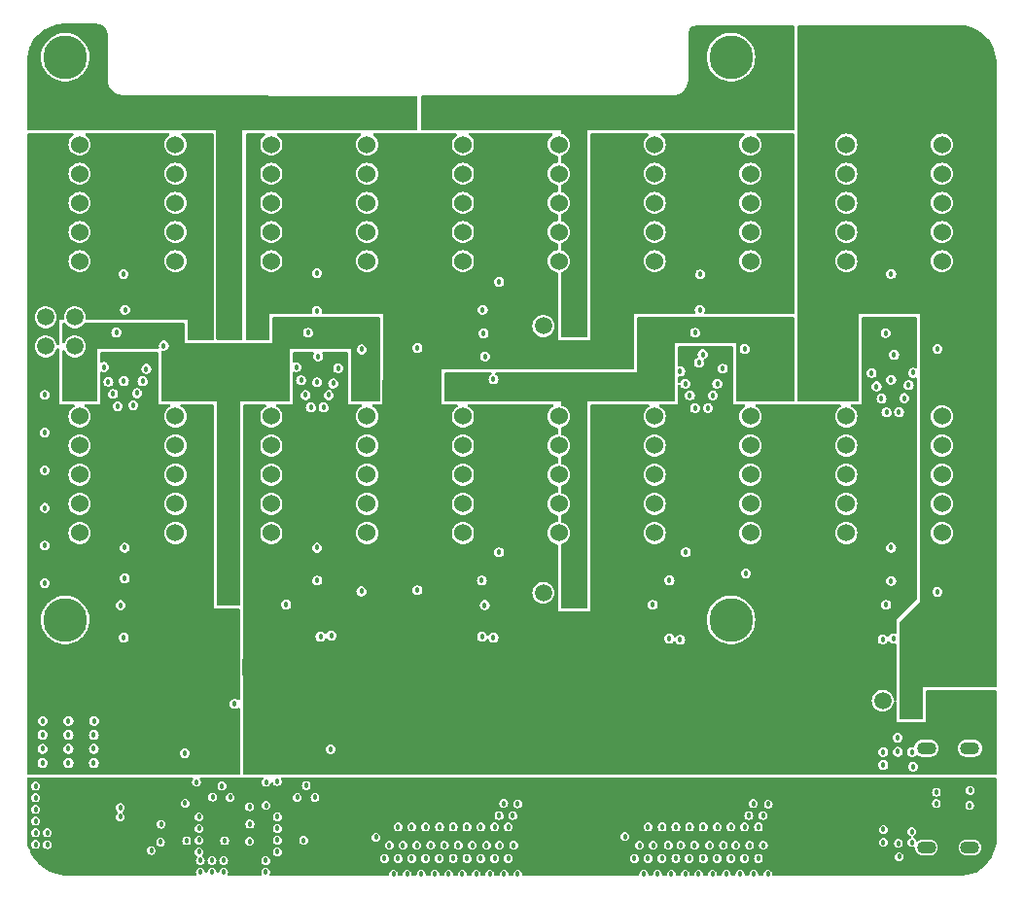
<source format=gbr>
%TF.GenerationSoftware,KiCad,Pcbnew,8.0.1*%
%TF.CreationDate,2025-04-10T18:27:20+05:30*%
%TF.ProjectId,GPIO HAT 2,4750494f-2048-4415-9420-322e6b696361,rev?*%
%TF.SameCoordinates,Original*%
%TF.FileFunction,Copper,L3,Inr*%
%TF.FilePolarity,Positive*%
%FSLAX46Y46*%
G04 Gerber Fmt 4.6, Leading zero omitted, Abs format (unit mm)*
G04 Created by KiCad (PCBNEW 8.0.1) date 2025-04-10 18:27:20*
%MOMM*%
%LPD*%
G01*
G04 APERTURE LIST*
%TA.AperFunction,ComponentPad*%
%ADD10C,1.524000*%
%TD*%
%TA.AperFunction,ComponentPad*%
%ADD11C,1.500000*%
%TD*%
%TA.AperFunction,ComponentPad*%
%ADD12C,3.810000*%
%TD*%
%TA.AperFunction,ComponentPad*%
%ADD13O,1.700000X1.100000*%
%TD*%
%TA.AperFunction,ViaPad*%
%ADD14C,0.456997*%
%TD*%
%TA.AperFunction,ViaPad*%
%ADD15C,0.457000*%
%TD*%
G04 APERTURE END LIST*
D10*
%TO.N,VCCB_5*%
%TO.C,J17*%
X227380304Y-70256400D03*
%TO.N,GND*%
X227380304Y-72796400D03*
%TO.N,/GPIOB__TXP09*%
X227380304Y-75336400D03*
%TO.N,/GPIOB__TXN09*%
X227380304Y-77876400D03*
%TO.N,/GPIOB__TXN10*%
X227380304Y-80416400D03*
%TO.N,/GPIOB__TXP10*%
X227380304Y-82956400D03*
%TD*%
D11*
%TO.N,3.3V*%
%TO.C,JM1*%
X171094400Y-88595200D03*
%TO.N,VCCB_2*%
X173634400Y-88595200D03*
%TO.N,1.8V*%
X176174400Y-88595200D03*
%TD*%
D10*
%TO.N,VCCB_2*%
%TO.C,J7*%
X177325376Y-70256400D03*
%TO.N,GND*%
X177325376Y-72796400D03*
%TO.N,/GPIOT__RXP15*%
X177325376Y-75336400D03*
%TO.N,/GPIOT__RXN15*%
X177325376Y-77876400D03*
%TO.N,/GPIOT__RXP16*%
X177325376Y-80416400D03*
%TO.N,/GPIOT__RXN16*%
X177325376Y-82956400D03*
%TD*%
%TO.N,VCCB_1*%
%TO.C,J1*%
X160640400Y-93929200D03*
%TO.N,GND*%
X160640400Y-96469200D03*
%TO.N,/GPIOT__RXP03*%
X160640400Y-99009200D03*
%TO.N,/GPIOT__RXN03*%
X160640400Y-101549200D03*
%TO.N,/GPIOT__RXP08*%
X160640400Y-104089200D03*
%TO.N,/GPIOT__RXN08*%
X160640400Y-106629200D03*
%TD*%
%TO.N,VCCB_5*%
%TO.C,J19*%
X227380304Y-93929200D03*
%TO.N,GND*%
X227380304Y-96469200D03*
%TO.N,/GPIOB__TXN17*%
X227380304Y-99009200D03*
%TO.N,/GPIOB__TXP17*%
X227380304Y-101549200D03*
%TO.N,/GPIOB__TXN16*%
X227380304Y-104089200D03*
%TO.N,/GPIOB__TXP16*%
X227380304Y-106629200D03*
%TD*%
D12*
%TO.N,*%
%TO.C,REF\u002A\u002A*%
X217347800Y-65176400D03*
%TD*%
%TO.N,*%
%TO.C,REF\u002A\u002A*%
X159385000Y-114198400D03*
%TD*%
D10*
%TO.N,VCCB_4*%
%TO.C,J14*%
X219037816Y-70256400D03*
%TO.N,GND*%
X219037816Y-72796400D03*
%TO.N,/GPIOB__TXP04*%
X219037816Y-75336400D03*
%TO.N,/GPIOB__TXN04*%
X219037816Y-77876400D03*
%TO.N,/GPIOB__TXN06*%
X219037816Y-80416400D03*
%TO.N,/GPIOB__TXP06*%
X219037816Y-82956400D03*
%TD*%
%TO.N,VCCB_2*%
%TO.C,J4*%
X168982888Y-70256400D03*
%TO.N,GND*%
X168982888Y-72796400D03*
%TO.N,/GPIOT__RXP05*%
X168982888Y-75336400D03*
%TO.N,/GPIOT__RXN05*%
X168982888Y-77876400D03*
%TO.N,/GPIOT__RXN20*%
X168982888Y-80416400D03*
%TO.N,/GPIOT__RXP20*%
X168982888Y-82956400D03*
%TD*%
%TO.N,VCCB_4*%
%TO.C,J11*%
X194010352Y-70256400D03*
%TO.N,GND*%
X194010352Y-72796400D03*
%TO.N,/GPIOB__TXN13*%
X194010352Y-75336400D03*
%TO.N,/GPIOB__TXP13*%
X194010352Y-77876400D03*
%TO.N,/GPIOB__TXN02*%
X194010352Y-80416400D03*
%TO.N,/GPIOB__TXP02*%
X194010352Y-82956400D03*
%TD*%
D12*
%TO.N,*%
%TO.C,REF\u002A\u002A*%
X217347800Y-114198400D03*
%TD*%
D10*
%TO.N,VCCB_5*%
%TO.C,J18*%
X235722800Y-70256400D03*
%TO.N,GND*%
X235722800Y-72796400D03*
%TO.N,/GPIOB__TXN18*%
X235722800Y-75336400D03*
%TO.N,/GPIOB__TXP18*%
X235722800Y-77876400D03*
%TO.N,/GPIOB__TXP12*%
X235722800Y-80416400D03*
%TO.N,/GPIOB__TXN12*%
X235722800Y-82956400D03*
%TD*%
D11*
%TO.N,VCC5V*%
%TO.C,J24*%
X157683200Y-87833200D03*
%TO.N,GND*%
X160223200Y-87833200D03*
%TO.N,VCC5V*%
X157683200Y-90373200D03*
%TO.N,GND*%
X160223200Y-90373200D03*
%TD*%
%TO.N,3.3V*%
%TO.C,JM5*%
X230555800Y-121234200D03*
%TO.N,VCCB_5*%
X233095800Y-121234200D03*
%TO.N,1.8V*%
X235635800Y-121234200D03*
%TD*%
D10*
%TO.N,VCCB_3*%
%TO.C,J10*%
X202352840Y-93929200D03*
%TO.N,GND*%
X202352840Y-96469200D03*
%TO.N,/GPIOT__RXP11*%
X202352840Y-99009200D03*
%TO.N,/GPIOT__RXN11*%
X202352840Y-101549200D03*
%TO.N,/GPIOT__RXN13*%
X202352840Y-104089200D03*
%TO.N,/GPIOT__RXP13*%
X202352840Y-106629200D03*
%TD*%
%TO.N,VCCB_1*%
%TO.C,J6*%
X185667864Y-93929200D03*
%TO.N,GND*%
X185667864Y-96469200D03*
%TO.N,/GPIOT__RXP04*%
X185667864Y-99009200D03*
%TO.N,/GPIOT__RXN04*%
X185667864Y-101549200D03*
%TO.N,/GPIOT__RXP07*%
X185667864Y-104089200D03*
%TO.N,/GPIOT__RXN07*%
X185667864Y-106629200D03*
%TD*%
%TO.N,VCCB_5*%
%TO.C,J20*%
X235722800Y-93929200D03*
%TO.N,GND*%
X235722800Y-96469200D03*
%TO.N,/GPIOB__TXN14*%
X235722800Y-99009200D03*
%TO.N,/GPIOB__TXP14*%
X235722800Y-101549200D03*
%TO.N,/GPIOB__TXN19*%
X235722800Y-104089200D03*
%TO.N,/GPIOB__TXP19*%
X235722800Y-106629200D03*
%TD*%
D12*
%TO.N,*%
%TO.C,REF\u002A\u002A*%
X159385000Y-65176400D03*
%TD*%
D10*
%TO.N,VCCB_2*%
%TO.C,J8*%
X185667864Y-70256400D03*
%TO.N,GND*%
X185667864Y-72796400D03*
%TO.N,/GPIOT__RXP09*%
X185667864Y-75336400D03*
%TO.N,/GPIOT__RXN09*%
X185667864Y-77876400D03*
%TO.N,/GPIOT__RXN17*%
X185667864Y-80416400D03*
%TO.N,/GPIOT__RXP17*%
X185667864Y-82956400D03*
%TD*%
D11*
%TO.N,3.3V*%
%TO.C,JM3*%
X171094400Y-111836200D03*
%TO.N,VCCB_1*%
X173634400Y-111836200D03*
%TO.N,1.8V*%
X176174400Y-111836200D03*
%TD*%
D10*
%TO.N,VCCB_4*%
%TO.C,J13*%
X210695328Y-70256400D03*
%TO.N,GND*%
X210695328Y-72796400D03*
%TO.N,/GPIOB__TXN05*%
X210695328Y-75336400D03*
%TO.N,/GPIOB__TXP05*%
X210695328Y-77876400D03*
%TO.N,/GPIOB__TXP03*%
X210695328Y-80416400D03*
%TO.N,/GPIOB__TXN03*%
X210695328Y-82956400D03*
%TD*%
%TO.N,VCCB_3*%
%TO.C,J16*%
X219037816Y-93929200D03*
%TO.N,GND*%
X219037816Y-96469200D03*
%TO.N,/GPIOB__TXN11*%
X219037816Y-99009200D03*
%TO.N,/GPIOB__TXP11*%
X219037816Y-101549200D03*
%TO.N,/GPIOB__TXP15*%
X219037816Y-104089200D03*
%TO.N,/GPIOB__TXN15*%
X219037816Y-106629200D03*
%TD*%
%TO.N,VCCB_1*%
%TO.C,J2*%
X168982888Y-93929200D03*
%TO.N,GND*%
X168982888Y-96469200D03*
%TO.N,/GPIOT__RXN21*%
X168982888Y-99009200D03*
%TO.N,/GPIOT__RXP21*%
X168982888Y-101549200D03*
%TO.N,/GPIOT__RXP18*%
X168982888Y-104089200D03*
%TO.N,/GPIOT__RXN18*%
X168982888Y-106629200D03*
%TD*%
D13*
%TO.N,GND*%
%TO.C,J23*%
X234359600Y-134018400D03*
X238159600Y-134018400D03*
X234359600Y-125378400D03*
X238159600Y-125378400D03*
%TD*%
D10*
%TO.N,VCCB_2*%
%TO.C,J3*%
X160640400Y-70256400D03*
%TO.N,GND*%
X160640400Y-72796400D03*
%TO.N,/GPIOT__RXP06*%
X160640400Y-75336400D03*
%TO.N,/GPIOT__RXN06*%
X160640400Y-77876400D03*
%TO.N,/GPIOT__RXN01*%
X160640400Y-80416400D03*
%TO.N,/GPIOT__RXP01*%
X160640400Y-82956400D03*
%TD*%
%TO.N,VCCB_3*%
%TO.C,J9*%
X194010352Y-93929200D03*
%TO.N,GND*%
X194010352Y-96469200D03*
%TO.N,/GPIOT__RXP12*%
X194010352Y-99009200D03*
%TO.N,/GPIOT__RXN12*%
X194010352Y-101549200D03*
%TO.N,/GPIOT__RXP14*%
X194010352Y-104089200D03*
%TO.N,/GPIOT__RXN14*%
X194010352Y-106629200D03*
%TD*%
%TO.N,VCCB_3*%
%TO.C,J15*%
X210695328Y-93929200D03*
%TO.N,GND*%
X210695328Y-96469200D03*
%TO.N,/GPIOB__TXN08*%
X210695328Y-99009200D03*
%TO.N,/GPIOB__TXP08*%
X210695328Y-101549200D03*
%TO.N,/GPIOB__TXP07*%
X210695328Y-104089200D03*
%TO.N,/GPIOB__TXN07*%
X210695328Y-106629200D03*
%TD*%
%TO.N,VCCB_1*%
%TO.C,J5*%
X177325376Y-93929200D03*
%TO.N,GND*%
X177325376Y-96469200D03*
%TO.N,/GPIOT__RXP19*%
X177325376Y-99009200D03*
%TO.N,/GPIOT__RXN19*%
X177325376Y-101549200D03*
%TO.N,/GPIOT__RXP02*%
X177325376Y-104089200D03*
%TO.N,/GPIOT__RXN02*%
X177325376Y-106629200D03*
%TD*%
D11*
%TO.N,3.3V*%
%TO.C,JM4*%
X201015600Y-111836200D03*
%TO.N,VCCB_3*%
X203555600Y-111836200D03*
%TO.N,1.8V*%
X206095600Y-111836200D03*
%TD*%
%TO.N,3.3V*%
%TO.C,JM2*%
X201015600Y-88595200D03*
%TO.N,VCCB_4*%
X203555600Y-88595200D03*
%TO.N,1.8V*%
X206095600Y-88595200D03*
%TD*%
D10*
%TO.N,VCCB_4*%
%TO.C,J12*%
X202352840Y-70256400D03*
%TO.N,GND*%
X202352840Y-72796400D03*
%TO.N,/GPIOB__TXN00*%
X202352840Y-75336400D03*
%TO.N,/GPIOB__TXP00*%
X202352840Y-77876400D03*
%TO.N,/GPIOB__TXN01*%
X202352840Y-80416400D03*
%TO.N,/GPIOB__TXP01*%
X202352840Y-82956400D03*
%TD*%
D14*
%TO.N,5V*%
X170809040Y-128312010D03*
X172161200Y-136169400D03*
X175437800Y-133477000D03*
X177850800Y-128270000D03*
X172161200Y-135153400D03*
X175437800Y-130479800D03*
X173177200Y-136169400D03*
X171145200Y-135153400D03*
X173177200Y-135153400D03*
X175463200Y-131978400D03*
X171145200Y-136169400D03*
%TO.N,3.3V*%
X190042800Y-111607600D03*
X168300400Y-111353600D03*
X231495600Y-115824000D03*
X164769800Y-91313000D03*
X173770800Y-125495395D03*
X235331000Y-90576400D03*
X218643200Y-110134400D03*
X185166000Y-111709200D03*
X173770800Y-124479395D03*
X235313800Y-111755300D03*
X196672200Y-115722400D03*
X182549800Y-115570000D03*
X185191400Y-90627200D03*
X214884000Y-91059000D03*
X172754800Y-125495395D03*
X218541600Y-90601800D03*
X181406800Y-91236800D03*
X171738800Y-125495395D03*
X165100000Y-115468400D03*
X212928200Y-115925600D03*
X167970200Y-90297000D03*
X195935600Y-91236800D03*
X172754800Y-126511395D03*
X173770800Y-126511395D03*
X231546400Y-91084400D03*
X190042800Y-90500200D03*
X171738800Y-126511395D03*
%TO.N,1.8V*%
X178866800Y-125497180D03*
X178866800Y-126513180D03*
X180187600Y-126513180D03*
X181457600Y-125497180D03*
X180187600Y-125497180D03*
X181457600Y-126513180D03*
%TO.N,VCCB_1*%
X181330600Y-110769400D03*
X164566600Y-110566200D03*
%TO.N,GND*%
X217347800Y-132232400D03*
X233109600Y-133573400D03*
X194360800Y-132232400D03*
X161899600Y-122986800D03*
X178612800Y-112852200D03*
X212547200Y-132232400D03*
X180365400Y-128621380D03*
X191566800Y-136347200D03*
X174142400Y-121513600D03*
X214223600Y-89179400D03*
X181305200Y-107899200D03*
X171027600Y-131337395D03*
X231859600Y-124448400D03*
X163830000Y-89154000D03*
X159664400Y-122986800D03*
X195173600Y-136347200D03*
X156819600Y-133756400D03*
X233095800Y-132638800D03*
X176834800Y-136169400D03*
X211353400Y-132232400D03*
X161874200Y-124206000D03*
X215747600Y-136347200D03*
X195808600Y-89230200D03*
X173755440Y-129658210D03*
X171027600Y-134385395D03*
X169951400Y-133426200D03*
X156819600Y-132740400D03*
X230568500Y-115887500D03*
X157403800Y-125425200D03*
X159664400Y-124206000D03*
X161874200Y-125425200D03*
X209753200Y-136347200D03*
X182499000Y-125450600D03*
X156819600Y-128676400D03*
X196342000Y-136347200D03*
X164566600Y-107899200D03*
X231876600Y-125679200D03*
X181305200Y-93497400D03*
X230860600Y-112877600D03*
X210540600Y-112877600D03*
X171027600Y-132353395D03*
X172231440Y-129632810D03*
X190754000Y-132232400D03*
X164490400Y-93370400D03*
X177850800Y-133371180D03*
X238185100Y-129043100D03*
X193954400Y-136347200D03*
X161874200Y-126644400D03*
X233109600Y-125698400D03*
X198780400Y-136347200D03*
X218541600Y-132232400D03*
X157429200Y-122986800D03*
X220573600Y-136347200D03*
X214934800Y-132232400D03*
X191973200Y-132232400D03*
X214528400Y-136347200D03*
X157403800Y-124206000D03*
X173024800Y-128651000D03*
X189153800Y-136347200D03*
X173262800Y-133420195D03*
X208127600Y-133070600D03*
X157403800Y-126644400D03*
X193167000Y-132232400D03*
X197586600Y-136347200D03*
X210947000Y-136347200D03*
X213360000Y-136347200D03*
X190373000Y-136347200D03*
X169824400Y-130168100D03*
X216941400Y-136347200D03*
X219329000Y-136347200D03*
X164211000Y-112903000D03*
X231292400Y-93268800D03*
X218135200Y-136347200D03*
X187960000Y-136347200D03*
X180136800Y-133396580D03*
X230609600Y-125698400D03*
X167685100Y-133543100D03*
X213741000Y-132232400D03*
X157835600Y-133781800D03*
X216154000Y-132232400D03*
X231984600Y-134823400D03*
X233197400Y-126974600D03*
X197154800Y-84734400D03*
X231927400Y-133654800D03*
X231292400Y-84048600D03*
X156819600Y-131724400D03*
X166872300Y-134279700D03*
X180517800Y-89179400D03*
X196672200Y-93218000D03*
X177850800Y-134387180D03*
X219735400Y-132232400D03*
X230609600Y-126823400D03*
X176885600Y-128346200D03*
X231292400Y-107899200D03*
X181610000Y-115646200D03*
X176885600Y-130352800D03*
X214560100Y-91793100D03*
X181305200Y-83972400D03*
X195910200Y-112903000D03*
X196773800Y-132232400D03*
X177850800Y-131339180D03*
X157835600Y-132740400D03*
X179578000Y-129659995D03*
X210134200Y-132232400D03*
X214655400Y-84099400D03*
X188366400Y-132232400D03*
X213410800Y-108305600D03*
X181127400Y-129659995D03*
X230809800Y-89204800D03*
X197154800Y-108305600D03*
X156819600Y-130708400D03*
X189560200Y-132232400D03*
X169799000Y-125806200D03*
X186436000Y-133121400D03*
X159664400Y-126644400D03*
X238129400Y-130348800D03*
X192760600Y-136347200D03*
X177850800Y-132355180D03*
X197967600Y-132232400D03*
X195681600Y-115646200D03*
X230609600Y-132448400D03*
X156819600Y-129692400D03*
X211988400Y-115824000D03*
X171027600Y-133369395D03*
X164465000Y-84074000D03*
X176834800Y-135153400D03*
X164477700Y-115735100D03*
X230609600Y-133573400D03*
X159664400Y-125425200D03*
X212166200Y-136347200D03*
X195554600Y-132232400D03*
%TO.N,VCCB_2*%
X164592000Y-87172800D03*
X181279800Y-87274400D03*
%TO.N,VCCB_3*%
X211988400Y-110744000D03*
X195656200Y-110769400D03*
%TO.N,VCCB_4*%
X214630000Y-87172800D03*
X195732400Y-87172800D03*
%TO.N,VCCB_5*%
X231292400Y-110794800D03*
X231495600Y-87071200D03*
D15*
%TO.N,/GPIOT_RXP05*%
X165303200Y-95504000D03*
D14*
%TO.N,/GPIOT_RXP03*%
X187166400Y-134970102D03*
%TO.N,/GPIOT_RXP21*%
X189992000Y-133832600D03*
%TO.N,/GPIOT_RXP02*%
X193167000Y-134970102D03*
%TO.N,/GPIOT_RXP08*%
X188366400Y-134970102D03*
%TO.N,/GPIOT_RXN04*%
X194818000Y-133832600D03*
%TO.N,/GPIOT_RXN18*%
X191211200Y-133832600D03*
D15*
%TO.N,/GPIOT_RXP06*%
X162775900Y-92163900D03*
%TO.N,/GPIOT_RXN17*%
X182716766Y-93591335D03*
D14*
%TO.N,/GPIOT_RXN03*%
X187604400Y-133832600D03*
D15*
%TO.N,/GPIOT_RXN01*%
X163550600Y-94513400D03*
D14*
%TO.N,/GPIOT_RXP14*%
X198348600Y-131241800D03*
%TO.N,/GPIOT_RXN21*%
X189560200Y-134970102D03*
%TO.N,/GPIOT_RXP18*%
X190767844Y-134970102D03*
%TO.N,/GPIOT_RXN12*%
X197561200Y-130175000D03*
%TO.N,/GPIOT_RXN08*%
X188798200Y-133832600D03*
D15*
%TO.N,/GPIOT_RXP17*%
X183152745Y-92259455D03*
%TO.N,/GPIOT_RXP20*%
X166446200Y-92329000D03*
%TO.N,/GPIOT_RXN06*%
X163144200Y-93446600D03*
D14*
%TO.N,/GPIOT_RXN14*%
X198780400Y-130225800D03*
D15*
%TO.N,/GPIOT_RXP09*%
X181885366Y-95681800D03*
D14*
%TO.N,/GPIOT_RXP13*%
X197967600Y-134970102D03*
D15*
%TO.N,/GPIOT_RXN05*%
X165633400Y-94437200D03*
D14*
%TO.N,/GPIOT_RXN02*%
X193598800Y-133832600D03*
D15*
%TO.N,/GPIOT_RXN09*%
X182316766Y-94607335D03*
%TO.N,/GPIOT_RXN16*%
X180767766Y-95681800D03*
D14*
%TO.N,/GPIOT_RXP07*%
X195554600Y-134970102D03*
%TO.N,/GPIOT_RXN19*%
X192405000Y-133832600D03*
D15*
%TO.N,/GPIOT_RXP16*%
X180316096Y-94607335D03*
%TO.N,/GPIOT_RXP15*%
X179496200Y-92176600D03*
%TO.N,/GPIOT_RXN20*%
X166116000Y-93395800D03*
%TO.N,/GPIOT_RXN15*%
X179916096Y-93319600D03*
D14*
%TO.N,/GPIOT_RXN11*%
X197205600Y-133832600D03*
%TO.N,/GPIOT_RXP12*%
X197154800Y-131241800D03*
%TO.N,/GPIOT_RXP19*%
X191947800Y-134970102D03*
%TO.N,/GPIOT_RXN07*%
X196062600Y-133832600D03*
%TO.N,/GPIOT_RXN13*%
X198424800Y-133832600D03*
%TO.N,/GPIOT_RXP04*%
X194360800Y-134970102D03*
D15*
%TO.N,/GPIOT_RXP01*%
X163957000Y-95580200D03*
D14*
%TO.N,/GPIOT_RXP11*%
X196766400Y-134970102D03*
D15*
%TO.N,/GPIOB_TXN06*%
X216160670Y-93615000D03*
D14*
%TO.N,/GPIOB_TXP01*%
X212979000Y-133832600D03*
%TO.N,/GPIOB_TXP19*%
X219735400Y-134970102D03*
D15*
%TO.N,/GPIOB_TXP06*%
X216636600Y-92303600D03*
%TO.N,/GPIOB_TXP09*%
X229590600Y-92684600D03*
%TO.N,/GPIOB_TXP05*%
X213360000Y-93615000D03*
D14*
%TO.N,/GPIOB_TXN13*%
X208940400Y-134970102D03*
%TO.N,/GPIOB_TXP17*%
X219300000Y-130200000D03*
D15*
%TO.N,/GPIOB_TXP03*%
X213769870Y-94631000D03*
D14*
%TO.N,/GPIOB_TXN16*%
X220141800Y-131241800D03*
%TO.N,/GPIOB_TXP13*%
X209397600Y-133832600D03*
%TO.N,/GPIOB_TXN00*%
X211328000Y-134970102D03*
%TO.N,/GPIOB_TXN15*%
X217779600Y-133832600D03*
D15*
%TO.N,/GPIOB_TXN03*%
X214223600Y-95732600D03*
%TO.N,/GPIOB_TXN04*%
X215760670Y-94631000D03*
D14*
%TO.N,/GPIOB_TXN02*%
X210134200Y-134970102D03*
%TO.N,/GPIOB_TXP16*%
X220599000Y-130251200D03*
%TO.N,/GPIOB_TXP11*%
X216687400Y-133832600D03*
%TO.N,/GPIOB_TXN11*%
X216140234Y-134970102D03*
%TO.N,/GPIOB_TXP00*%
X211886800Y-133832600D03*
%TO.N,/GPIOB_TXN08*%
X213715600Y-134970102D03*
D15*
%TO.N,/GPIOB_TXP04*%
X215341200Y-95732600D03*
%TO.N,/GPIOB_TXP10*%
X230886000Y-96113600D03*
D14*
%TO.N,/GPIOB_TXN17*%
X218900000Y-131241800D03*
%TO.N,/GPIOB_TXP02*%
X210566000Y-133832600D03*
D15*
%TO.N,/GPIOB_TXN05*%
X212922200Y-92532200D03*
D14*
%TO.N,/GPIOB_TXP15*%
X217347800Y-134970102D03*
%TO.N,/GPIOB_TXP14*%
X218973400Y-133832600D03*
%TO.N,/GPIOB_TXN19*%
X220167200Y-133832600D03*
%TO.N,/GPIOB_TXP07*%
X214934800Y-134970102D03*
D15*
%TO.N,/GPIOB_TXN12*%
X233197400Y-92659200D03*
D14*
%TO.N,/GPIOB_TXP08*%
X214172800Y-133832600D03*
D15*
%TO.N,/GPIOB_TXN18*%
X231978200Y-96088200D03*
%TO.N,/GPIOB_TXP18*%
X232435400Y-94869000D03*
%TO.N,/GPIOB_TXP12*%
X232816400Y-93751400D03*
%TO.N,/GPIOB_TXN09*%
X230022400Y-93853000D03*
D14*
%TO.N,/GPIOB_TXN14*%
X218535872Y-134970102D03*
D15*
%TO.N,/GPIOB_TXN10*%
X230454200Y-94919800D03*
D14*
%TO.N,/GPIOB_TXN01*%
X212547200Y-134970102D03*
%TO.N,/GPIOB_TXN07*%
X215493600Y-133832600D03*
%TO.N,VCC5V*%
X157607000Y-107716320D03*
X157607000Y-110998000D03*
X157607000Y-94589600D03*
X157607000Y-101152960D03*
X164185600Y-131343400D03*
X157607000Y-104434640D03*
X157607000Y-97871280D03*
X164185100Y-130543100D03*
%TO.N,/NETR20_2*%
X167735900Y-131993700D03*
%TO.N,5V_1*%
X229926400Y-130260600D03*
X165100000Y-128397000D03*
X165963600Y-128397000D03*
X228859600Y-131073400D03*
X165100000Y-129387600D03*
X229926400Y-131073400D03*
X229875600Y-129320800D03*
X165100000Y-130429000D03*
X229824800Y-128406400D03*
X228859600Y-130260600D03*
X228834200Y-128406400D03*
X167532700Y-132552500D03*
X228859600Y-129320800D03*
X165060100Y-131293100D03*
X165963600Y-129387600D03*
%TO.N,Net-(J23-CC2)*%
X235234600Y-129198400D03*
%TO.N,Net-(J23-CC1)*%
X235234600Y-130198400D03*
%TD*%
%TA.AperFunction,Conductor*%
%TO.N,VCCB_2*%
G36*
X162031009Y-62255715D02*
G01*
X162096331Y-62260380D01*
X162357621Y-62279044D01*
X162404240Y-62291820D01*
X162669002Y-62424201D01*
X162701229Y-62447429D01*
X162944423Y-62690623D01*
X162975413Y-62742343D01*
X163089249Y-63118002D01*
X163094321Y-63145979D01*
X163118543Y-63521415D01*
X163118800Y-63529399D01*
X163118800Y-67322699D01*
X163169599Y-67741797D01*
X163169600Y-67741800D01*
X163550600Y-68148200D01*
X163982400Y-68402200D01*
X164439600Y-68529200D01*
X189944323Y-68554477D01*
X190011343Y-68574228D01*
X190057045Y-68627077D01*
X190068200Y-68678477D01*
X190068200Y-71427800D01*
X190048515Y-71494839D01*
X189995711Y-71540594D01*
X189944200Y-71551800D01*
X174853599Y-71551800D01*
X174828200Y-71577199D01*
X174828200Y-89715800D01*
X174808515Y-89782839D01*
X174755711Y-89828594D01*
X174704200Y-89839800D01*
X172666200Y-89839800D01*
X172599161Y-89820115D01*
X172553406Y-89767311D01*
X172542200Y-89715800D01*
X172542200Y-71577200D01*
X172542199Y-71577199D01*
X172516800Y-71551800D01*
X172127861Y-71551199D01*
X156181409Y-71526591D01*
X156114400Y-71506803D01*
X156068726Y-71453928D01*
X156057600Y-71402591D01*
X156057600Y-65539716D01*
X156058558Y-65524336D01*
X156102050Y-65176400D01*
X157271373Y-65176400D01*
X157291058Y-65464206D01*
X157291059Y-65464208D01*
X157349748Y-65746638D01*
X157349753Y-65746655D01*
X157446356Y-66018469D01*
X157446357Y-66018471D01*
X157579076Y-66274607D01*
X157745436Y-66510285D01*
X157942337Y-66721115D01*
X157942342Y-66721119D01*
X157942344Y-66721121D01*
X158166106Y-66903165D01*
X158166109Y-66903167D01*
X158166113Y-66903170D01*
X158295419Y-66981802D01*
X158412595Y-67053059D01*
X158593304Y-67131551D01*
X158677189Y-67167988D01*
X158954970Y-67245819D01*
X159206225Y-67280353D01*
X159240760Y-67285100D01*
X159240761Y-67285100D01*
X159529240Y-67285100D01*
X159560050Y-67280864D01*
X159815030Y-67245819D01*
X160092811Y-67167988D01*
X160357406Y-67053058D01*
X160603887Y-66903170D01*
X160827663Y-66721115D01*
X161024564Y-66510285D01*
X161190924Y-66274607D01*
X161323643Y-66018471D01*
X161420248Y-65746650D01*
X161420249Y-65746643D01*
X161420251Y-65746638D01*
X161447495Y-65615526D01*
X161478941Y-65464206D01*
X161498627Y-65176400D01*
X161478941Y-64888594D01*
X161458677Y-64791079D01*
X161420251Y-64606161D01*
X161420246Y-64606144D01*
X161323643Y-64334330D01*
X161323643Y-64334329D01*
X161190924Y-64078193D01*
X161024564Y-63842515D01*
X160827663Y-63631685D01*
X160827656Y-63631680D01*
X160827655Y-63631678D01*
X160603893Y-63449634D01*
X160603882Y-63449627D01*
X160357404Y-63299740D01*
X160092814Y-63184813D01*
X160092812Y-63184812D01*
X160092811Y-63184812D01*
X159954215Y-63145979D01*
X159815035Y-63106982D01*
X159815031Y-63106981D01*
X159815030Y-63106981D01*
X159672134Y-63087340D01*
X159529240Y-63067700D01*
X159529239Y-63067700D01*
X159240761Y-63067700D01*
X159240760Y-63067700D01*
X158954970Y-63106981D01*
X158954964Y-63106982D01*
X158677185Y-63184813D01*
X158412595Y-63299740D01*
X158166117Y-63449627D01*
X158166106Y-63449634D01*
X157942344Y-63631678D01*
X157745437Y-63842514D01*
X157579076Y-64078192D01*
X157446356Y-64334330D01*
X157349753Y-64606144D01*
X157349748Y-64606161D01*
X157291059Y-64888591D01*
X157291058Y-64888593D01*
X157271373Y-65176400D01*
X156102050Y-65176400D01*
X156133010Y-64928718D01*
X156135227Y-64916216D01*
X156269508Y-64334330D01*
X156282420Y-64278379D01*
X156294207Y-64247216D01*
X156609805Y-63664574D01*
X156625512Y-63641986D01*
X156964487Y-63254585D01*
X156980962Y-63238924D01*
X157446367Y-62871499D01*
X157463803Y-62859979D01*
X158005020Y-62564770D01*
X158022383Y-62556966D01*
X158634411Y-62336635D01*
X158663184Y-62330015D01*
X159353011Y-62256106D01*
X159366221Y-62255400D01*
X162022175Y-62255400D01*
X162031009Y-62255715D01*
G37*
%TD.AperFunction*%
%TD*%
%TA.AperFunction,Conductor*%
%TO.N,VCCB_1*%
G36*
X186734639Y-87802085D02*
G01*
X186780394Y-87854889D01*
X186791600Y-87906400D01*
X186791600Y-95024400D01*
X186771915Y-95091439D01*
X186719111Y-95137194D01*
X186667600Y-95148400D01*
X184400309Y-95148400D01*
X184333270Y-95128715D01*
X184287515Y-95075911D01*
X184276311Y-95025093D01*
X184276307Y-95024400D01*
X184251742Y-90627200D01*
X184754758Y-90627200D01*
X184772444Y-90750215D01*
X184772445Y-90750218D01*
X184812283Y-90837449D01*
X184824073Y-90863266D01*
X184905460Y-90957192D01*
X185010012Y-91024384D01*
X185069635Y-91041891D01*
X185129258Y-91059398D01*
X185129259Y-91059398D01*
X185253541Y-91059398D01*
X185372788Y-91024384D01*
X185477340Y-90957192D01*
X185558727Y-90863266D01*
X185610355Y-90750216D01*
X185628042Y-90627200D01*
X185610355Y-90504184D01*
X185608227Y-90499525D01*
X185579483Y-90436584D01*
X185558727Y-90391134D01*
X185477340Y-90297208D01*
X185372788Y-90230016D01*
X185372787Y-90230015D01*
X185372786Y-90230015D01*
X185253542Y-90195002D01*
X185253541Y-90195002D01*
X185129259Y-90195002D01*
X185129258Y-90195002D01*
X185010013Y-90230015D01*
X184905461Y-90297207D01*
X184824074Y-90391132D01*
X184824072Y-90391135D01*
X184772445Y-90504181D01*
X184772444Y-90504184D01*
X184754758Y-90627200D01*
X184251742Y-90627200D01*
X184251600Y-90601800D01*
X184226200Y-90576400D01*
X184226199Y-90576400D01*
X178942999Y-90576400D01*
X178917600Y-90601799D01*
X178917600Y-95024400D01*
X178897915Y-95091439D01*
X178845111Y-95137194D01*
X178793600Y-95148400D01*
X174624999Y-95148400D01*
X174599600Y-95173799D01*
X174599600Y-112804400D01*
X174579915Y-112871439D01*
X174527111Y-112917194D01*
X174475600Y-112928400D01*
X172691600Y-112928400D01*
X172624561Y-112908715D01*
X172578806Y-112855911D01*
X172567600Y-112804400D01*
X172567600Y-95173800D01*
X172542200Y-95148400D01*
X167865600Y-95148400D01*
X167798561Y-95128715D01*
X167752806Y-95075911D01*
X167741600Y-95024400D01*
X167741600Y-90845965D01*
X167761285Y-90778926D01*
X167814089Y-90733171D01*
X167883247Y-90723227D01*
X167900531Y-90726987D01*
X167908059Y-90729198D01*
X167908060Y-90729198D01*
X168032341Y-90729198D01*
X168151588Y-90694184D01*
X168256140Y-90626992D01*
X168337527Y-90533066D01*
X168389155Y-90420016D01*
X168406842Y-90297000D01*
X168389155Y-90173984D01*
X168337527Y-90060934D01*
X168256140Y-89967008D01*
X168151588Y-89899816D01*
X168151587Y-89899815D01*
X168151586Y-89899815D01*
X168032342Y-89864802D01*
X168032341Y-89864802D01*
X167908059Y-89864802D01*
X167908058Y-89864802D01*
X167788813Y-89899815D01*
X167684261Y-89967007D01*
X167602874Y-90060932D01*
X167602872Y-90060935D01*
X167551245Y-90173981D01*
X167551244Y-90173984D01*
X167533558Y-90297000D01*
X167552507Y-90428794D01*
X167550495Y-90429083D01*
X167550498Y-90487330D01*
X167512726Y-90546109D01*
X167449171Y-90575137D01*
X167431519Y-90576400D01*
X162178999Y-90576400D01*
X162153600Y-90601799D01*
X162153600Y-95024400D01*
X162133915Y-95091439D01*
X162081111Y-95137194D01*
X162029600Y-95148400D01*
X159229600Y-95148400D01*
X159162561Y-95128715D01*
X159116806Y-95075911D01*
X159105600Y-95024400D01*
X159105600Y-90800491D01*
X159125285Y-90733452D01*
X159178089Y-90687697D01*
X159247247Y-90677753D01*
X159310803Y-90706778D01*
X159338958Y-90742038D01*
X159426386Y-90905605D01*
X159426390Y-90905612D01*
X159545568Y-91050831D01*
X159690787Y-91170009D01*
X159690794Y-91170013D01*
X159856464Y-91258566D01*
X159856466Y-91258566D01*
X159856469Y-91258568D01*
X160036242Y-91313101D01*
X160036241Y-91313101D01*
X160053004Y-91314751D01*
X160223200Y-91331515D01*
X160410158Y-91313101D01*
X160589931Y-91258568D01*
X160755611Y-91170010D01*
X160900831Y-91050831D01*
X161020010Y-90905611D01*
X161094517Y-90766219D01*
X161108566Y-90739935D01*
X161108566Y-90739934D01*
X161108568Y-90739931D01*
X161163101Y-90560158D01*
X161181515Y-90373200D01*
X161163101Y-90186242D01*
X161108568Y-90006469D01*
X161108566Y-90006466D01*
X161108566Y-90006464D01*
X161020013Y-89840794D01*
X161020009Y-89840787D01*
X160900831Y-89695568D01*
X160755612Y-89576390D01*
X160755605Y-89576386D01*
X160589935Y-89487833D01*
X160477405Y-89453698D01*
X160410158Y-89433299D01*
X160410156Y-89433298D01*
X160410158Y-89433298D01*
X160223200Y-89414885D01*
X160036243Y-89433298D01*
X159856464Y-89487833D01*
X159690794Y-89576386D01*
X159690787Y-89576390D01*
X159545568Y-89695568D01*
X159426390Y-89840787D01*
X159426386Y-89840794D01*
X159338958Y-90004361D01*
X159289996Y-90054205D01*
X159221858Y-90069666D01*
X159156178Y-90045834D01*
X159113810Y-89990277D01*
X159105600Y-89945908D01*
X159105600Y-89154000D01*
X163393358Y-89154000D01*
X163411044Y-89277015D01*
X163411045Y-89277018D01*
X163434977Y-89329421D01*
X163462673Y-89390066D01*
X163544060Y-89483992D01*
X163648612Y-89551184D01*
X163708235Y-89568691D01*
X163767858Y-89586198D01*
X163767859Y-89586198D01*
X163892141Y-89586198D01*
X164011388Y-89551184D01*
X164115940Y-89483992D01*
X164197327Y-89390066D01*
X164248955Y-89277016D01*
X164266642Y-89154000D01*
X164248955Y-89030984D01*
X164197327Y-88917934D01*
X164115940Y-88824008D01*
X164011388Y-88756816D01*
X164011387Y-88756815D01*
X164011386Y-88756815D01*
X163892142Y-88721802D01*
X163892141Y-88721802D01*
X163767859Y-88721802D01*
X163767858Y-88721802D01*
X163648613Y-88756815D01*
X163544061Y-88824007D01*
X163462674Y-88917932D01*
X163462672Y-88917935D01*
X163411045Y-89030981D01*
X163411044Y-89030984D01*
X163393358Y-89154000D01*
X159105600Y-89154000D01*
X159105600Y-88414400D01*
X159125285Y-88347361D01*
X159178089Y-88301606D01*
X159229600Y-88290400D01*
X159311866Y-88290400D01*
X159378905Y-88310085D01*
X159421226Y-88355949D01*
X159426391Y-88365613D01*
X159545568Y-88510831D01*
X159690787Y-88630009D01*
X159690794Y-88630013D01*
X159856464Y-88718566D01*
X159856466Y-88718566D01*
X159856469Y-88718568D01*
X160036242Y-88773101D01*
X160036241Y-88773101D01*
X160053004Y-88774751D01*
X160223200Y-88791515D01*
X160410158Y-88773101D01*
X160589931Y-88718568D01*
X160755611Y-88630010D01*
X160900831Y-88510831D01*
X161020010Y-88365611D01*
X161025175Y-88355947D01*
X161074136Y-88306104D01*
X161134534Y-88290400D01*
X169649600Y-88290400D01*
X169716639Y-88310085D01*
X169762394Y-88362889D01*
X169773600Y-88414400D01*
X169773600Y-90043000D01*
X169799000Y-90068400D01*
X177368200Y-90068400D01*
X177393600Y-90043000D01*
X177393600Y-89179400D01*
X180081158Y-89179400D01*
X180098844Y-89302415D01*
X180098845Y-89302418D01*
X180139761Y-89392010D01*
X180150473Y-89415466D01*
X180231860Y-89509392D01*
X180336412Y-89576584D01*
X180396035Y-89594091D01*
X180455658Y-89611598D01*
X180455659Y-89611598D01*
X180579941Y-89611598D01*
X180699188Y-89576584D01*
X180803740Y-89509392D01*
X180885127Y-89415466D01*
X180936755Y-89302416D01*
X180954442Y-89179400D01*
X180936755Y-89056384D01*
X180926602Y-89034153D01*
X180885127Y-88943335D01*
X180885127Y-88943334D01*
X180803740Y-88849408D01*
X180699188Y-88782216D01*
X180699187Y-88782215D01*
X180699186Y-88782215D01*
X180579942Y-88747202D01*
X180579941Y-88747202D01*
X180455659Y-88747202D01*
X180455658Y-88747202D01*
X180336413Y-88782215D01*
X180231861Y-88849407D01*
X180150474Y-88943332D01*
X180150472Y-88943335D01*
X180098845Y-89056381D01*
X180098844Y-89056384D01*
X180081158Y-89179400D01*
X177393600Y-89179400D01*
X177393600Y-87906400D01*
X177413285Y-87839361D01*
X177466089Y-87793606D01*
X177517600Y-87782400D01*
X186667600Y-87782400D01*
X186734639Y-87802085D01*
G37*
%TD.AperFunction*%
%TD*%
%TA.AperFunction,Conductor*%
%TO.N,1.8V*%
G36*
X176761615Y-71800085D02*
G01*
X176807370Y-71852889D01*
X176817314Y-71922047D01*
X176788289Y-71985603D01*
X176773241Y-72000253D01*
X176639218Y-72110242D01*
X176518540Y-72257288D01*
X176518536Y-72257295D01*
X176428869Y-72425049D01*
X176373647Y-72607091D01*
X176355003Y-72796400D01*
X176373647Y-72985708D01*
X176428869Y-73167750D01*
X176518536Y-73335504D01*
X176518540Y-73335511D01*
X176639218Y-73482557D01*
X176786264Y-73603235D01*
X176786271Y-73603239D01*
X176954025Y-73692906D01*
X176954027Y-73692906D01*
X176954030Y-73692908D01*
X177136066Y-73748128D01*
X177325376Y-73766773D01*
X177514686Y-73748128D01*
X177696722Y-73692908D01*
X177864486Y-73603236D01*
X178011533Y-73482557D01*
X178132212Y-73335510D01*
X178186015Y-73234851D01*
X178221882Y-73167750D01*
X178221882Y-73167749D01*
X178221884Y-73167746D01*
X178277104Y-72985710D01*
X178295749Y-72796400D01*
X178277104Y-72607090D01*
X178221884Y-72425054D01*
X178221882Y-72425051D01*
X178221882Y-72425049D01*
X178132215Y-72257295D01*
X178132211Y-72257288D01*
X178011533Y-72110242D01*
X177877511Y-72000253D01*
X177838177Y-71942507D01*
X177836306Y-71872663D01*
X177872494Y-71812894D01*
X177935250Y-71782179D01*
X177956176Y-71780400D01*
X185037064Y-71780400D01*
X185104103Y-71800085D01*
X185149858Y-71852889D01*
X185159802Y-71922047D01*
X185130777Y-71985603D01*
X185115729Y-72000253D01*
X184981706Y-72110242D01*
X184861028Y-72257288D01*
X184861024Y-72257295D01*
X184771357Y-72425049D01*
X184716135Y-72607091D01*
X184697491Y-72796400D01*
X184716135Y-72985708D01*
X184771357Y-73167750D01*
X184861024Y-73335504D01*
X184861028Y-73335511D01*
X184981706Y-73482557D01*
X185128752Y-73603235D01*
X185128759Y-73603239D01*
X185296513Y-73692906D01*
X185296515Y-73692906D01*
X185296518Y-73692908D01*
X185478554Y-73748128D01*
X185667864Y-73766773D01*
X185857174Y-73748128D01*
X186039210Y-73692908D01*
X186206974Y-73603236D01*
X186354021Y-73482557D01*
X186474700Y-73335510D01*
X186528503Y-73234851D01*
X186564370Y-73167750D01*
X186564370Y-73167749D01*
X186564372Y-73167746D01*
X186619592Y-72985710D01*
X186638237Y-72796400D01*
X186619592Y-72607090D01*
X186564372Y-72425054D01*
X186564370Y-72425051D01*
X186564370Y-72425049D01*
X186474703Y-72257295D01*
X186474699Y-72257288D01*
X186354021Y-72110242D01*
X186219999Y-72000253D01*
X186180665Y-71942507D01*
X186178794Y-71872663D01*
X186214982Y-71812894D01*
X186277738Y-71782179D01*
X186298664Y-71780400D01*
X193379552Y-71780400D01*
X193446591Y-71800085D01*
X193492346Y-71852889D01*
X193502290Y-71922047D01*
X193473265Y-71985603D01*
X193458217Y-72000253D01*
X193324194Y-72110242D01*
X193203516Y-72257288D01*
X193203512Y-72257295D01*
X193113845Y-72425049D01*
X193058623Y-72607091D01*
X193039979Y-72796400D01*
X193058623Y-72985708D01*
X193113845Y-73167750D01*
X193203512Y-73335504D01*
X193203516Y-73335511D01*
X193324194Y-73482557D01*
X193471240Y-73603235D01*
X193471247Y-73603239D01*
X193639001Y-73692906D01*
X193639003Y-73692906D01*
X193639006Y-73692908D01*
X193821042Y-73748128D01*
X194010352Y-73766773D01*
X194199662Y-73748128D01*
X194381698Y-73692908D01*
X194549462Y-73603236D01*
X194696509Y-73482557D01*
X194817188Y-73335510D01*
X194870991Y-73234851D01*
X194906858Y-73167750D01*
X194906858Y-73167749D01*
X194906860Y-73167746D01*
X194962080Y-72985710D01*
X194980725Y-72796400D01*
X194962080Y-72607090D01*
X194906860Y-72425054D01*
X194906858Y-72425051D01*
X194906858Y-72425049D01*
X194817191Y-72257295D01*
X194817187Y-72257288D01*
X194696509Y-72110242D01*
X194562487Y-72000253D01*
X194523153Y-71942507D01*
X194521282Y-71872663D01*
X194557470Y-71812894D01*
X194620226Y-71782179D01*
X194641152Y-71780400D01*
X201722040Y-71780400D01*
X201789079Y-71800085D01*
X201834834Y-71852889D01*
X201844778Y-71922047D01*
X201815753Y-71985603D01*
X201800705Y-72000253D01*
X201666682Y-72110242D01*
X201546004Y-72257288D01*
X201546000Y-72257295D01*
X201456333Y-72425049D01*
X201401111Y-72607091D01*
X201382467Y-72796400D01*
X201401111Y-72985708D01*
X201456333Y-73167750D01*
X201546000Y-73335504D01*
X201546004Y-73335511D01*
X201666682Y-73482557D01*
X201813728Y-73603235D01*
X201813735Y-73603239D01*
X201981489Y-73692906D01*
X201981491Y-73692906D01*
X201981494Y-73692908D01*
X202163530Y-73748128D01*
X202173749Y-73749134D01*
X202238535Y-73775290D01*
X202278898Y-73832322D01*
X202285600Y-73872537D01*
X202285600Y-74260261D01*
X202265915Y-74327300D01*
X202213111Y-74373055D01*
X202173761Y-74383663D01*
X202163535Y-74384670D01*
X202163533Y-74384671D01*
X201981489Y-74439893D01*
X201813735Y-74529560D01*
X201813728Y-74529564D01*
X201666682Y-74650242D01*
X201546004Y-74797288D01*
X201546000Y-74797295D01*
X201456333Y-74965049D01*
X201401111Y-75147091D01*
X201382467Y-75336400D01*
X201401111Y-75525708D01*
X201456333Y-75707750D01*
X201546000Y-75875504D01*
X201546004Y-75875511D01*
X201666682Y-76022557D01*
X201813728Y-76143235D01*
X201813735Y-76143239D01*
X201981489Y-76232906D01*
X201981491Y-76232906D01*
X201981494Y-76232908D01*
X202163530Y-76288128D01*
X202173749Y-76289134D01*
X202238535Y-76315290D01*
X202278898Y-76372322D01*
X202285600Y-76412537D01*
X202285600Y-76800261D01*
X202265915Y-76867300D01*
X202213111Y-76913055D01*
X202173761Y-76923663D01*
X202163535Y-76924670D01*
X202163533Y-76924671D01*
X201981489Y-76979893D01*
X201813735Y-77069560D01*
X201813728Y-77069564D01*
X201666682Y-77190242D01*
X201546004Y-77337288D01*
X201546000Y-77337295D01*
X201456333Y-77505049D01*
X201401111Y-77687091D01*
X201382467Y-77876400D01*
X201401111Y-78065708D01*
X201456333Y-78247750D01*
X201546000Y-78415504D01*
X201546004Y-78415511D01*
X201666682Y-78562557D01*
X201813728Y-78683235D01*
X201813735Y-78683239D01*
X201981489Y-78772906D01*
X201981491Y-78772906D01*
X201981494Y-78772908D01*
X202163530Y-78828128D01*
X202173749Y-78829134D01*
X202238535Y-78855290D01*
X202278898Y-78912322D01*
X202285600Y-78952537D01*
X202285600Y-79340261D01*
X202265915Y-79407300D01*
X202213111Y-79453055D01*
X202173761Y-79463663D01*
X202163535Y-79464670D01*
X202163533Y-79464671D01*
X201981489Y-79519893D01*
X201813735Y-79609560D01*
X201813728Y-79609564D01*
X201666682Y-79730242D01*
X201546004Y-79877288D01*
X201546000Y-79877295D01*
X201456333Y-80045049D01*
X201401111Y-80227091D01*
X201382467Y-80416400D01*
X201401111Y-80605708D01*
X201456333Y-80787750D01*
X201546000Y-80955504D01*
X201546004Y-80955511D01*
X201666682Y-81102557D01*
X201813728Y-81223235D01*
X201813735Y-81223239D01*
X201981489Y-81312906D01*
X201981491Y-81312906D01*
X201981494Y-81312908D01*
X202163530Y-81368128D01*
X202173749Y-81369134D01*
X202238535Y-81395290D01*
X202278898Y-81452322D01*
X202285600Y-81492537D01*
X202285600Y-81880261D01*
X202265915Y-81947300D01*
X202213111Y-81993055D01*
X202173761Y-82003663D01*
X202163535Y-82004670D01*
X202163533Y-82004671D01*
X201981489Y-82059893D01*
X201813735Y-82149560D01*
X201813728Y-82149564D01*
X201666682Y-82270242D01*
X201546004Y-82417288D01*
X201546000Y-82417295D01*
X201456333Y-82585049D01*
X201401111Y-82767091D01*
X201382467Y-82956400D01*
X201401111Y-83145708D01*
X201456333Y-83327750D01*
X201546000Y-83495504D01*
X201546004Y-83495511D01*
X201666682Y-83642557D01*
X201813728Y-83763235D01*
X201813735Y-83763239D01*
X201981489Y-83852906D01*
X201981491Y-83852906D01*
X201981494Y-83852908D01*
X202163530Y-83908128D01*
X202173749Y-83909134D01*
X202238535Y-83935290D01*
X202278898Y-83992322D01*
X202285600Y-84032537D01*
X202285600Y-89789000D01*
X202311000Y-89814400D01*
X205054200Y-89814400D01*
X205079600Y-89789000D01*
X205079600Y-84099400D01*
X214218758Y-84099400D01*
X214236444Y-84222415D01*
X214236445Y-84222418D01*
X214288072Y-84335464D01*
X214288073Y-84335466D01*
X214369460Y-84429392D01*
X214474012Y-84496584D01*
X214533635Y-84514091D01*
X214593258Y-84531598D01*
X214593259Y-84531598D01*
X214717541Y-84531598D01*
X214836788Y-84496584D01*
X214941340Y-84429392D01*
X215022727Y-84335466D01*
X215074355Y-84222416D01*
X215092042Y-84099400D01*
X215074355Y-83976384D01*
X215063185Y-83951926D01*
X215051156Y-83925584D01*
X215022727Y-83863334D01*
X214941340Y-83769408D01*
X214836788Y-83702216D01*
X214836787Y-83702215D01*
X214836786Y-83702215D01*
X214717542Y-83667202D01*
X214717541Y-83667202D01*
X214593259Y-83667202D01*
X214593258Y-83667202D01*
X214474013Y-83702215D01*
X214369461Y-83769407D01*
X214288074Y-83863332D01*
X214288072Y-83863335D01*
X214236445Y-83976381D01*
X214236444Y-83976384D01*
X214218758Y-84099400D01*
X205079600Y-84099400D01*
X205079600Y-82956400D01*
X209724955Y-82956400D01*
X209743599Y-83145708D01*
X209798821Y-83327750D01*
X209888488Y-83495504D01*
X209888492Y-83495511D01*
X210009170Y-83642557D01*
X210156216Y-83763235D01*
X210156223Y-83763239D01*
X210323977Y-83852906D01*
X210323979Y-83852906D01*
X210323982Y-83852908D01*
X210506018Y-83908128D01*
X210695328Y-83926773D01*
X210884638Y-83908128D01*
X211066674Y-83852908D01*
X211071176Y-83850502D01*
X211234432Y-83763239D01*
X211234438Y-83763236D01*
X211381485Y-83642557D01*
X211502164Y-83495510D01*
X211555967Y-83394851D01*
X211591834Y-83327750D01*
X211591834Y-83327749D01*
X211591836Y-83327746D01*
X211647056Y-83145710D01*
X211665701Y-82956400D01*
X218067443Y-82956400D01*
X218086087Y-83145708D01*
X218141309Y-83327750D01*
X218230976Y-83495504D01*
X218230980Y-83495511D01*
X218351658Y-83642557D01*
X218498704Y-83763235D01*
X218498711Y-83763239D01*
X218666465Y-83852906D01*
X218666467Y-83852906D01*
X218666470Y-83852908D01*
X218848506Y-83908128D01*
X219037816Y-83926773D01*
X219227126Y-83908128D01*
X219409162Y-83852908D01*
X219413664Y-83850502D01*
X219576920Y-83763239D01*
X219576926Y-83763236D01*
X219723973Y-83642557D01*
X219844652Y-83495510D01*
X219898455Y-83394851D01*
X219934322Y-83327750D01*
X219934322Y-83327749D01*
X219934324Y-83327746D01*
X219989544Y-83145710D01*
X220008189Y-82956400D01*
X219989544Y-82767090D01*
X219934324Y-82585054D01*
X219934322Y-82585051D01*
X219934322Y-82585049D01*
X219844655Y-82417295D01*
X219844651Y-82417288D01*
X219723973Y-82270242D01*
X219576927Y-82149564D01*
X219576920Y-82149560D01*
X219409166Y-82059893D01*
X219227124Y-82004671D01*
X219037816Y-81986027D01*
X218848507Y-82004671D01*
X218666465Y-82059893D01*
X218498711Y-82149560D01*
X218498704Y-82149564D01*
X218351658Y-82270242D01*
X218230980Y-82417288D01*
X218230976Y-82417295D01*
X218141309Y-82585049D01*
X218086087Y-82767091D01*
X218067443Y-82956400D01*
X211665701Y-82956400D01*
X211647056Y-82767090D01*
X211591836Y-82585054D01*
X211591834Y-82585051D01*
X211591834Y-82585049D01*
X211502167Y-82417295D01*
X211502163Y-82417288D01*
X211381485Y-82270242D01*
X211234439Y-82149564D01*
X211234432Y-82149560D01*
X211066678Y-82059893D01*
X210884636Y-82004671D01*
X210695328Y-81986027D01*
X210506019Y-82004671D01*
X210323977Y-82059893D01*
X210156223Y-82149560D01*
X210156216Y-82149564D01*
X210009170Y-82270242D01*
X209888492Y-82417288D01*
X209888488Y-82417295D01*
X209798821Y-82585049D01*
X209743599Y-82767091D01*
X209724955Y-82956400D01*
X205079600Y-82956400D01*
X205079600Y-80416400D01*
X209724955Y-80416400D01*
X209743599Y-80605708D01*
X209798821Y-80787750D01*
X209888488Y-80955504D01*
X209888492Y-80955511D01*
X210009170Y-81102557D01*
X210156216Y-81223235D01*
X210156223Y-81223239D01*
X210323977Y-81312906D01*
X210323979Y-81312906D01*
X210323982Y-81312908D01*
X210506018Y-81368128D01*
X210695328Y-81386773D01*
X210884638Y-81368128D01*
X211066674Y-81312908D01*
X211234438Y-81223236D01*
X211381485Y-81102557D01*
X211502164Y-80955510D01*
X211555967Y-80854851D01*
X211591834Y-80787750D01*
X211591834Y-80787749D01*
X211591836Y-80787746D01*
X211647056Y-80605710D01*
X211665701Y-80416400D01*
X218067443Y-80416400D01*
X218086087Y-80605708D01*
X218141309Y-80787750D01*
X218230976Y-80955504D01*
X218230980Y-80955511D01*
X218351658Y-81102557D01*
X218498704Y-81223235D01*
X218498711Y-81223239D01*
X218666465Y-81312906D01*
X218666467Y-81312906D01*
X218666470Y-81312908D01*
X218848506Y-81368128D01*
X219037816Y-81386773D01*
X219227126Y-81368128D01*
X219409162Y-81312908D01*
X219576926Y-81223236D01*
X219723973Y-81102557D01*
X219844652Y-80955510D01*
X219898455Y-80854851D01*
X219934322Y-80787750D01*
X219934322Y-80787749D01*
X219934324Y-80787746D01*
X219989544Y-80605710D01*
X220008189Y-80416400D01*
X219989544Y-80227090D01*
X219934324Y-80045054D01*
X219934322Y-80045051D01*
X219934322Y-80045049D01*
X219844655Y-79877295D01*
X219844651Y-79877288D01*
X219723973Y-79730242D01*
X219576927Y-79609564D01*
X219576920Y-79609560D01*
X219409166Y-79519893D01*
X219227124Y-79464671D01*
X219037816Y-79446027D01*
X218848507Y-79464671D01*
X218666465Y-79519893D01*
X218498711Y-79609560D01*
X218498704Y-79609564D01*
X218351658Y-79730242D01*
X218230980Y-79877288D01*
X218230976Y-79877295D01*
X218141309Y-80045049D01*
X218086087Y-80227091D01*
X218067443Y-80416400D01*
X211665701Y-80416400D01*
X211647056Y-80227090D01*
X211591836Y-80045054D01*
X211591834Y-80045051D01*
X211591834Y-80045049D01*
X211502167Y-79877295D01*
X211502163Y-79877288D01*
X211381485Y-79730242D01*
X211234439Y-79609564D01*
X211234432Y-79609560D01*
X211066678Y-79519893D01*
X210884636Y-79464671D01*
X210695328Y-79446027D01*
X210506019Y-79464671D01*
X210323977Y-79519893D01*
X210156223Y-79609560D01*
X210156216Y-79609564D01*
X210009170Y-79730242D01*
X209888492Y-79877288D01*
X209888488Y-79877295D01*
X209798821Y-80045049D01*
X209743599Y-80227091D01*
X209724955Y-80416400D01*
X205079600Y-80416400D01*
X205079600Y-77876400D01*
X209724955Y-77876400D01*
X209743599Y-78065708D01*
X209798821Y-78247750D01*
X209888488Y-78415504D01*
X209888492Y-78415511D01*
X210009170Y-78562557D01*
X210156216Y-78683235D01*
X210156223Y-78683239D01*
X210323977Y-78772906D01*
X210323979Y-78772906D01*
X210323982Y-78772908D01*
X210506018Y-78828128D01*
X210695328Y-78846773D01*
X210884638Y-78828128D01*
X211066674Y-78772908D01*
X211234438Y-78683236D01*
X211381485Y-78562557D01*
X211502164Y-78415510D01*
X211555967Y-78314851D01*
X211591834Y-78247750D01*
X211591834Y-78247749D01*
X211591836Y-78247746D01*
X211647056Y-78065710D01*
X211665701Y-77876400D01*
X218067443Y-77876400D01*
X218086087Y-78065708D01*
X218141309Y-78247750D01*
X218230976Y-78415504D01*
X218230980Y-78415511D01*
X218351658Y-78562557D01*
X218498704Y-78683235D01*
X218498711Y-78683239D01*
X218666465Y-78772906D01*
X218666467Y-78772906D01*
X218666470Y-78772908D01*
X218848506Y-78828128D01*
X219037816Y-78846773D01*
X219227126Y-78828128D01*
X219409162Y-78772908D01*
X219576926Y-78683236D01*
X219723973Y-78562557D01*
X219844652Y-78415510D01*
X219898455Y-78314851D01*
X219934322Y-78247750D01*
X219934322Y-78247749D01*
X219934324Y-78247746D01*
X219989544Y-78065710D01*
X220008189Y-77876400D01*
X219989544Y-77687090D01*
X219934324Y-77505054D01*
X219934322Y-77505051D01*
X219934322Y-77505049D01*
X219844655Y-77337295D01*
X219844651Y-77337288D01*
X219723973Y-77190242D01*
X219576927Y-77069564D01*
X219576920Y-77069560D01*
X219409166Y-76979893D01*
X219227124Y-76924671D01*
X219037816Y-76906027D01*
X218848507Y-76924671D01*
X218666465Y-76979893D01*
X218498711Y-77069560D01*
X218498704Y-77069564D01*
X218351658Y-77190242D01*
X218230980Y-77337288D01*
X218230976Y-77337295D01*
X218141309Y-77505049D01*
X218086087Y-77687091D01*
X218067443Y-77876400D01*
X211665701Y-77876400D01*
X211647056Y-77687090D01*
X211591836Y-77505054D01*
X211591834Y-77505051D01*
X211591834Y-77505049D01*
X211502167Y-77337295D01*
X211502163Y-77337288D01*
X211381485Y-77190242D01*
X211234439Y-77069564D01*
X211234432Y-77069560D01*
X211066678Y-76979893D01*
X210884636Y-76924671D01*
X210695328Y-76906027D01*
X210506019Y-76924671D01*
X210323977Y-76979893D01*
X210156223Y-77069560D01*
X210156216Y-77069564D01*
X210009170Y-77190242D01*
X209888492Y-77337288D01*
X209888488Y-77337295D01*
X209798821Y-77505049D01*
X209743599Y-77687091D01*
X209724955Y-77876400D01*
X205079600Y-77876400D01*
X205079600Y-75336400D01*
X209724955Y-75336400D01*
X209743599Y-75525708D01*
X209798821Y-75707750D01*
X209888488Y-75875504D01*
X209888492Y-75875511D01*
X210009170Y-76022557D01*
X210156216Y-76143235D01*
X210156223Y-76143239D01*
X210323977Y-76232906D01*
X210323979Y-76232906D01*
X210323982Y-76232908D01*
X210506018Y-76288128D01*
X210695328Y-76306773D01*
X210884638Y-76288128D01*
X211066674Y-76232908D01*
X211234438Y-76143236D01*
X211381485Y-76022557D01*
X211502164Y-75875510D01*
X211555967Y-75774851D01*
X211591834Y-75707750D01*
X211591834Y-75707749D01*
X211591836Y-75707746D01*
X211647056Y-75525710D01*
X211665701Y-75336400D01*
X218067443Y-75336400D01*
X218086087Y-75525708D01*
X218141309Y-75707750D01*
X218230976Y-75875504D01*
X218230980Y-75875511D01*
X218351658Y-76022557D01*
X218498704Y-76143235D01*
X218498711Y-76143239D01*
X218666465Y-76232906D01*
X218666467Y-76232906D01*
X218666470Y-76232908D01*
X218848506Y-76288128D01*
X219037816Y-76306773D01*
X219227126Y-76288128D01*
X219409162Y-76232908D01*
X219576926Y-76143236D01*
X219723973Y-76022557D01*
X219844652Y-75875510D01*
X219898455Y-75774851D01*
X219934322Y-75707750D01*
X219934322Y-75707749D01*
X219934324Y-75707746D01*
X219989544Y-75525710D01*
X220008189Y-75336400D01*
X219989544Y-75147090D01*
X219934324Y-74965054D01*
X219934322Y-74965051D01*
X219934322Y-74965049D01*
X219844655Y-74797295D01*
X219844651Y-74797288D01*
X219723973Y-74650242D01*
X219576927Y-74529564D01*
X219576920Y-74529560D01*
X219409166Y-74439893D01*
X219227124Y-74384671D01*
X219037816Y-74366027D01*
X218848507Y-74384671D01*
X218666465Y-74439893D01*
X218498711Y-74529560D01*
X218498704Y-74529564D01*
X218351658Y-74650242D01*
X218230980Y-74797288D01*
X218230976Y-74797295D01*
X218141309Y-74965049D01*
X218086087Y-75147091D01*
X218067443Y-75336400D01*
X211665701Y-75336400D01*
X211647056Y-75147090D01*
X211591836Y-74965054D01*
X211591834Y-74965051D01*
X211591834Y-74965049D01*
X211502167Y-74797295D01*
X211502163Y-74797288D01*
X211381485Y-74650242D01*
X211234439Y-74529564D01*
X211234432Y-74529560D01*
X211066678Y-74439893D01*
X210884636Y-74384671D01*
X210695328Y-74366027D01*
X210506019Y-74384671D01*
X210323977Y-74439893D01*
X210156223Y-74529560D01*
X210156216Y-74529564D01*
X210009170Y-74650242D01*
X209888492Y-74797288D01*
X209888488Y-74797295D01*
X209798821Y-74965049D01*
X209743599Y-75147091D01*
X209724955Y-75336400D01*
X205079600Y-75336400D01*
X205079600Y-71904400D01*
X205099285Y-71837361D01*
X205152089Y-71791606D01*
X205203600Y-71780400D01*
X210064528Y-71780400D01*
X210131567Y-71800085D01*
X210177322Y-71852889D01*
X210187266Y-71922047D01*
X210158241Y-71985603D01*
X210143193Y-72000253D01*
X210009170Y-72110242D01*
X209888492Y-72257288D01*
X209888488Y-72257295D01*
X209798821Y-72425049D01*
X209743599Y-72607091D01*
X209724955Y-72796400D01*
X209743599Y-72985708D01*
X209798821Y-73167750D01*
X209888488Y-73335504D01*
X209888492Y-73335511D01*
X210009170Y-73482557D01*
X210156216Y-73603235D01*
X210156223Y-73603239D01*
X210323977Y-73692906D01*
X210323979Y-73692906D01*
X210323982Y-73692908D01*
X210506018Y-73748128D01*
X210695328Y-73766773D01*
X210884638Y-73748128D01*
X211066674Y-73692908D01*
X211234438Y-73603236D01*
X211381485Y-73482557D01*
X211502164Y-73335510D01*
X211555967Y-73234851D01*
X211591834Y-73167750D01*
X211591834Y-73167749D01*
X211591836Y-73167746D01*
X211647056Y-72985710D01*
X211665701Y-72796400D01*
X211647056Y-72607090D01*
X211591836Y-72425054D01*
X211591834Y-72425051D01*
X211591834Y-72425049D01*
X211502167Y-72257295D01*
X211502163Y-72257288D01*
X211381485Y-72110242D01*
X211247463Y-72000253D01*
X211208129Y-71942507D01*
X211206258Y-71872663D01*
X211242446Y-71812894D01*
X211305202Y-71782179D01*
X211326128Y-71780400D01*
X218407016Y-71780400D01*
X218474055Y-71800085D01*
X218519810Y-71852889D01*
X218529754Y-71922047D01*
X218500729Y-71985603D01*
X218485681Y-72000253D01*
X218351658Y-72110242D01*
X218230980Y-72257288D01*
X218230976Y-72257295D01*
X218141309Y-72425049D01*
X218086087Y-72607091D01*
X218067443Y-72796400D01*
X218086087Y-72985708D01*
X218141309Y-73167750D01*
X218230976Y-73335504D01*
X218230980Y-73335511D01*
X218351658Y-73482557D01*
X218498704Y-73603235D01*
X218498711Y-73603239D01*
X218666465Y-73692906D01*
X218666467Y-73692906D01*
X218666470Y-73692908D01*
X218848506Y-73748128D01*
X219037816Y-73766773D01*
X219227126Y-73748128D01*
X219409162Y-73692908D01*
X219576926Y-73603236D01*
X219723973Y-73482557D01*
X219844652Y-73335510D01*
X219898455Y-73234851D01*
X219934322Y-73167750D01*
X219934322Y-73167749D01*
X219934324Y-73167746D01*
X219989544Y-72985710D01*
X220008189Y-72796400D01*
X219989544Y-72607090D01*
X219934324Y-72425054D01*
X219934322Y-72425051D01*
X219934322Y-72425049D01*
X219844655Y-72257295D01*
X219844651Y-72257288D01*
X219723973Y-72110242D01*
X219589951Y-72000253D01*
X219550617Y-71942507D01*
X219548746Y-71872663D01*
X219584934Y-71812894D01*
X219647690Y-71782179D01*
X219668616Y-71780400D01*
X222735600Y-71780400D01*
X222802639Y-71800085D01*
X222848394Y-71852889D01*
X222859600Y-71904400D01*
X222859600Y-87404400D01*
X222839915Y-87471439D01*
X222787111Y-87517194D01*
X222735600Y-87528400D01*
X215135685Y-87528400D01*
X215068646Y-87508715D01*
X215022891Y-87455911D01*
X215012947Y-87386753D01*
X215022891Y-87352888D01*
X215048954Y-87295818D01*
X215048955Y-87295815D01*
X215052034Y-87274399D01*
X215066642Y-87172800D01*
X215048955Y-87049784D01*
X215043726Y-87038335D01*
X215011335Y-86967407D01*
X214997327Y-86936734D01*
X214915940Y-86842808D01*
X214811388Y-86775616D01*
X214811387Y-86775615D01*
X214811386Y-86775615D01*
X214692142Y-86740602D01*
X214692141Y-86740602D01*
X214567859Y-86740602D01*
X214567858Y-86740602D01*
X214448613Y-86775615D01*
X214344061Y-86842807D01*
X214262674Y-86936732D01*
X214262672Y-86936735D01*
X214211045Y-87049781D01*
X214211044Y-87049784D01*
X214193358Y-87172800D01*
X214211044Y-87295815D01*
X214211045Y-87295818D01*
X214237109Y-87352888D01*
X214247053Y-87422046D01*
X214218029Y-87485602D01*
X214159251Y-87523377D01*
X214124315Y-87528400D01*
X208914999Y-87528400D01*
X208889600Y-87553799D01*
X208889600Y-92230400D01*
X208869915Y-92297439D01*
X208817111Y-92343194D01*
X208765600Y-92354400D01*
X192150999Y-92354400D01*
X192125600Y-92379799D01*
X192125600Y-92379800D01*
X192125600Y-95377000D01*
X192151000Y-95402400D01*
X193462564Y-95402400D01*
X193529603Y-95422085D01*
X193575358Y-95474889D01*
X193585302Y-95544047D01*
X193556277Y-95607603D01*
X193521017Y-95635758D01*
X193471247Y-95662360D01*
X193471240Y-95662364D01*
X193324194Y-95783042D01*
X193203516Y-95930088D01*
X193203512Y-95930095D01*
X193113845Y-96097849D01*
X193058623Y-96279891D01*
X193039979Y-96469200D01*
X193058623Y-96658508D01*
X193113845Y-96840550D01*
X193203512Y-97008304D01*
X193203516Y-97008311D01*
X193324194Y-97155357D01*
X193471240Y-97276035D01*
X193471247Y-97276039D01*
X193639001Y-97365706D01*
X193639003Y-97365706D01*
X193639006Y-97365708D01*
X193821042Y-97420928D01*
X194010352Y-97439573D01*
X194199662Y-97420928D01*
X194381698Y-97365708D01*
X194549462Y-97276036D01*
X194696509Y-97155357D01*
X194817188Y-97008310D01*
X194870991Y-96907651D01*
X194906858Y-96840550D01*
X194906858Y-96840549D01*
X194906860Y-96840546D01*
X194962080Y-96658510D01*
X194980725Y-96469200D01*
X194962080Y-96279890D01*
X194906860Y-96097854D01*
X194906858Y-96097851D01*
X194906858Y-96097849D01*
X194817191Y-95930095D01*
X194817187Y-95930088D01*
X194696509Y-95783042D01*
X194549463Y-95662364D01*
X194549456Y-95662360D01*
X194499687Y-95635758D01*
X194449843Y-95586796D01*
X194434382Y-95518659D01*
X194458213Y-95452979D01*
X194513771Y-95410610D01*
X194558140Y-95402400D01*
X201805052Y-95402400D01*
X201872091Y-95422085D01*
X201917846Y-95474889D01*
X201927790Y-95544047D01*
X201898765Y-95607603D01*
X201863505Y-95635758D01*
X201813735Y-95662360D01*
X201813728Y-95662364D01*
X201666682Y-95783042D01*
X201546004Y-95930088D01*
X201546000Y-95930095D01*
X201456333Y-96097849D01*
X201401111Y-96279891D01*
X201382467Y-96469200D01*
X201401111Y-96658508D01*
X201456333Y-96840550D01*
X201546000Y-97008304D01*
X201546004Y-97008311D01*
X201666682Y-97155357D01*
X201813728Y-97276035D01*
X201813735Y-97276039D01*
X201981489Y-97365706D01*
X201981491Y-97365706D01*
X201981494Y-97365708D01*
X202163530Y-97420928D01*
X202173749Y-97421934D01*
X202238535Y-97448090D01*
X202278898Y-97505122D01*
X202285600Y-97545337D01*
X202285600Y-97933061D01*
X202265915Y-98000100D01*
X202213111Y-98045855D01*
X202173761Y-98056463D01*
X202163535Y-98057470D01*
X202163533Y-98057471D01*
X201981489Y-98112693D01*
X201813735Y-98202360D01*
X201813728Y-98202364D01*
X201666682Y-98323042D01*
X201546004Y-98470088D01*
X201546000Y-98470095D01*
X201456333Y-98637849D01*
X201401111Y-98819891D01*
X201382467Y-99009200D01*
X201401111Y-99198508D01*
X201456333Y-99380550D01*
X201546000Y-99548304D01*
X201546004Y-99548311D01*
X201666682Y-99695357D01*
X201813728Y-99816035D01*
X201813735Y-99816039D01*
X201981489Y-99905706D01*
X201981491Y-99905706D01*
X201981494Y-99905708D01*
X202163530Y-99960928D01*
X202173749Y-99961934D01*
X202238535Y-99988090D01*
X202278898Y-100045122D01*
X202285600Y-100085337D01*
X202285600Y-100473061D01*
X202265915Y-100540100D01*
X202213111Y-100585855D01*
X202173761Y-100596463D01*
X202163535Y-100597470D01*
X202163533Y-100597471D01*
X201981489Y-100652693D01*
X201813735Y-100742360D01*
X201813728Y-100742364D01*
X201666682Y-100863042D01*
X201546004Y-101010088D01*
X201546000Y-101010095D01*
X201456333Y-101177849D01*
X201401111Y-101359891D01*
X201382467Y-101549200D01*
X201401111Y-101738508D01*
X201456333Y-101920550D01*
X201546000Y-102088304D01*
X201546004Y-102088311D01*
X201666682Y-102235357D01*
X201813728Y-102356035D01*
X201813735Y-102356039D01*
X201981489Y-102445706D01*
X201981491Y-102445706D01*
X201981494Y-102445708D01*
X202163530Y-102500928D01*
X202173749Y-102501934D01*
X202238535Y-102528090D01*
X202278898Y-102585122D01*
X202285600Y-102625337D01*
X202285600Y-103013061D01*
X202265915Y-103080100D01*
X202213111Y-103125855D01*
X202173761Y-103136463D01*
X202163535Y-103137470D01*
X202163533Y-103137471D01*
X201981489Y-103192693D01*
X201813735Y-103282360D01*
X201813728Y-103282364D01*
X201666682Y-103403042D01*
X201546004Y-103550088D01*
X201546000Y-103550095D01*
X201456333Y-103717849D01*
X201401111Y-103899891D01*
X201382467Y-104089200D01*
X201401111Y-104278508D01*
X201456333Y-104460550D01*
X201546000Y-104628304D01*
X201546004Y-104628311D01*
X201666682Y-104775357D01*
X201813728Y-104896035D01*
X201813735Y-104896039D01*
X201981489Y-104985706D01*
X201981491Y-104985706D01*
X201981494Y-104985708D01*
X202163530Y-105040928D01*
X202173749Y-105041934D01*
X202238535Y-105068090D01*
X202278898Y-105125122D01*
X202285600Y-105165337D01*
X202285600Y-105553061D01*
X202265915Y-105620100D01*
X202213111Y-105665855D01*
X202173761Y-105676463D01*
X202163535Y-105677470D01*
X202163533Y-105677471D01*
X201981489Y-105732693D01*
X201813735Y-105822360D01*
X201813728Y-105822364D01*
X201666682Y-105943042D01*
X201546004Y-106090088D01*
X201546000Y-106090095D01*
X201456333Y-106257849D01*
X201401111Y-106439891D01*
X201382467Y-106629200D01*
X201401111Y-106818508D01*
X201456333Y-107000550D01*
X201546000Y-107168304D01*
X201546004Y-107168311D01*
X201666682Y-107315357D01*
X201813728Y-107436035D01*
X201813735Y-107436039D01*
X201981489Y-107525706D01*
X201981491Y-107525706D01*
X201981494Y-107525708D01*
X202163530Y-107580928D01*
X202173749Y-107581934D01*
X202238535Y-107608090D01*
X202278898Y-107665122D01*
X202285600Y-107705337D01*
X202285600Y-113411000D01*
X202311000Y-113436400D01*
X205054200Y-113436400D01*
X205079600Y-113411000D01*
X205079600Y-112877600D01*
X210103958Y-112877600D01*
X210121644Y-113000615D01*
X210121645Y-113000618D01*
X210167120Y-113100193D01*
X210173273Y-113113666D01*
X210254660Y-113207592D01*
X210359212Y-113274784D01*
X210418835Y-113292291D01*
X210478458Y-113309798D01*
X210478459Y-113309798D01*
X210602741Y-113309798D01*
X210721988Y-113274784D01*
X210826540Y-113207592D01*
X210907927Y-113113666D01*
X210959555Y-113000616D01*
X210977242Y-112877600D01*
X210959555Y-112754584D01*
X210949402Y-112732353D01*
X210919527Y-112666935D01*
X210907927Y-112641534D01*
X210826540Y-112547608D01*
X210721988Y-112480416D01*
X210721987Y-112480415D01*
X210721986Y-112480415D01*
X210602742Y-112445402D01*
X210602741Y-112445402D01*
X210478459Y-112445402D01*
X210478458Y-112445402D01*
X210359213Y-112480415D01*
X210254661Y-112547607D01*
X210173274Y-112641532D01*
X210173272Y-112641535D01*
X210121645Y-112754581D01*
X210121644Y-112754584D01*
X210103958Y-112877600D01*
X205079600Y-112877600D01*
X205079600Y-110744000D01*
X211551758Y-110744000D01*
X211569444Y-110867015D01*
X211569445Y-110867018D01*
X211621072Y-110980064D01*
X211621073Y-110980066D01*
X211702460Y-111073992D01*
X211807012Y-111141184D01*
X211866217Y-111158568D01*
X211926258Y-111176198D01*
X211926259Y-111176198D01*
X212050541Y-111176198D01*
X212169788Y-111141184D01*
X212274340Y-111073992D01*
X212355727Y-110980066D01*
X212407355Y-110867016D01*
X212417738Y-110794800D01*
X230855758Y-110794800D01*
X230873444Y-110917815D01*
X230873445Y-110917818D01*
X230925072Y-111030864D01*
X230925073Y-111030866D01*
X231006460Y-111124792D01*
X231111012Y-111191984D01*
X231149861Y-111203391D01*
X231230258Y-111226998D01*
X231230259Y-111226998D01*
X231354541Y-111226998D01*
X231473788Y-111191984D01*
X231578340Y-111124792D01*
X231659727Y-111030866D01*
X231711355Y-110917816D01*
X231729042Y-110794800D01*
X231711355Y-110671784D01*
X231692188Y-110629815D01*
X231663318Y-110566598D01*
X231659727Y-110558734D01*
X231578340Y-110464808D01*
X231473788Y-110397616D01*
X231473787Y-110397615D01*
X231473786Y-110397615D01*
X231354542Y-110362602D01*
X231354541Y-110362602D01*
X231230259Y-110362602D01*
X231230258Y-110362602D01*
X231111013Y-110397615D01*
X231006461Y-110464807D01*
X230925074Y-110558732D01*
X230925072Y-110558735D01*
X230873445Y-110671781D01*
X230873444Y-110671784D01*
X230855758Y-110794800D01*
X212417738Y-110794800D01*
X212425042Y-110744000D01*
X212407355Y-110620984D01*
X212355727Y-110507934D01*
X212274340Y-110414008D01*
X212169788Y-110346816D01*
X212169787Y-110346815D01*
X212169786Y-110346815D01*
X212050542Y-110311802D01*
X212050541Y-110311802D01*
X211926259Y-110311802D01*
X211926258Y-110311802D01*
X211807013Y-110346815D01*
X211702461Y-110414007D01*
X211621074Y-110507932D01*
X211621072Y-110507935D01*
X211569445Y-110620981D01*
X211569444Y-110620984D01*
X211551758Y-110744000D01*
X205079600Y-110744000D01*
X205079600Y-110134400D01*
X218206558Y-110134400D01*
X218224244Y-110257415D01*
X218224245Y-110257418D01*
X218265072Y-110346815D01*
X218275873Y-110370466D01*
X218357260Y-110464392D01*
X218461812Y-110531584D01*
X218521435Y-110549091D01*
X218581058Y-110566598D01*
X218581059Y-110566598D01*
X218705341Y-110566598D01*
X218824588Y-110531584D01*
X218929140Y-110464392D01*
X219010527Y-110370466D01*
X219062155Y-110257416D01*
X219079842Y-110134400D01*
X219062155Y-110011384D01*
X219010527Y-109898334D01*
X218929140Y-109804408D01*
X218824588Y-109737216D01*
X218824587Y-109737215D01*
X218824586Y-109737215D01*
X218705342Y-109702202D01*
X218705341Y-109702202D01*
X218581059Y-109702202D01*
X218581058Y-109702202D01*
X218461813Y-109737215D01*
X218357261Y-109804407D01*
X218275874Y-109898332D01*
X218275872Y-109898335D01*
X218224245Y-110011381D01*
X218224244Y-110011384D01*
X218206558Y-110134400D01*
X205079600Y-110134400D01*
X205079600Y-108305600D01*
X212974158Y-108305600D01*
X212991844Y-108428615D01*
X212991845Y-108428618D01*
X213043472Y-108541664D01*
X213043473Y-108541666D01*
X213124860Y-108635592D01*
X213229412Y-108702784D01*
X213289035Y-108720291D01*
X213348658Y-108737798D01*
X213348659Y-108737798D01*
X213472941Y-108737798D01*
X213592188Y-108702784D01*
X213696740Y-108635592D01*
X213778127Y-108541666D01*
X213829755Y-108428616D01*
X213847442Y-108305600D01*
X213829755Y-108182584D01*
X213778127Y-108069534D01*
X213696740Y-107975608D01*
X213592188Y-107908416D01*
X213592187Y-107908415D01*
X213592186Y-107908415D01*
X213560802Y-107899200D01*
X230855758Y-107899200D01*
X230873444Y-108022215D01*
X230873445Y-108022218D01*
X230911064Y-108104591D01*
X230925073Y-108135266D01*
X231006460Y-108229192D01*
X231111012Y-108296384D01*
X231142399Y-108305600D01*
X231230258Y-108331398D01*
X231230259Y-108331398D01*
X231354541Y-108331398D01*
X231473788Y-108296384D01*
X231578340Y-108229192D01*
X231659727Y-108135266D01*
X231711355Y-108022216D01*
X231729042Y-107899200D01*
X231711355Y-107776184D01*
X231659727Y-107663134D01*
X231578340Y-107569208D01*
X231473788Y-107502016D01*
X231473787Y-107502015D01*
X231473786Y-107502015D01*
X231354542Y-107467002D01*
X231354541Y-107467002D01*
X231230259Y-107467002D01*
X231230258Y-107467002D01*
X231111013Y-107502015D01*
X231006461Y-107569207D01*
X230925074Y-107663132D01*
X230925072Y-107663135D01*
X230873445Y-107776181D01*
X230873444Y-107776184D01*
X230855758Y-107899200D01*
X213560802Y-107899200D01*
X213472942Y-107873402D01*
X213472941Y-107873402D01*
X213348659Y-107873402D01*
X213348658Y-107873402D01*
X213229413Y-107908415D01*
X213124861Y-107975607D01*
X213043474Y-108069532D01*
X213043472Y-108069535D01*
X212991845Y-108182581D01*
X212991844Y-108182584D01*
X212974158Y-108305600D01*
X205079600Y-108305600D01*
X205079600Y-106629200D01*
X209724955Y-106629200D01*
X209743599Y-106818508D01*
X209798821Y-107000550D01*
X209888488Y-107168304D01*
X209888492Y-107168311D01*
X210009170Y-107315357D01*
X210156216Y-107436035D01*
X210156223Y-107436039D01*
X210323977Y-107525706D01*
X210323979Y-107525706D01*
X210323982Y-107525708D01*
X210506018Y-107580928D01*
X210695328Y-107599573D01*
X210884638Y-107580928D01*
X211066674Y-107525708D01*
X211110999Y-107502016D01*
X211234432Y-107436039D01*
X211234438Y-107436036D01*
X211381485Y-107315357D01*
X211502164Y-107168310D01*
X211555967Y-107067651D01*
X211591834Y-107000550D01*
X211591834Y-107000549D01*
X211591836Y-107000546D01*
X211647056Y-106818510D01*
X211665701Y-106629200D01*
X218067443Y-106629200D01*
X218086087Y-106818508D01*
X218141309Y-107000550D01*
X218230976Y-107168304D01*
X218230980Y-107168311D01*
X218351658Y-107315357D01*
X218498704Y-107436035D01*
X218498711Y-107436039D01*
X218666465Y-107525706D01*
X218666467Y-107525706D01*
X218666470Y-107525708D01*
X218848506Y-107580928D01*
X219037816Y-107599573D01*
X219227126Y-107580928D01*
X219409162Y-107525708D01*
X219453487Y-107502016D01*
X219576920Y-107436039D01*
X219576926Y-107436036D01*
X219723973Y-107315357D01*
X219844652Y-107168310D01*
X219898455Y-107067651D01*
X219934322Y-107000550D01*
X219934322Y-107000549D01*
X219934324Y-107000546D01*
X219989544Y-106818510D01*
X220008189Y-106629200D01*
X226409931Y-106629200D01*
X226428575Y-106818508D01*
X226483797Y-107000550D01*
X226573464Y-107168304D01*
X226573468Y-107168311D01*
X226694146Y-107315357D01*
X226841192Y-107436035D01*
X226841199Y-107436039D01*
X227008953Y-107525706D01*
X227008955Y-107525706D01*
X227008958Y-107525708D01*
X227190994Y-107580928D01*
X227380304Y-107599573D01*
X227569614Y-107580928D01*
X227751650Y-107525708D01*
X227795975Y-107502016D01*
X227919408Y-107436039D01*
X227919414Y-107436036D01*
X228066461Y-107315357D01*
X228187140Y-107168310D01*
X228240943Y-107067651D01*
X228276810Y-107000550D01*
X228276810Y-107000549D01*
X228276812Y-107000546D01*
X228332032Y-106818510D01*
X228350677Y-106629200D01*
X228332032Y-106439890D01*
X228276812Y-106257854D01*
X228276810Y-106257851D01*
X228276810Y-106257849D01*
X228187143Y-106090095D01*
X228187139Y-106090088D01*
X228066461Y-105943042D01*
X227919415Y-105822364D01*
X227919408Y-105822360D01*
X227751654Y-105732693D01*
X227569612Y-105677471D01*
X227380304Y-105658827D01*
X227190995Y-105677471D01*
X227008953Y-105732693D01*
X226841199Y-105822360D01*
X226841192Y-105822364D01*
X226694146Y-105943042D01*
X226573468Y-106090088D01*
X226573464Y-106090095D01*
X226483797Y-106257849D01*
X226428575Y-106439891D01*
X226409931Y-106629200D01*
X220008189Y-106629200D01*
X219989544Y-106439890D01*
X219934324Y-106257854D01*
X219934322Y-106257851D01*
X219934322Y-106257849D01*
X219844655Y-106090095D01*
X219844651Y-106090088D01*
X219723973Y-105943042D01*
X219576927Y-105822364D01*
X219576920Y-105822360D01*
X219409166Y-105732693D01*
X219227124Y-105677471D01*
X219037816Y-105658827D01*
X218848507Y-105677471D01*
X218666465Y-105732693D01*
X218498711Y-105822360D01*
X218498704Y-105822364D01*
X218351658Y-105943042D01*
X218230980Y-106090088D01*
X218230976Y-106090095D01*
X218141309Y-106257849D01*
X218086087Y-106439891D01*
X218067443Y-106629200D01*
X211665701Y-106629200D01*
X211647056Y-106439890D01*
X211591836Y-106257854D01*
X211591834Y-106257851D01*
X211591834Y-106257849D01*
X211502167Y-106090095D01*
X211502163Y-106090088D01*
X211381485Y-105943042D01*
X211234439Y-105822364D01*
X211234432Y-105822360D01*
X211066678Y-105732693D01*
X210884636Y-105677471D01*
X210695328Y-105658827D01*
X210506019Y-105677471D01*
X210323977Y-105732693D01*
X210156223Y-105822360D01*
X210156216Y-105822364D01*
X210009170Y-105943042D01*
X209888492Y-106090088D01*
X209888488Y-106090095D01*
X209798821Y-106257849D01*
X209743599Y-106439891D01*
X209724955Y-106629200D01*
X205079600Y-106629200D01*
X205079600Y-104089200D01*
X209724955Y-104089200D01*
X209743599Y-104278508D01*
X209798821Y-104460550D01*
X209888488Y-104628304D01*
X209888492Y-104628311D01*
X210009170Y-104775357D01*
X210156216Y-104896035D01*
X210156223Y-104896039D01*
X210323977Y-104985706D01*
X210323979Y-104985706D01*
X210323982Y-104985708D01*
X210506018Y-105040928D01*
X210695328Y-105059573D01*
X210884638Y-105040928D01*
X211066674Y-104985708D01*
X211234438Y-104896036D01*
X211381485Y-104775357D01*
X211502164Y-104628310D01*
X211555967Y-104527651D01*
X211591834Y-104460550D01*
X211591834Y-104460549D01*
X211591836Y-104460546D01*
X211647056Y-104278510D01*
X211665701Y-104089200D01*
X218067443Y-104089200D01*
X218086087Y-104278508D01*
X218141309Y-104460550D01*
X218230976Y-104628304D01*
X218230980Y-104628311D01*
X218351658Y-104775357D01*
X218498704Y-104896035D01*
X218498711Y-104896039D01*
X218666465Y-104985706D01*
X218666467Y-104985706D01*
X218666470Y-104985708D01*
X218848506Y-105040928D01*
X219037816Y-105059573D01*
X219227126Y-105040928D01*
X219409162Y-104985708D01*
X219576926Y-104896036D01*
X219723973Y-104775357D01*
X219844652Y-104628310D01*
X219898455Y-104527651D01*
X219934322Y-104460550D01*
X219934322Y-104460549D01*
X219934324Y-104460546D01*
X219989544Y-104278510D01*
X220008189Y-104089200D01*
X226409931Y-104089200D01*
X226428575Y-104278508D01*
X226483797Y-104460550D01*
X226573464Y-104628304D01*
X226573468Y-104628311D01*
X226694146Y-104775357D01*
X226841192Y-104896035D01*
X226841199Y-104896039D01*
X227008953Y-104985706D01*
X227008955Y-104985706D01*
X227008958Y-104985708D01*
X227190994Y-105040928D01*
X227380304Y-105059573D01*
X227569614Y-105040928D01*
X227751650Y-104985708D01*
X227919414Y-104896036D01*
X228066461Y-104775357D01*
X228187140Y-104628310D01*
X228240943Y-104527651D01*
X228276810Y-104460550D01*
X228276810Y-104460549D01*
X228276812Y-104460546D01*
X228332032Y-104278510D01*
X228350677Y-104089200D01*
X228332032Y-103899890D01*
X228276812Y-103717854D01*
X228276810Y-103717851D01*
X228276810Y-103717849D01*
X228187143Y-103550095D01*
X228187139Y-103550088D01*
X228066461Y-103403042D01*
X227919415Y-103282364D01*
X227919408Y-103282360D01*
X227751654Y-103192693D01*
X227569612Y-103137471D01*
X227380304Y-103118827D01*
X227190995Y-103137471D01*
X227008953Y-103192693D01*
X226841199Y-103282360D01*
X226841192Y-103282364D01*
X226694146Y-103403042D01*
X226573468Y-103550088D01*
X226573464Y-103550095D01*
X226483797Y-103717849D01*
X226428575Y-103899891D01*
X226409931Y-104089200D01*
X220008189Y-104089200D01*
X219989544Y-103899890D01*
X219934324Y-103717854D01*
X219934322Y-103717851D01*
X219934322Y-103717849D01*
X219844655Y-103550095D01*
X219844651Y-103550088D01*
X219723973Y-103403042D01*
X219576927Y-103282364D01*
X219576920Y-103282360D01*
X219409166Y-103192693D01*
X219227124Y-103137471D01*
X219037816Y-103118827D01*
X218848507Y-103137471D01*
X218666465Y-103192693D01*
X218498711Y-103282360D01*
X218498704Y-103282364D01*
X218351658Y-103403042D01*
X218230980Y-103550088D01*
X218230976Y-103550095D01*
X218141309Y-103717849D01*
X218086087Y-103899891D01*
X218067443Y-104089200D01*
X211665701Y-104089200D01*
X211647056Y-103899890D01*
X211591836Y-103717854D01*
X211591834Y-103717851D01*
X211591834Y-103717849D01*
X211502167Y-103550095D01*
X211502163Y-103550088D01*
X211381485Y-103403042D01*
X211234439Y-103282364D01*
X211234432Y-103282360D01*
X211066678Y-103192693D01*
X210884636Y-103137471D01*
X210695328Y-103118827D01*
X210506019Y-103137471D01*
X210323977Y-103192693D01*
X210156223Y-103282360D01*
X210156216Y-103282364D01*
X210009170Y-103403042D01*
X209888492Y-103550088D01*
X209888488Y-103550095D01*
X209798821Y-103717849D01*
X209743599Y-103899891D01*
X209724955Y-104089200D01*
X205079600Y-104089200D01*
X205079600Y-101549200D01*
X209724955Y-101549200D01*
X209743599Y-101738508D01*
X209798821Y-101920550D01*
X209888488Y-102088304D01*
X209888492Y-102088311D01*
X210009170Y-102235357D01*
X210156216Y-102356035D01*
X210156223Y-102356039D01*
X210323977Y-102445706D01*
X210323979Y-102445706D01*
X210323982Y-102445708D01*
X210506018Y-102500928D01*
X210695328Y-102519573D01*
X210884638Y-102500928D01*
X211066674Y-102445708D01*
X211234438Y-102356036D01*
X211381485Y-102235357D01*
X211502164Y-102088310D01*
X211555967Y-101987651D01*
X211591834Y-101920550D01*
X211591834Y-101920549D01*
X211591836Y-101920546D01*
X211647056Y-101738510D01*
X211665701Y-101549200D01*
X218067443Y-101549200D01*
X218086087Y-101738508D01*
X218141309Y-101920550D01*
X218230976Y-102088304D01*
X218230980Y-102088311D01*
X218351658Y-102235357D01*
X218498704Y-102356035D01*
X218498711Y-102356039D01*
X218666465Y-102445706D01*
X218666467Y-102445706D01*
X218666470Y-102445708D01*
X218848506Y-102500928D01*
X219037816Y-102519573D01*
X219227126Y-102500928D01*
X219409162Y-102445708D01*
X219576926Y-102356036D01*
X219723973Y-102235357D01*
X219844652Y-102088310D01*
X219898455Y-101987651D01*
X219934322Y-101920550D01*
X219934322Y-101920549D01*
X219934324Y-101920546D01*
X219989544Y-101738510D01*
X220008189Y-101549200D01*
X226409931Y-101549200D01*
X226428575Y-101738508D01*
X226483797Y-101920550D01*
X226573464Y-102088304D01*
X226573468Y-102088311D01*
X226694146Y-102235357D01*
X226841192Y-102356035D01*
X226841199Y-102356039D01*
X227008953Y-102445706D01*
X227008955Y-102445706D01*
X227008958Y-102445708D01*
X227190994Y-102500928D01*
X227380304Y-102519573D01*
X227569614Y-102500928D01*
X227751650Y-102445708D01*
X227919414Y-102356036D01*
X228066461Y-102235357D01*
X228187140Y-102088310D01*
X228240943Y-101987651D01*
X228276810Y-101920550D01*
X228276810Y-101920549D01*
X228276812Y-101920546D01*
X228332032Y-101738510D01*
X228350677Y-101549200D01*
X228332032Y-101359890D01*
X228276812Y-101177854D01*
X228276810Y-101177851D01*
X228276810Y-101177849D01*
X228187143Y-101010095D01*
X228187139Y-101010088D01*
X228066461Y-100863042D01*
X227919415Y-100742364D01*
X227919408Y-100742360D01*
X227751654Y-100652693D01*
X227569612Y-100597471D01*
X227380304Y-100578827D01*
X227190995Y-100597471D01*
X227008953Y-100652693D01*
X226841199Y-100742360D01*
X226841192Y-100742364D01*
X226694146Y-100863042D01*
X226573468Y-101010088D01*
X226573464Y-101010095D01*
X226483797Y-101177849D01*
X226428575Y-101359891D01*
X226409931Y-101549200D01*
X220008189Y-101549200D01*
X219989544Y-101359890D01*
X219934324Y-101177854D01*
X219934322Y-101177851D01*
X219934322Y-101177849D01*
X219844655Y-101010095D01*
X219844651Y-101010088D01*
X219723973Y-100863042D01*
X219576927Y-100742364D01*
X219576920Y-100742360D01*
X219409166Y-100652693D01*
X219227124Y-100597471D01*
X219037816Y-100578827D01*
X218848507Y-100597471D01*
X218666465Y-100652693D01*
X218498711Y-100742360D01*
X218498704Y-100742364D01*
X218351658Y-100863042D01*
X218230980Y-101010088D01*
X218230976Y-101010095D01*
X218141309Y-101177849D01*
X218086087Y-101359891D01*
X218067443Y-101549200D01*
X211665701Y-101549200D01*
X211647056Y-101359890D01*
X211591836Y-101177854D01*
X211591834Y-101177851D01*
X211591834Y-101177849D01*
X211502167Y-101010095D01*
X211502163Y-101010088D01*
X211381485Y-100863042D01*
X211234439Y-100742364D01*
X211234432Y-100742360D01*
X211066678Y-100652693D01*
X210884636Y-100597471D01*
X210695328Y-100578827D01*
X210506019Y-100597471D01*
X210323977Y-100652693D01*
X210156223Y-100742360D01*
X210156216Y-100742364D01*
X210009170Y-100863042D01*
X209888492Y-101010088D01*
X209888488Y-101010095D01*
X209798821Y-101177849D01*
X209743599Y-101359891D01*
X209724955Y-101549200D01*
X205079600Y-101549200D01*
X205079600Y-99009200D01*
X209724955Y-99009200D01*
X209743599Y-99198508D01*
X209798821Y-99380550D01*
X209888488Y-99548304D01*
X209888492Y-99548311D01*
X210009170Y-99695357D01*
X210156216Y-99816035D01*
X210156223Y-99816039D01*
X210323977Y-99905706D01*
X210323979Y-99905706D01*
X210323982Y-99905708D01*
X210506018Y-99960928D01*
X210695328Y-99979573D01*
X210884638Y-99960928D01*
X211066674Y-99905708D01*
X211234438Y-99816036D01*
X211381485Y-99695357D01*
X211502164Y-99548310D01*
X211555967Y-99447651D01*
X211591834Y-99380550D01*
X211591834Y-99380549D01*
X211591836Y-99380546D01*
X211647056Y-99198510D01*
X211665701Y-99009200D01*
X218067443Y-99009200D01*
X218086087Y-99198508D01*
X218141309Y-99380550D01*
X218230976Y-99548304D01*
X218230980Y-99548311D01*
X218351658Y-99695357D01*
X218498704Y-99816035D01*
X218498711Y-99816039D01*
X218666465Y-99905706D01*
X218666467Y-99905706D01*
X218666470Y-99905708D01*
X218848506Y-99960928D01*
X219037816Y-99979573D01*
X219227126Y-99960928D01*
X219409162Y-99905708D01*
X219576926Y-99816036D01*
X219723973Y-99695357D01*
X219844652Y-99548310D01*
X219898455Y-99447651D01*
X219934322Y-99380550D01*
X219934322Y-99380549D01*
X219934324Y-99380546D01*
X219989544Y-99198510D01*
X220008189Y-99009200D01*
X226409931Y-99009200D01*
X226428575Y-99198508D01*
X226483797Y-99380550D01*
X226573464Y-99548304D01*
X226573468Y-99548311D01*
X226694146Y-99695357D01*
X226841192Y-99816035D01*
X226841199Y-99816039D01*
X227008953Y-99905706D01*
X227008955Y-99905706D01*
X227008958Y-99905708D01*
X227190994Y-99960928D01*
X227380304Y-99979573D01*
X227569614Y-99960928D01*
X227751650Y-99905708D01*
X227919414Y-99816036D01*
X228066461Y-99695357D01*
X228187140Y-99548310D01*
X228240943Y-99447651D01*
X228276810Y-99380550D01*
X228276810Y-99380549D01*
X228276812Y-99380546D01*
X228332032Y-99198510D01*
X228350677Y-99009200D01*
X228332032Y-98819890D01*
X228276812Y-98637854D01*
X228276810Y-98637851D01*
X228276810Y-98637849D01*
X228187143Y-98470095D01*
X228187139Y-98470088D01*
X228066461Y-98323042D01*
X227919415Y-98202364D01*
X227919408Y-98202360D01*
X227751654Y-98112693D01*
X227569612Y-98057471D01*
X227380304Y-98038827D01*
X227190995Y-98057471D01*
X227008953Y-98112693D01*
X226841199Y-98202360D01*
X226841192Y-98202364D01*
X226694146Y-98323042D01*
X226573468Y-98470088D01*
X226573464Y-98470095D01*
X226483797Y-98637849D01*
X226428575Y-98819891D01*
X226409931Y-99009200D01*
X220008189Y-99009200D01*
X219989544Y-98819890D01*
X219934324Y-98637854D01*
X219934322Y-98637851D01*
X219934322Y-98637849D01*
X219844655Y-98470095D01*
X219844651Y-98470088D01*
X219723973Y-98323042D01*
X219576927Y-98202364D01*
X219576920Y-98202360D01*
X219409166Y-98112693D01*
X219227124Y-98057471D01*
X219037816Y-98038827D01*
X218848507Y-98057471D01*
X218666465Y-98112693D01*
X218498711Y-98202360D01*
X218498704Y-98202364D01*
X218351658Y-98323042D01*
X218230980Y-98470088D01*
X218230976Y-98470095D01*
X218141309Y-98637849D01*
X218086087Y-98819891D01*
X218067443Y-99009200D01*
X211665701Y-99009200D01*
X211647056Y-98819890D01*
X211591836Y-98637854D01*
X211591834Y-98637851D01*
X211591834Y-98637849D01*
X211502167Y-98470095D01*
X211502163Y-98470088D01*
X211381485Y-98323042D01*
X211234439Y-98202364D01*
X211234432Y-98202360D01*
X211066678Y-98112693D01*
X210884636Y-98057471D01*
X210695328Y-98038827D01*
X210506019Y-98057471D01*
X210323977Y-98112693D01*
X210156223Y-98202360D01*
X210156216Y-98202364D01*
X210009170Y-98323042D01*
X209888492Y-98470088D01*
X209888488Y-98470095D01*
X209798821Y-98637849D01*
X209743599Y-98819891D01*
X209724955Y-99009200D01*
X205079600Y-99009200D01*
X205079600Y-95526400D01*
X205099285Y-95459361D01*
X205152089Y-95413606D01*
X205203600Y-95402400D01*
X210147540Y-95402400D01*
X210214579Y-95422085D01*
X210260334Y-95474889D01*
X210270278Y-95544047D01*
X210241253Y-95607603D01*
X210205993Y-95635758D01*
X210156223Y-95662360D01*
X210156216Y-95662364D01*
X210009170Y-95783042D01*
X209888492Y-95930088D01*
X209888488Y-95930095D01*
X209798821Y-96097849D01*
X209743599Y-96279891D01*
X209724955Y-96469200D01*
X209743599Y-96658508D01*
X209798821Y-96840550D01*
X209888488Y-97008304D01*
X209888492Y-97008311D01*
X210009170Y-97155357D01*
X210156216Y-97276035D01*
X210156223Y-97276039D01*
X210323977Y-97365706D01*
X210323979Y-97365706D01*
X210323982Y-97365708D01*
X210506018Y-97420928D01*
X210695328Y-97439573D01*
X210884638Y-97420928D01*
X211066674Y-97365708D01*
X211234438Y-97276036D01*
X211381485Y-97155357D01*
X211502164Y-97008310D01*
X211555967Y-96907651D01*
X211591834Y-96840550D01*
X211591834Y-96840549D01*
X211591836Y-96840546D01*
X211647056Y-96658510D01*
X211665701Y-96469200D01*
X211647056Y-96279890D01*
X211591836Y-96097854D01*
X211591834Y-96097851D01*
X211591834Y-96097849D01*
X211502167Y-95930095D01*
X211502163Y-95930088D01*
X211381485Y-95783042D01*
X211320021Y-95732600D01*
X213786956Y-95732600D01*
X213804642Y-95855612D01*
X213804644Y-95855620D01*
X213856269Y-95968664D01*
X213856271Y-95968666D01*
X213856272Y-95968668D01*
X213937659Y-96062594D01*
X213937661Y-96062595D01*
X213937661Y-96062596D01*
X213963164Y-96078985D01*
X214042212Y-96129785D01*
X214161459Y-96164800D01*
X214285741Y-96164800D01*
X214404988Y-96129785D01*
X214509541Y-96062594D01*
X214590928Y-95968668D01*
X214592522Y-95965179D01*
X214614128Y-95917867D01*
X214642557Y-95855617D01*
X214659662Y-95736646D01*
X214661510Y-95732599D01*
X214903289Y-95732599D01*
X214905137Y-95736646D01*
X214908237Y-95758203D01*
X214922242Y-95855612D01*
X214922244Y-95855620D01*
X214973869Y-95968664D01*
X214973871Y-95968666D01*
X214973872Y-95968668D01*
X215055259Y-96062594D01*
X215055261Y-96062595D01*
X215055261Y-96062596D01*
X215080764Y-96078985D01*
X215159812Y-96129785D01*
X215279059Y-96164800D01*
X215403341Y-96164800D01*
X215522588Y-96129785D01*
X215627141Y-96062594D01*
X215708528Y-95968668D01*
X215710122Y-95965179D01*
X215731728Y-95917867D01*
X215760157Y-95855617D01*
X215777844Y-95732600D01*
X215760157Y-95609583D01*
X215739724Y-95564841D01*
X215708530Y-95496535D01*
X215708528Y-95496533D01*
X215708528Y-95496532D01*
X215627141Y-95402606D01*
X215627138Y-95402604D01*
X215627138Y-95402603D01*
X215564409Y-95362291D01*
X215522588Y-95335415D01*
X215522586Y-95335414D01*
X215403341Y-95300400D01*
X215279059Y-95300400D01*
X215159813Y-95335414D01*
X215159809Y-95335417D01*
X215055261Y-95402603D01*
X215055261Y-95402604D01*
X215055259Y-95402605D01*
X215055259Y-95402606D01*
X215017890Y-95445732D01*
X214973872Y-95496532D01*
X214973869Y-95496535D01*
X214922244Y-95609579D01*
X214922242Y-95609587D01*
X214905138Y-95728552D01*
X214903289Y-95732599D01*
X214661510Y-95732599D01*
X214659662Y-95728552D01*
X214652940Y-95681799D01*
X214642557Y-95609583D01*
X214622124Y-95564841D01*
X214590930Y-95496535D01*
X214590928Y-95496533D01*
X214590928Y-95496532D01*
X214509541Y-95402606D01*
X214509538Y-95402604D01*
X214509538Y-95402603D01*
X214446809Y-95362291D01*
X214404988Y-95335415D01*
X214404986Y-95335414D01*
X214285741Y-95300400D01*
X214161459Y-95300400D01*
X214042213Y-95335414D01*
X214042209Y-95335417D01*
X213937661Y-95402603D01*
X213937661Y-95402604D01*
X213937659Y-95402605D01*
X213937659Y-95402606D01*
X213900290Y-95445732D01*
X213856272Y-95496532D01*
X213856269Y-95496535D01*
X213804644Y-95609579D01*
X213804642Y-95609587D01*
X213786956Y-95732600D01*
X211320021Y-95732600D01*
X211234439Y-95662364D01*
X211234432Y-95662360D01*
X211184663Y-95635758D01*
X211134819Y-95586796D01*
X211119358Y-95518659D01*
X211143189Y-95452979D01*
X211198747Y-95410610D01*
X211243116Y-95402400D01*
X212674200Y-95402400D01*
X212699600Y-95377000D01*
X212699600Y-94631000D01*
X213333226Y-94631000D01*
X213350912Y-94754012D01*
X213350914Y-94754020D01*
X213402539Y-94867064D01*
X213402541Y-94867066D01*
X213402542Y-94867068D01*
X213483929Y-94960994D01*
X213483931Y-94960995D01*
X213483931Y-94960996D01*
X213525750Y-94987870D01*
X213588482Y-95028185D01*
X213707729Y-95063200D01*
X213832011Y-95063200D01*
X213951258Y-95028185D01*
X214055811Y-94960994D01*
X214137198Y-94867068D01*
X214188827Y-94754017D01*
X214206514Y-94631000D01*
X215324026Y-94631000D01*
X215341712Y-94754012D01*
X215341714Y-94754020D01*
X215393339Y-94867064D01*
X215393341Y-94867066D01*
X215393342Y-94867068D01*
X215474729Y-94960994D01*
X215474731Y-94960995D01*
X215474731Y-94960996D01*
X215516550Y-94987870D01*
X215579282Y-95028185D01*
X215698529Y-95063200D01*
X215822811Y-95063200D01*
X215942058Y-95028185D01*
X216046611Y-94960994D01*
X216127998Y-94867068D01*
X216179627Y-94754017D01*
X216197314Y-94631000D01*
X216179627Y-94507983D01*
X216168489Y-94483595D01*
X216128000Y-94394935D01*
X216127998Y-94394933D01*
X216127998Y-94394932D01*
X216046611Y-94301006D01*
X216046608Y-94301004D01*
X216046608Y-94301003D01*
X216001299Y-94271886D01*
X215955543Y-94219083D01*
X215946927Y-94159166D01*
X215946716Y-94159630D01*
X215887939Y-94197406D01*
X215831973Y-94197409D01*
X215831592Y-94200062D01*
X215822814Y-94198800D01*
X215822811Y-94198800D01*
X215698529Y-94198800D01*
X215579283Y-94233814D01*
X215579279Y-94233817D01*
X215474731Y-94301003D01*
X215474731Y-94301004D01*
X215474729Y-94301005D01*
X215474729Y-94301006D01*
X215402635Y-94384207D01*
X215393342Y-94394932D01*
X215393339Y-94394935D01*
X215341714Y-94507979D01*
X215341712Y-94507987D01*
X215324026Y-94631000D01*
X214206514Y-94631000D01*
X214188827Y-94507983D01*
X214177689Y-94483595D01*
X214137200Y-94394935D01*
X214137198Y-94394933D01*
X214137198Y-94394932D01*
X214055811Y-94301006D01*
X214055808Y-94301004D01*
X214055808Y-94301003D01*
X213993079Y-94260691D01*
X213951258Y-94233815D01*
X213951256Y-94233814D01*
X213832011Y-94198800D01*
X213707729Y-94198800D01*
X213707726Y-94198800D01*
X213694297Y-94202743D01*
X213624427Y-94202743D01*
X213588227Y-94179478D01*
X213583303Y-94213739D01*
X213537550Y-94266545D01*
X213537546Y-94266548D01*
X213483931Y-94301004D01*
X213483929Y-94301005D01*
X213483929Y-94301006D01*
X213411835Y-94384207D01*
X213402542Y-94394932D01*
X213402539Y-94394935D01*
X213350914Y-94507979D01*
X213350912Y-94507987D01*
X213333226Y-94631000D01*
X212699600Y-94631000D01*
X212699600Y-93778175D01*
X212719285Y-93711136D01*
X212772089Y-93665381D01*
X212841247Y-93655437D01*
X212904803Y-93684462D01*
X212934791Y-93731122D01*
X212937359Y-93729950D01*
X212992669Y-93851064D01*
X212992671Y-93851066D01*
X212992672Y-93851068D01*
X213074059Y-93944994D01*
X213074061Y-93944995D01*
X213074061Y-93944996D01*
X213115880Y-93971870D01*
X213178612Y-94012185D01*
X213297859Y-94047200D01*
X213422142Y-94047200D01*
X213435566Y-94043258D01*
X213505435Y-94043254D01*
X213541641Y-94066520D01*
X213546569Y-94032254D01*
X213592322Y-93979452D01*
X213645941Y-93944994D01*
X213727328Y-93851068D01*
X213778957Y-93738017D01*
X213796644Y-93615000D01*
X215724026Y-93615000D01*
X215741712Y-93738012D01*
X215741714Y-93738020D01*
X215793339Y-93851064D01*
X215793341Y-93851066D01*
X215793342Y-93851068D01*
X215874729Y-93944994D01*
X215883216Y-93950448D01*
X215920040Y-93974113D01*
X215965796Y-94026916D01*
X215974411Y-94086831D01*
X215974623Y-94086368D01*
X216033401Y-94048593D01*
X216089366Y-94048593D01*
X216089748Y-94045938D01*
X216098527Y-94047200D01*
X216098529Y-94047200D01*
X216222811Y-94047200D01*
X216342058Y-94012185D01*
X216446611Y-93944994D01*
X216527998Y-93851068D01*
X216579627Y-93738017D01*
X216597314Y-93615000D01*
X216579627Y-93491983D01*
X216564753Y-93459414D01*
X216528000Y-93378935D01*
X216527998Y-93378933D01*
X216527998Y-93378932D01*
X216446611Y-93285006D01*
X216446608Y-93285004D01*
X216446608Y-93285003D01*
X216378456Y-93241206D01*
X216342058Y-93217815D01*
X216342056Y-93217814D01*
X216222811Y-93182800D01*
X216098529Y-93182800D01*
X215979283Y-93217814D01*
X215979279Y-93217817D01*
X215874731Y-93285003D01*
X215874731Y-93285004D01*
X215874729Y-93285005D01*
X215874729Y-93285006D01*
X215845100Y-93319200D01*
X215793342Y-93378932D01*
X215793339Y-93378935D01*
X215741714Y-93491979D01*
X215741712Y-93491987D01*
X215724026Y-93615000D01*
X213796644Y-93615000D01*
X213778957Y-93491983D01*
X213764083Y-93459414D01*
X213727330Y-93378935D01*
X213727328Y-93378933D01*
X213727328Y-93378932D01*
X213645941Y-93285006D01*
X213645938Y-93285004D01*
X213645938Y-93285003D01*
X213577786Y-93241206D01*
X213541388Y-93217815D01*
X213541386Y-93217814D01*
X213422141Y-93182800D01*
X213297859Y-93182800D01*
X213178613Y-93217814D01*
X213178609Y-93217817D01*
X213074061Y-93285003D01*
X213074061Y-93285004D01*
X213074059Y-93285005D01*
X213074059Y-93285006D01*
X213044430Y-93319200D01*
X212992672Y-93378932D01*
X212992669Y-93378935D01*
X212937359Y-93500050D01*
X212934791Y-93498877D01*
X212904791Y-93545547D01*
X212841232Y-93574564D01*
X212772075Y-93564612D01*
X212719276Y-93518851D01*
X212699600Y-93451824D01*
X212699600Y-93082929D01*
X212719285Y-93015890D01*
X212772089Y-92970135D01*
X212841247Y-92960191D01*
X212858536Y-92963952D01*
X212860059Y-92964400D01*
X212860061Y-92964400D01*
X212984341Y-92964400D01*
X213103588Y-92929385D01*
X213208141Y-92862194D01*
X213289528Y-92768268D01*
X213341157Y-92655217D01*
X213358844Y-92532200D01*
X213341157Y-92409183D01*
X213322939Y-92369291D01*
X213292939Y-92303600D01*
X216199956Y-92303600D01*
X216217642Y-92426612D01*
X216217644Y-92426620D01*
X216269269Y-92539664D01*
X216269271Y-92539666D01*
X216269272Y-92539668D01*
X216350659Y-92633594D01*
X216350661Y-92633595D01*
X216350661Y-92633596D01*
X216384310Y-92655220D01*
X216455212Y-92700785D01*
X216574459Y-92735800D01*
X216698741Y-92735800D01*
X216817988Y-92700785D01*
X216922541Y-92633594D01*
X217003928Y-92539668D01*
X217005522Y-92536179D01*
X217024090Y-92495519D01*
X217055557Y-92426617D01*
X217073244Y-92303600D01*
X217055557Y-92180583D01*
X217029537Y-92123608D01*
X217003930Y-92067535D01*
X217003928Y-92067533D01*
X217003928Y-92067532D01*
X216922541Y-91973606D01*
X216922538Y-91973604D01*
X216922538Y-91973603D01*
X216853844Y-91929458D01*
X216817988Y-91906415D01*
X216817986Y-91906414D01*
X216698741Y-91871400D01*
X216574459Y-91871400D01*
X216455213Y-91906414D01*
X216455209Y-91906417D01*
X216350661Y-91973603D01*
X216350661Y-91973604D01*
X216269272Y-92067532D01*
X216269269Y-92067535D01*
X216217644Y-92180579D01*
X216217642Y-92180587D01*
X216199956Y-92303600D01*
X213292939Y-92303600D01*
X213289530Y-92296135D01*
X213289528Y-92296133D01*
X213289528Y-92296132D01*
X213208141Y-92202206D01*
X213208138Y-92202204D01*
X213208138Y-92202203D01*
X213139903Y-92158353D01*
X213103588Y-92135015D01*
X213103586Y-92135014D01*
X212984341Y-92100000D01*
X212860059Y-92100000D01*
X212860057Y-92100000D01*
X212858535Y-92100447D01*
X212856947Y-92100447D01*
X212851278Y-92101262D01*
X212851161Y-92100447D01*
X212788666Y-92100447D01*
X212729887Y-92062673D01*
X212700862Y-91999118D01*
X212699600Y-91981470D01*
X212699600Y-91793100D01*
X214123458Y-91793100D01*
X214141144Y-91916115D01*
X214141145Y-91916118D01*
X214190134Y-92023387D01*
X214192773Y-92029166D01*
X214274160Y-92123092D01*
X214378712Y-92190284D01*
X214419308Y-92202204D01*
X214497958Y-92225298D01*
X214497959Y-92225298D01*
X214622241Y-92225298D01*
X214741488Y-92190284D01*
X214846040Y-92123092D01*
X214927427Y-92029166D01*
X214979055Y-91916116D01*
X214996742Y-91793100D01*
X214979055Y-91670084D01*
X214974334Y-91659747D01*
X214962576Y-91634000D01*
X214952632Y-91564842D01*
X214981656Y-91501286D01*
X215040434Y-91463511D01*
X215040436Y-91463511D01*
X215065386Y-91456185D01*
X215065388Y-91456184D01*
X215169940Y-91388992D01*
X215251327Y-91295066D01*
X215302955Y-91182016D01*
X215320642Y-91059000D01*
X215302955Y-90935984D01*
X215301317Y-90932398D01*
X215262927Y-90848335D01*
X215251327Y-90822934D01*
X215169940Y-90729008D01*
X215065388Y-90661816D01*
X215065387Y-90661815D01*
X215065386Y-90661815D01*
X214946142Y-90626802D01*
X214946141Y-90626802D01*
X214821859Y-90626802D01*
X214821858Y-90626802D01*
X214702613Y-90661815D01*
X214598061Y-90729007D01*
X214516674Y-90822932D01*
X214516672Y-90822935D01*
X214465045Y-90935981D01*
X214465044Y-90935984D01*
X214447358Y-91059000D01*
X214465044Y-91182015D01*
X214465046Y-91182022D01*
X214481523Y-91218100D01*
X214491467Y-91287258D01*
X214462442Y-91350814D01*
X214403667Y-91388587D01*
X214378714Y-91395914D01*
X214378713Y-91395914D01*
X214274161Y-91463107D01*
X214192774Y-91557032D01*
X214192772Y-91557035D01*
X214141145Y-91670081D01*
X214141144Y-91670084D01*
X214123458Y-91793100D01*
X212699600Y-91793100D01*
X212699600Y-90446400D01*
X212719285Y-90379361D01*
X212772089Y-90333606D01*
X212823600Y-90322400D01*
X217401600Y-90322400D01*
X217468639Y-90342085D01*
X217514394Y-90394889D01*
X217525600Y-90446400D01*
X217525600Y-95377000D01*
X217551000Y-95402400D01*
X218490028Y-95402400D01*
X218557067Y-95422085D01*
X218602822Y-95474889D01*
X218612766Y-95544047D01*
X218583741Y-95607603D01*
X218548481Y-95635758D01*
X218498711Y-95662360D01*
X218498704Y-95662364D01*
X218351658Y-95783042D01*
X218230980Y-95930088D01*
X218230976Y-95930095D01*
X218141309Y-96097849D01*
X218086087Y-96279891D01*
X218067443Y-96469200D01*
X218086087Y-96658508D01*
X218141309Y-96840550D01*
X218230976Y-97008304D01*
X218230980Y-97008311D01*
X218351658Y-97155357D01*
X218498704Y-97276035D01*
X218498711Y-97276039D01*
X218666465Y-97365706D01*
X218666467Y-97365706D01*
X218666470Y-97365708D01*
X218848506Y-97420928D01*
X219037816Y-97439573D01*
X219227126Y-97420928D01*
X219409162Y-97365708D01*
X219576926Y-97276036D01*
X219723973Y-97155357D01*
X219844652Y-97008310D01*
X219898455Y-96907651D01*
X219934322Y-96840550D01*
X219934322Y-96840549D01*
X219934324Y-96840546D01*
X219989544Y-96658510D01*
X220008189Y-96469200D01*
X219989544Y-96279890D01*
X219934324Y-96097854D01*
X219934322Y-96097851D01*
X219934322Y-96097849D01*
X219844655Y-95930095D01*
X219844651Y-95930088D01*
X219723973Y-95783042D01*
X219576927Y-95662364D01*
X219576920Y-95662360D01*
X219527151Y-95635758D01*
X219477307Y-95586796D01*
X219461846Y-95518659D01*
X219485677Y-95452979D01*
X219541235Y-95410610D01*
X219585604Y-95402400D01*
X226832516Y-95402400D01*
X226899555Y-95422085D01*
X226945310Y-95474889D01*
X226955254Y-95544047D01*
X226926229Y-95607603D01*
X226890969Y-95635758D01*
X226841199Y-95662360D01*
X226841192Y-95662364D01*
X226694146Y-95783042D01*
X226573468Y-95930088D01*
X226573464Y-95930095D01*
X226483797Y-96097849D01*
X226428575Y-96279891D01*
X226409931Y-96469200D01*
X226428575Y-96658508D01*
X226483797Y-96840550D01*
X226573464Y-97008304D01*
X226573468Y-97008311D01*
X226694146Y-97155357D01*
X226841192Y-97276035D01*
X226841199Y-97276039D01*
X227008953Y-97365706D01*
X227008955Y-97365706D01*
X227008958Y-97365708D01*
X227190994Y-97420928D01*
X227380304Y-97439573D01*
X227569614Y-97420928D01*
X227751650Y-97365708D01*
X227919414Y-97276036D01*
X228066461Y-97155357D01*
X228187140Y-97008310D01*
X228240943Y-96907651D01*
X228276810Y-96840550D01*
X228276810Y-96840549D01*
X228276812Y-96840546D01*
X228332032Y-96658510D01*
X228350677Y-96469200D01*
X228332032Y-96279890D01*
X228281588Y-96113600D01*
X230449356Y-96113600D01*
X230467042Y-96236612D01*
X230467044Y-96236620D01*
X230518669Y-96349664D01*
X230518671Y-96349666D01*
X230518672Y-96349668D01*
X230600059Y-96443594D01*
X230600061Y-96443595D01*
X230600061Y-96443596D01*
X230639902Y-96469199D01*
X230704612Y-96510785D01*
X230823859Y-96545800D01*
X230948141Y-96545800D01*
X231067388Y-96510785D01*
X231171941Y-96443594D01*
X231253328Y-96349668D01*
X231304957Y-96236617D01*
X231311187Y-96193280D01*
X231340210Y-96129725D01*
X231383237Y-96102072D01*
X231379586Y-96099726D01*
X231480961Y-96099726D01*
X231527636Y-96129721D01*
X231556662Y-96193275D01*
X231559240Y-96211207D01*
X231559244Y-96211220D01*
X231610869Y-96324264D01*
X231610871Y-96324266D01*
X231610872Y-96324268D01*
X231692259Y-96418194D01*
X231692261Y-96418195D01*
X231692261Y-96418196D01*
X231731783Y-96443594D01*
X231796812Y-96485385D01*
X231916059Y-96520400D01*
X232040341Y-96520400D01*
X232159588Y-96485385D01*
X232264141Y-96418194D01*
X232345528Y-96324268D01*
X232397157Y-96211217D01*
X232414844Y-96088200D01*
X232397157Y-95965183D01*
X232381133Y-95930095D01*
X232345530Y-95852135D01*
X232345528Y-95852133D01*
X232345528Y-95852132D01*
X232264141Y-95758206D01*
X232264138Y-95758204D01*
X232264138Y-95758203D01*
X232199110Y-95716414D01*
X232159588Y-95691015D01*
X232159586Y-95691014D01*
X232040341Y-95656000D01*
X231916059Y-95656000D01*
X231796813Y-95691014D01*
X231796809Y-95691017D01*
X231692261Y-95758203D01*
X231692261Y-95758204D01*
X231692259Y-95758205D01*
X231692259Y-95758206D01*
X231651875Y-95804812D01*
X231610872Y-95852132D01*
X231610869Y-95852135D01*
X231559244Y-95965179D01*
X231559242Y-95965187D01*
X231553012Y-96008520D01*
X231523987Y-96072076D01*
X231480961Y-96099726D01*
X231379586Y-96099726D01*
X231336561Y-96072076D01*
X231307536Y-96008520D01*
X231307241Y-96006471D01*
X231304957Y-95990583D01*
X231271749Y-95917868D01*
X231253330Y-95877535D01*
X231253328Y-95877533D01*
X231253328Y-95877532D01*
X231171941Y-95783606D01*
X231171938Y-95783604D01*
X231171938Y-95783603D01*
X231097367Y-95735681D01*
X231067388Y-95716415D01*
X231067386Y-95716414D01*
X230948141Y-95681400D01*
X230823859Y-95681400D01*
X230704613Y-95716414D01*
X230704609Y-95716417D01*
X230600061Y-95783603D01*
X230600061Y-95783604D01*
X230600059Y-95783605D01*
X230600059Y-95783606D01*
X230582648Y-95803700D01*
X230518672Y-95877532D01*
X230518669Y-95877535D01*
X230467044Y-95990579D01*
X230467042Y-95990587D01*
X230449356Y-96113600D01*
X228281588Y-96113600D01*
X228276812Y-96097854D01*
X228276810Y-96097851D01*
X228276810Y-96097849D01*
X228187143Y-95930095D01*
X228187139Y-95930088D01*
X228066461Y-95783042D01*
X227919415Y-95662364D01*
X227919408Y-95662360D01*
X227869639Y-95635758D01*
X227819795Y-95586796D01*
X227804334Y-95518659D01*
X227828165Y-95452979D01*
X227883723Y-95410610D01*
X227928092Y-95402400D01*
X228676200Y-95402400D01*
X228701600Y-95377000D01*
X228701600Y-94919800D01*
X230017556Y-94919800D01*
X230035242Y-95042812D01*
X230035244Y-95042820D01*
X230086869Y-95155864D01*
X230086871Y-95155866D01*
X230086872Y-95155868D01*
X230168259Y-95249794D01*
X230168261Y-95249795D01*
X230168261Y-95249796D01*
X230210080Y-95276670D01*
X230272812Y-95316985D01*
X230392059Y-95352000D01*
X230516341Y-95352000D01*
X230635588Y-95316985D01*
X230740141Y-95249794D01*
X230821528Y-95155868D01*
X230873157Y-95042817D01*
X230890844Y-94919800D01*
X230883540Y-94869000D01*
X231998756Y-94869000D01*
X232016442Y-94992012D01*
X232016444Y-94992020D01*
X232068069Y-95105064D01*
X232068071Y-95105066D01*
X232068072Y-95105068D01*
X232149459Y-95198994D01*
X232149461Y-95198995D01*
X232149461Y-95198996D01*
X232185007Y-95221839D01*
X232254012Y-95266185D01*
X232373259Y-95301200D01*
X232497541Y-95301200D01*
X232616788Y-95266185D01*
X232721341Y-95198994D01*
X232802728Y-95105068D01*
X232854357Y-94992017D01*
X232872044Y-94869000D01*
X232854357Y-94745983D01*
X232825928Y-94683732D01*
X232802730Y-94632935D01*
X232802728Y-94632933D01*
X232802728Y-94632932D01*
X232721341Y-94539006D01*
X232721338Y-94539004D01*
X232721338Y-94539003D01*
X232641350Y-94487600D01*
X232616788Y-94471815D01*
X232616786Y-94471814D01*
X232497541Y-94436800D01*
X232373259Y-94436800D01*
X232254013Y-94471814D01*
X232254009Y-94471817D01*
X232149461Y-94539003D01*
X232149461Y-94539004D01*
X232149459Y-94539005D01*
X232149459Y-94539006D01*
X232105441Y-94589806D01*
X232068072Y-94632932D01*
X232068069Y-94632935D01*
X232016444Y-94745979D01*
X232016442Y-94745987D01*
X231998756Y-94869000D01*
X230883540Y-94869000D01*
X230873157Y-94796783D01*
X230849957Y-94745983D01*
X230821530Y-94683735D01*
X230821528Y-94683733D01*
X230821528Y-94683732D01*
X230740141Y-94589806D01*
X230740138Y-94589804D01*
X230740138Y-94589803D01*
X230661090Y-94539004D01*
X230635588Y-94522615D01*
X230635586Y-94522614D01*
X230516341Y-94487600D01*
X230392059Y-94487600D01*
X230272813Y-94522614D01*
X230272809Y-94522617D01*
X230168261Y-94589803D01*
X230168261Y-94589804D01*
X230168259Y-94589805D01*
X230168259Y-94589806D01*
X230146119Y-94615357D01*
X230086872Y-94683732D01*
X230086869Y-94683735D01*
X230035244Y-94796779D01*
X230035242Y-94796787D01*
X230017556Y-94919800D01*
X228701600Y-94919800D01*
X228701600Y-93853000D01*
X229585756Y-93853000D01*
X229603442Y-93976012D01*
X229603444Y-93976020D01*
X229655069Y-94089064D01*
X229655071Y-94089066D01*
X229655072Y-94089068D01*
X229736459Y-94182994D01*
X229736461Y-94182995D01*
X229736461Y-94182996D01*
X229778280Y-94209870D01*
X229841012Y-94250185D01*
X229960259Y-94285200D01*
X230084541Y-94285200D01*
X230203788Y-94250185D01*
X230308341Y-94182994D01*
X230389728Y-94089068D01*
X230441357Y-93976017D01*
X230459044Y-93853000D01*
X230444436Y-93751400D01*
X232379756Y-93751400D01*
X232397442Y-93874412D01*
X232397444Y-93874420D01*
X232449069Y-93987464D01*
X232449071Y-93987466D01*
X232449072Y-93987468D01*
X232530459Y-94081394D01*
X232530461Y-94081395D01*
X232530461Y-94081396D01*
X232572280Y-94108270D01*
X232635012Y-94148585D01*
X232754259Y-94183600D01*
X232878541Y-94183600D01*
X232997788Y-94148585D01*
X233102341Y-94081394D01*
X233183728Y-93987468D01*
X233235357Y-93874417D01*
X233253044Y-93751400D01*
X233235357Y-93628383D01*
X233206234Y-93564612D01*
X233183730Y-93515335D01*
X233183728Y-93515333D01*
X233183728Y-93515332D01*
X233102341Y-93421406D01*
X233102338Y-93421404D01*
X233102338Y-93421403D01*
X233022971Y-93370399D01*
X232997788Y-93354215D01*
X232997786Y-93354214D01*
X232878541Y-93319200D01*
X232754259Y-93319200D01*
X232635013Y-93354214D01*
X232635009Y-93354217D01*
X232530461Y-93421403D01*
X232530461Y-93421404D01*
X232530459Y-93421405D01*
X232530459Y-93421406D01*
X232468878Y-93492475D01*
X232449072Y-93515332D01*
X232449069Y-93515335D01*
X232397444Y-93628379D01*
X232397442Y-93628387D01*
X232379756Y-93751400D01*
X230444436Y-93751400D01*
X230441357Y-93729983D01*
X230414009Y-93670100D01*
X230389730Y-93616935D01*
X230389728Y-93616933D01*
X230389728Y-93616932D01*
X230308341Y-93523006D01*
X230308338Y-93523004D01*
X230308338Y-93523003D01*
X230245609Y-93482691D01*
X230203788Y-93455815D01*
X230203786Y-93455814D01*
X230084541Y-93420800D01*
X229960259Y-93420800D01*
X229841013Y-93455814D01*
X229841009Y-93455817D01*
X229736461Y-93523003D01*
X229736461Y-93523004D01*
X229736459Y-93523005D01*
X229736459Y-93523006D01*
X229706263Y-93557854D01*
X229655072Y-93616932D01*
X229655069Y-93616935D01*
X229603444Y-93729979D01*
X229603442Y-93729987D01*
X229585756Y-93853000D01*
X228701600Y-93853000D01*
X228701600Y-93268800D01*
X230855758Y-93268800D01*
X230873444Y-93391815D01*
X230873445Y-93391818D01*
X230925072Y-93504864D01*
X230925073Y-93504866D01*
X231006460Y-93598792D01*
X231111012Y-93665984D01*
X231170635Y-93683491D01*
X231230258Y-93700998D01*
X231230259Y-93700998D01*
X231354541Y-93700998D01*
X231473788Y-93665984D01*
X231578340Y-93598792D01*
X231659727Y-93504866D01*
X231711355Y-93391816D01*
X231729042Y-93268800D01*
X231711355Y-93145784D01*
X231700659Y-93122364D01*
X231682927Y-93083535D01*
X231659727Y-93032734D01*
X231578340Y-92938808D01*
X231473788Y-92871616D01*
X231473787Y-92871615D01*
X231473786Y-92871615D01*
X231354542Y-92836602D01*
X231354541Y-92836602D01*
X231230259Y-92836602D01*
X231230258Y-92836602D01*
X231111013Y-92871615D01*
X231006461Y-92938807D01*
X230925074Y-93032732D01*
X230925072Y-93032735D01*
X230873445Y-93145781D01*
X230873444Y-93145784D01*
X230855758Y-93268800D01*
X228701600Y-93268800D01*
X228701600Y-92684600D01*
X229153956Y-92684600D01*
X229171642Y-92807612D01*
X229171644Y-92807620D01*
X229223269Y-92920664D01*
X229223271Y-92920666D01*
X229223272Y-92920668D01*
X229304659Y-93014594D01*
X229304661Y-93014595D01*
X229304661Y-93014596D01*
X229332886Y-93032734D01*
X229409212Y-93081785D01*
X229528459Y-93116800D01*
X229652741Y-93116800D01*
X229771988Y-93081785D01*
X229876541Y-93014594D01*
X229957928Y-92920668D01*
X230009557Y-92807617D01*
X230027244Y-92684600D01*
X230009557Y-92561583D01*
X229981272Y-92499647D01*
X229957930Y-92448535D01*
X229957928Y-92448533D01*
X229957928Y-92448532D01*
X229876541Y-92354606D01*
X229876538Y-92354604D01*
X229876538Y-92354603D01*
X229813809Y-92314291D01*
X229771988Y-92287415D01*
X229771986Y-92287414D01*
X229652741Y-92252400D01*
X229528459Y-92252400D01*
X229409213Y-92287414D01*
X229409209Y-92287417D01*
X229304661Y-92354603D01*
X229304661Y-92354604D01*
X229304659Y-92354605D01*
X229304659Y-92354606D01*
X229254352Y-92412664D01*
X229223272Y-92448532D01*
X229223269Y-92448535D01*
X229171644Y-92561579D01*
X229171642Y-92561587D01*
X229153956Y-92684600D01*
X228701600Y-92684600D01*
X228701600Y-91084400D01*
X231109758Y-91084400D01*
X231127444Y-91207415D01*
X231127445Y-91207418D01*
X231179072Y-91320464D01*
X231179073Y-91320466D01*
X231260460Y-91414392D01*
X231365012Y-91481584D01*
X231424635Y-91499091D01*
X231484258Y-91516598D01*
X231484259Y-91516598D01*
X231608541Y-91516598D01*
X231727788Y-91481584D01*
X231832340Y-91414392D01*
X231913727Y-91320466D01*
X231965355Y-91207416D01*
X231983042Y-91084400D01*
X231965355Y-90961384D01*
X231913727Y-90848334D01*
X231832340Y-90754408D01*
X231727788Y-90687216D01*
X231727787Y-90687215D01*
X231727786Y-90687215D01*
X231608542Y-90652202D01*
X231608541Y-90652202D01*
X231484259Y-90652202D01*
X231484258Y-90652202D01*
X231365013Y-90687215D01*
X231260461Y-90754407D01*
X231179074Y-90848332D01*
X231179072Y-90848335D01*
X231127445Y-90961381D01*
X231127444Y-90961384D01*
X231109758Y-91084400D01*
X228701600Y-91084400D01*
X228701600Y-89204800D01*
X230373158Y-89204800D01*
X230390844Y-89327815D01*
X230390845Y-89327818D01*
X230430873Y-89415466D01*
X230442473Y-89440866D01*
X230523860Y-89534792D01*
X230628412Y-89601984D01*
X230688035Y-89619491D01*
X230747658Y-89636998D01*
X230747659Y-89636998D01*
X230871941Y-89636998D01*
X230991188Y-89601984D01*
X231095740Y-89534792D01*
X231177127Y-89440866D01*
X231228755Y-89327816D01*
X231246442Y-89204800D01*
X231228755Y-89081784D01*
X231177127Y-88968734D01*
X231095740Y-88874808D01*
X230991188Y-88807616D01*
X230991187Y-88807615D01*
X230991186Y-88807615D01*
X230871942Y-88772602D01*
X230871941Y-88772602D01*
X230747659Y-88772602D01*
X230747658Y-88772602D01*
X230628413Y-88807615D01*
X230523861Y-88874807D01*
X230442474Y-88968732D01*
X230442472Y-88968735D01*
X230390845Y-89081781D01*
X230390844Y-89081784D01*
X230373158Y-89204800D01*
X228701600Y-89204800D01*
X228701600Y-87906400D01*
X228721285Y-87839361D01*
X228774089Y-87793606D01*
X228825600Y-87782400D01*
X233403600Y-87782400D01*
X233470639Y-87802085D01*
X233516394Y-87854889D01*
X233527600Y-87906400D01*
X233527600Y-92140065D01*
X233507915Y-92207104D01*
X233455111Y-92252859D01*
X233385953Y-92262803D01*
X233368664Y-92259042D01*
X233259542Y-92227000D01*
X233259541Y-92227000D01*
X233135259Y-92227000D01*
X233016013Y-92262014D01*
X233016009Y-92262017D01*
X232911461Y-92329203D01*
X232911461Y-92329204D01*
X232911459Y-92329205D01*
X232911459Y-92329206D01*
X232889452Y-92354604D01*
X232830072Y-92423132D01*
X232830069Y-92423135D01*
X232778444Y-92536179D01*
X232778442Y-92536187D01*
X232760756Y-92659200D01*
X232778442Y-92782212D01*
X232778444Y-92782220D01*
X232830069Y-92895264D01*
X232830071Y-92895266D01*
X232830072Y-92895268D01*
X232911459Y-92989194D01*
X232911461Y-92989195D01*
X232911461Y-92989196D01*
X232950983Y-93014594D01*
X233016012Y-93056385D01*
X233135259Y-93091400D01*
X233259540Y-93091400D01*
X233259541Y-93091400D01*
X233368666Y-93059356D01*
X233438533Y-93059356D01*
X233497312Y-93097130D01*
X233526338Y-93160685D01*
X233527600Y-93178334D01*
X233527600Y-112369038D01*
X233507915Y-112436077D01*
X233491281Y-112456719D01*
X231749600Y-114198399D01*
X231749600Y-115282492D01*
X231729915Y-115349531D01*
X231677111Y-115395286D01*
X231607953Y-115405230D01*
X231590665Y-115401469D01*
X231557742Y-115391802D01*
X231557741Y-115391802D01*
X231433459Y-115391802D01*
X231433458Y-115391802D01*
X231314213Y-115426815D01*
X231209661Y-115494007D01*
X231128274Y-115587932D01*
X231128271Y-115587936D01*
X231123014Y-115599449D01*
X231077258Y-115652252D01*
X231010218Y-115671935D01*
X230943179Y-115652249D01*
X230916509Y-115629138D01*
X230854442Y-115557510D01*
X230854441Y-115557509D01*
X230854440Y-115557508D01*
X230749888Y-115490316D01*
X230749887Y-115490315D01*
X230749886Y-115490315D01*
X230630642Y-115455302D01*
X230630641Y-115455302D01*
X230506359Y-115455302D01*
X230506358Y-115455302D01*
X230387113Y-115490315D01*
X230282561Y-115557507D01*
X230201174Y-115651432D01*
X230201172Y-115651435D01*
X230149545Y-115764481D01*
X230149544Y-115764484D01*
X230131858Y-115887500D01*
X230149544Y-116010515D01*
X230149545Y-116010518D01*
X230189680Y-116098400D01*
X230201173Y-116123566D01*
X230282560Y-116217492D01*
X230387112Y-116284684D01*
X230446735Y-116302191D01*
X230506358Y-116319698D01*
X230506359Y-116319698D01*
X230630641Y-116319698D01*
X230749888Y-116284684D01*
X230854440Y-116217492D01*
X230935827Y-116123566D01*
X230941084Y-116112054D01*
X230986835Y-116059251D01*
X231053873Y-116039564D01*
X231120914Y-116059246D01*
X231147590Y-116082361D01*
X231209657Y-116153989D01*
X231209660Y-116153992D01*
X231314212Y-116221184D01*
X231373835Y-116238691D01*
X231433458Y-116256198D01*
X231433459Y-116256198D01*
X231557742Y-116256198D01*
X231557742Y-116256197D01*
X231590663Y-116246530D01*
X231660533Y-116246529D01*
X231719311Y-116284302D01*
X231748338Y-116347858D01*
X231749600Y-116365507D01*
X231749600Y-121101041D01*
X231729915Y-121168080D01*
X231677111Y-121213835D01*
X231607953Y-121223779D01*
X231544397Y-121194754D01*
X231506623Y-121135976D01*
X231502197Y-121113195D01*
X231495701Y-121047243D01*
X231441166Y-120867464D01*
X231352613Y-120701794D01*
X231352609Y-120701787D01*
X231233431Y-120556568D01*
X231088212Y-120437390D01*
X231088205Y-120437386D01*
X230922535Y-120348833D01*
X230807984Y-120314085D01*
X230742758Y-120294299D01*
X230742756Y-120294298D01*
X230742758Y-120294298D01*
X230555800Y-120275885D01*
X230368843Y-120294298D01*
X230189064Y-120348833D01*
X230023394Y-120437386D01*
X230023387Y-120437390D01*
X229878168Y-120556568D01*
X229758990Y-120701787D01*
X229758986Y-120701794D01*
X229670433Y-120867464D01*
X229615898Y-121047243D01*
X229597485Y-121234200D01*
X229615898Y-121421156D01*
X229670433Y-121600935D01*
X229758986Y-121766605D01*
X229758990Y-121766612D01*
X229878168Y-121911831D01*
X230023387Y-122031009D01*
X230023394Y-122031013D01*
X230189064Y-122119566D01*
X230189066Y-122119566D01*
X230189069Y-122119568D01*
X230368842Y-122174101D01*
X230368841Y-122174101D01*
X230385604Y-122175751D01*
X230555800Y-122192515D01*
X230742758Y-122174101D01*
X230922531Y-122119568D01*
X231088211Y-122031010D01*
X231233431Y-121911831D01*
X231352610Y-121766611D01*
X231441168Y-121600931D01*
X231495701Y-121421158D01*
X231502197Y-121355204D01*
X231528358Y-121290417D01*
X231585392Y-121250058D01*
X231655192Y-121246941D01*
X231715597Y-121282055D01*
X231747428Y-121344253D01*
X231749600Y-121367358D01*
X231749600Y-123063000D01*
X231775000Y-123088400D01*
X234264200Y-123088400D01*
X234289600Y-123063000D01*
X234289600Y-120418400D01*
X234309285Y-120351361D01*
X234362089Y-120305606D01*
X234413600Y-120294400D01*
X240363200Y-120294400D01*
X240430239Y-120314085D01*
X240475994Y-120366889D01*
X240487200Y-120418400D01*
X240487200Y-127536400D01*
X240467515Y-127603439D01*
X240414711Y-127649194D01*
X240363200Y-127660400D01*
X174977599Y-127660400D01*
X174910560Y-127640715D01*
X174864805Y-127587911D01*
X174853599Y-127536401D01*
X174853593Y-126823400D01*
X230172958Y-126823400D01*
X230190644Y-126946415D01*
X230190645Y-126946418D01*
X230242272Y-127059464D01*
X230242273Y-127059466D01*
X230323660Y-127153392D01*
X230428212Y-127220584D01*
X230487835Y-127238091D01*
X230547458Y-127255598D01*
X230547459Y-127255598D01*
X230671741Y-127255598D01*
X230790988Y-127220584D01*
X230895540Y-127153392D01*
X230976927Y-127059466D01*
X231015684Y-126974600D01*
X232760758Y-126974600D01*
X232778444Y-127097615D01*
X232778445Y-127097618D01*
X232830072Y-127210664D01*
X232830073Y-127210666D01*
X232911460Y-127304592D01*
X233016012Y-127371784D01*
X233075635Y-127389291D01*
X233135258Y-127406798D01*
X233135259Y-127406798D01*
X233259541Y-127406798D01*
X233378788Y-127371784D01*
X233483340Y-127304592D01*
X233564727Y-127210666D01*
X233616355Y-127097616D01*
X233634042Y-126974600D01*
X233616355Y-126851584D01*
X233615536Y-126849791D01*
X233577487Y-126766475D01*
X233564727Y-126738534D01*
X233483340Y-126644608D01*
X233378788Y-126577416D01*
X233378787Y-126577415D01*
X233378786Y-126577415D01*
X233259542Y-126542402D01*
X233259541Y-126542402D01*
X233135259Y-126542402D01*
X233135258Y-126542402D01*
X233016013Y-126577415D01*
X232911461Y-126644607D01*
X232830074Y-126738532D01*
X232830072Y-126738535D01*
X232778445Y-126851581D01*
X232778444Y-126851584D01*
X232760758Y-126974600D01*
X231015684Y-126974600D01*
X231028555Y-126946416D01*
X231046242Y-126823400D01*
X231028555Y-126700384D01*
X230976927Y-126587334D01*
X230895540Y-126493408D01*
X230790988Y-126426216D01*
X230790987Y-126426215D01*
X230790986Y-126426215D01*
X230671742Y-126391202D01*
X230671741Y-126391202D01*
X230547459Y-126391202D01*
X230547458Y-126391202D01*
X230428213Y-126426215D01*
X230323661Y-126493407D01*
X230242274Y-126587332D01*
X230242272Y-126587335D01*
X230190645Y-126700381D01*
X230190644Y-126700384D01*
X230172958Y-126823400D01*
X174853593Y-126823400D01*
X174853581Y-125450600D01*
X182062358Y-125450600D01*
X182080044Y-125573615D01*
X182080045Y-125573618D01*
X182130513Y-125684126D01*
X182131673Y-125686666D01*
X182213060Y-125780592D01*
X182317612Y-125847784D01*
X182355320Y-125858856D01*
X182436858Y-125882798D01*
X182436859Y-125882798D01*
X182561141Y-125882798D01*
X182680388Y-125847784D01*
X182784940Y-125780592D01*
X182856159Y-125698400D01*
X230172958Y-125698400D01*
X230190644Y-125821415D01*
X230190645Y-125821418D01*
X230233505Y-125915267D01*
X230242273Y-125934466D01*
X230323660Y-126028392D01*
X230428212Y-126095584D01*
X230482070Y-126111398D01*
X230547458Y-126130598D01*
X230547459Y-126130598D01*
X230671741Y-126130598D01*
X230790988Y-126095584D01*
X230895540Y-126028392D01*
X230976927Y-125934466D01*
X231028555Y-125821416D01*
X231046242Y-125698400D01*
X231043481Y-125679200D01*
X231439958Y-125679200D01*
X231457644Y-125802215D01*
X231457645Y-125802218D01*
X231488516Y-125869815D01*
X231509273Y-125915266D01*
X231590660Y-126009192D01*
X231695212Y-126076384D01*
X231754835Y-126093891D01*
X231814458Y-126111398D01*
X231814459Y-126111398D01*
X231938741Y-126111398D01*
X232057988Y-126076384D01*
X232162540Y-126009192D01*
X232243927Y-125915266D01*
X232295555Y-125802216D01*
X232310481Y-125698400D01*
X232672958Y-125698400D01*
X232690644Y-125821415D01*
X232690645Y-125821418D01*
X232733505Y-125915267D01*
X232742273Y-125934466D01*
X232823660Y-126028392D01*
X232928212Y-126095584D01*
X232982070Y-126111398D01*
X233047458Y-126130598D01*
X233047459Y-126130598D01*
X233171741Y-126130598D01*
X233290988Y-126095584D01*
X233395540Y-126028392D01*
X233426649Y-125992489D01*
X233485425Y-125954716D01*
X233555295Y-125954716D01*
X233589252Y-125970591D01*
X233702582Y-126046316D01*
X233702588Y-126046319D01*
X233702589Y-126046320D01*
X233839754Y-126103136D01*
X233977816Y-126130598D01*
X233985362Y-126132099D01*
X233985366Y-126132100D01*
X233985367Y-126132100D01*
X234733834Y-126132100D01*
X234733835Y-126132099D01*
X234879446Y-126103136D01*
X235016611Y-126046320D01*
X235140056Y-125963837D01*
X235245037Y-125858856D01*
X235327520Y-125735411D01*
X235384336Y-125598246D01*
X235413299Y-125452637D01*
X237105900Y-125452637D01*
X237134862Y-125598238D01*
X237134864Y-125598246D01*
X237191678Y-125735408D01*
X237191683Y-125735417D01*
X237274162Y-125858855D01*
X237274165Y-125858859D01*
X237379140Y-125963834D01*
X237379144Y-125963837D01*
X237502582Y-126046316D01*
X237502588Y-126046319D01*
X237502589Y-126046320D01*
X237639754Y-126103136D01*
X237777816Y-126130598D01*
X237785362Y-126132099D01*
X237785366Y-126132100D01*
X237785367Y-126132100D01*
X238533834Y-126132100D01*
X238533835Y-126132099D01*
X238679446Y-126103136D01*
X238816611Y-126046320D01*
X238940056Y-125963837D01*
X239045037Y-125858856D01*
X239127520Y-125735411D01*
X239184336Y-125598246D01*
X239213300Y-125452633D01*
X239213300Y-125304167D01*
X239184336Y-125158554D01*
X239127520Y-125021389D01*
X239127519Y-125021388D01*
X239127516Y-125021382D01*
X239045037Y-124897944D01*
X239045034Y-124897940D01*
X238940059Y-124792965D01*
X238940055Y-124792962D01*
X238816617Y-124710483D01*
X238816608Y-124710478D01*
X238679446Y-124653664D01*
X238679438Y-124653662D01*
X238533837Y-124624700D01*
X238533833Y-124624700D01*
X237785367Y-124624700D01*
X237785362Y-124624700D01*
X237639761Y-124653662D01*
X237639753Y-124653664D01*
X237502591Y-124710478D01*
X237502582Y-124710483D01*
X237379144Y-124792962D01*
X237379140Y-124792965D01*
X237274165Y-124897940D01*
X237274162Y-124897944D01*
X237191683Y-125021382D01*
X237191678Y-125021391D01*
X237134864Y-125158553D01*
X237134862Y-125158561D01*
X237105900Y-125304162D01*
X237105900Y-125452637D01*
X235413299Y-125452637D01*
X235413300Y-125452633D01*
X235413300Y-125304167D01*
X235384336Y-125158554D01*
X235327520Y-125021389D01*
X235327519Y-125021388D01*
X235327516Y-125021382D01*
X235245037Y-124897944D01*
X235245034Y-124897940D01*
X235140059Y-124792965D01*
X235140055Y-124792962D01*
X235016617Y-124710483D01*
X235016608Y-124710478D01*
X234879446Y-124653664D01*
X234879438Y-124653662D01*
X234733837Y-124624700D01*
X234733833Y-124624700D01*
X233985367Y-124624700D01*
X233985362Y-124624700D01*
X233839761Y-124653662D01*
X233839753Y-124653664D01*
X233702591Y-124710478D01*
X233702582Y-124710483D01*
X233579144Y-124792962D01*
X233579140Y-124792965D01*
X233474165Y-124897940D01*
X233474162Y-124897944D01*
X233391683Y-125021382D01*
X233391678Y-125021391D01*
X233334864Y-125158553D01*
X233334861Y-125158563D01*
X233332082Y-125172533D01*
X233299695Y-125234443D01*
X233238977Y-125269015D01*
X233180522Y-125267449D01*
X233180520Y-125267464D01*
X233180395Y-125267446D01*
X233175537Y-125267316D01*
X233171742Y-125266202D01*
X233171741Y-125266202D01*
X233047459Y-125266202D01*
X233047458Y-125266202D01*
X232928213Y-125301215D01*
X232823661Y-125368407D01*
X232742274Y-125462332D01*
X232742272Y-125462335D01*
X232690645Y-125575381D01*
X232690644Y-125575384D01*
X232672958Y-125698400D01*
X232310481Y-125698400D01*
X232313242Y-125679200D01*
X232295555Y-125556184D01*
X232291486Y-125547275D01*
X232264789Y-125488815D01*
X232243927Y-125443134D01*
X232162540Y-125349208D01*
X232057988Y-125282016D01*
X232057987Y-125282015D01*
X232057986Y-125282015D01*
X231938742Y-125247002D01*
X231938741Y-125247002D01*
X231814459Y-125247002D01*
X231814458Y-125247002D01*
X231695213Y-125282015D01*
X231590661Y-125349207D01*
X231509274Y-125443132D01*
X231509272Y-125443135D01*
X231457645Y-125556181D01*
X231457644Y-125556184D01*
X231439958Y-125679200D01*
X231043481Y-125679200D01*
X231028555Y-125575384D01*
X231027748Y-125573618D01*
X230976927Y-125462335D01*
X230976927Y-125462334D01*
X230895540Y-125368408D01*
X230790988Y-125301216D01*
X230790987Y-125301215D01*
X230790986Y-125301215D01*
X230671742Y-125266202D01*
X230671741Y-125266202D01*
X230547459Y-125266202D01*
X230547458Y-125266202D01*
X230428213Y-125301215D01*
X230323661Y-125368407D01*
X230242274Y-125462332D01*
X230242272Y-125462335D01*
X230190645Y-125575381D01*
X230190644Y-125575384D01*
X230172958Y-125698400D01*
X182856159Y-125698400D01*
X182866327Y-125686666D01*
X182917955Y-125573616D01*
X182935642Y-125450600D01*
X182917955Y-125327584D01*
X182907260Y-125304166D01*
X182894845Y-125276981D01*
X182866327Y-125214534D01*
X182784940Y-125120608D01*
X182680388Y-125053416D01*
X182680387Y-125053415D01*
X182680386Y-125053415D01*
X182561142Y-125018402D01*
X182561141Y-125018402D01*
X182436859Y-125018402D01*
X182436858Y-125018402D01*
X182317613Y-125053415D01*
X182213061Y-125120607D01*
X182131674Y-125214532D01*
X182131672Y-125214535D01*
X182080045Y-125327581D01*
X182080044Y-125327584D01*
X182062358Y-125450600D01*
X174853581Y-125450600D01*
X174853572Y-124448400D01*
X231422958Y-124448400D01*
X231440644Y-124571415D01*
X231440645Y-124571418D01*
X231478205Y-124653662D01*
X231492273Y-124684466D01*
X231573660Y-124778392D01*
X231678212Y-124845584D01*
X231737835Y-124863091D01*
X231797458Y-124880598D01*
X231797459Y-124880598D01*
X231921741Y-124880598D01*
X232040988Y-124845584D01*
X232145540Y-124778392D01*
X232226927Y-124684466D01*
X232278555Y-124571416D01*
X232296242Y-124448400D01*
X232278555Y-124325384D01*
X232226927Y-124212334D01*
X232145540Y-124118408D01*
X232040988Y-124051216D01*
X232040987Y-124051215D01*
X232040986Y-124051215D01*
X231921742Y-124016202D01*
X231921741Y-124016202D01*
X231797459Y-124016202D01*
X231797458Y-124016202D01*
X231678213Y-124051215D01*
X231573661Y-124118407D01*
X231492274Y-124212332D01*
X231492272Y-124212335D01*
X231440645Y-124325381D01*
X231440644Y-124325384D01*
X231422958Y-124448400D01*
X174853572Y-124448400D01*
X174853525Y-119049801D01*
X174844121Y-119027050D01*
X174845742Y-119026379D01*
X174831048Y-118999370D01*
X174828255Y-118973066D01*
X174831177Y-116256198D01*
X174831833Y-115646200D01*
X181173358Y-115646200D01*
X181191044Y-115769215D01*
X181191045Y-115769218D01*
X181242672Y-115882264D01*
X181242673Y-115882266D01*
X181324060Y-115976192D01*
X181428612Y-116043384D01*
X181482633Y-116059246D01*
X181547858Y-116078398D01*
X181547859Y-116078398D01*
X181672141Y-116078398D01*
X181791388Y-116043384D01*
X181895940Y-115976192D01*
X181977327Y-115882266D01*
X181990766Y-115852837D01*
X182036520Y-115800034D01*
X182103559Y-115780349D01*
X182170599Y-115800033D01*
X182197272Y-115823145D01*
X182263860Y-115899992D01*
X182368412Y-115967184D01*
X182428035Y-115984691D01*
X182487658Y-116002198D01*
X182487659Y-116002198D01*
X182611941Y-116002198D01*
X182731188Y-115967184D01*
X182835740Y-115899992D01*
X182917127Y-115806066D01*
X182968755Y-115693016D01*
X182975486Y-115646200D01*
X195244958Y-115646200D01*
X195262644Y-115769215D01*
X195262645Y-115769218D01*
X195314272Y-115882264D01*
X195314273Y-115882266D01*
X195395660Y-115976192D01*
X195500212Y-116043384D01*
X195554233Y-116059246D01*
X195619458Y-116078398D01*
X195619459Y-116078398D01*
X195743741Y-116078398D01*
X195862988Y-116043384D01*
X195967540Y-115976192D01*
X196048927Y-115882266D01*
X196048930Y-115882258D01*
X196053719Y-115874808D01*
X196056072Y-115876320D01*
X196092455Y-115834328D01*
X196159493Y-115814640D01*
X196226534Y-115834321D01*
X196272291Y-115887122D01*
X196272294Y-115887128D01*
X196299644Y-115947016D01*
X196304873Y-115958466D01*
X196386260Y-116052392D01*
X196490812Y-116119584D01*
X196550435Y-116137091D01*
X196610058Y-116154598D01*
X196610059Y-116154598D01*
X196734341Y-116154598D01*
X196853588Y-116119584D01*
X196958140Y-116052392D01*
X197039527Y-115958466D01*
X197091155Y-115845416D01*
X197094234Y-115824000D01*
X211551758Y-115824000D01*
X211569444Y-115947015D01*
X211569445Y-115947018D01*
X211620701Y-116059251D01*
X211621073Y-116060066D01*
X211702460Y-116153992D01*
X211807012Y-116221184D01*
X211866635Y-116238691D01*
X211926258Y-116256198D01*
X211926259Y-116256198D01*
X212050541Y-116256198D01*
X212169788Y-116221184D01*
X212274340Y-116153992D01*
X212333332Y-116085910D01*
X212392107Y-116048138D01*
X212461977Y-116048138D01*
X212520755Y-116085912D01*
X212539836Y-116115602D01*
X212560873Y-116161666D01*
X212642260Y-116255592D01*
X212746812Y-116322784D01*
X212806435Y-116340291D01*
X212866058Y-116357798D01*
X212866059Y-116357798D01*
X212990341Y-116357798D01*
X213109588Y-116322784D01*
X213214140Y-116255592D01*
X213295527Y-116161666D01*
X213347155Y-116048616D01*
X213364842Y-115925600D01*
X213347155Y-115802584D01*
X213345990Y-115800034D01*
X213319999Y-115743121D01*
X213295527Y-115689534D01*
X213214140Y-115595608D01*
X213109588Y-115528416D01*
X213109587Y-115528415D01*
X213109586Y-115528415D01*
X212990342Y-115493402D01*
X212990341Y-115493402D01*
X212866059Y-115493402D01*
X212866058Y-115493402D01*
X212746813Y-115528415D01*
X212642261Y-115595607D01*
X212642257Y-115595610D01*
X212583268Y-115663687D01*
X212524490Y-115701461D01*
X212454620Y-115701461D01*
X212395842Y-115663686D01*
X212376765Y-115634001D01*
X212355727Y-115587934D01*
X212274340Y-115494008D01*
X212169788Y-115426816D01*
X212169787Y-115426815D01*
X212169786Y-115426815D01*
X212050542Y-115391802D01*
X212050541Y-115391802D01*
X211926259Y-115391802D01*
X211926258Y-115391802D01*
X211807013Y-115426815D01*
X211702461Y-115494007D01*
X211621074Y-115587932D01*
X211621072Y-115587935D01*
X211569445Y-115700981D01*
X211569444Y-115700984D01*
X211551758Y-115824000D01*
X197094234Y-115824000D01*
X197108842Y-115722400D01*
X197091155Y-115599384D01*
X197089431Y-115595610D01*
X197051066Y-115511602D01*
X197039527Y-115486334D01*
X196958140Y-115392408D01*
X196853588Y-115325216D01*
X196853587Y-115325215D01*
X196853586Y-115325215D01*
X196734342Y-115290202D01*
X196734341Y-115290202D01*
X196610059Y-115290202D01*
X196610058Y-115290202D01*
X196490813Y-115325215D01*
X196386261Y-115392407D01*
X196304874Y-115486332D01*
X196300081Y-115493792D01*
X196297733Y-115492283D01*
X196261305Y-115534296D01*
X196194259Y-115553959D01*
X196127226Y-115534253D01*
X196081505Y-115481470D01*
X196051682Y-115416167D01*
X196048927Y-115410134D01*
X195967540Y-115316208D01*
X195862988Y-115249016D01*
X195862987Y-115249015D01*
X195862986Y-115249015D01*
X195743742Y-115214002D01*
X195743741Y-115214002D01*
X195619459Y-115214002D01*
X195619458Y-115214002D01*
X195500213Y-115249015D01*
X195395661Y-115316207D01*
X195314274Y-115410132D01*
X195314272Y-115410135D01*
X195262645Y-115523181D01*
X195262644Y-115523184D01*
X195244958Y-115646200D01*
X182975486Y-115646200D01*
X182986442Y-115570000D01*
X182968755Y-115446984D01*
X182963670Y-115435850D01*
X182924250Y-115349531D01*
X182917127Y-115333934D01*
X182835740Y-115240008D01*
X182731188Y-115172816D01*
X182731187Y-115172815D01*
X182731186Y-115172815D01*
X182611942Y-115137802D01*
X182611941Y-115137802D01*
X182487659Y-115137802D01*
X182487658Y-115137802D01*
X182368413Y-115172815D01*
X182263861Y-115240007D01*
X182182474Y-115333932D01*
X182182471Y-115333936D01*
X182169032Y-115363364D01*
X182123276Y-115416167D01*
X182056236Y-115435850D01*
X181989197Y-115416164D01*
X181962526Y-115393053D01*
X181961967Y-115392408D01*
X181895940Y-115316208D01*
X181791388Y-115249016D01*
X181791387Y-115249015D01*
X181791386Y-115249015D01*
X181672142Y-115214002D01*
X181672141Y-115214002D01*
X181547859Y-115214002D01*
X181547858Y-115214002D01*
X181428613Y-115249015D01*
X181324061Y-115316207D01*
X181242674Y-115410132D01*
X181242672Y-115410135D01*
X181191045Y-115523181D01*
X181191044Y-115523184D01*
X181173358Y-115646200D01*
X174831833Y-115646200D01*
X174833390Y-114198400D01*
X215234173Y-114198400D01*
X215253858Y-114486206D01*
X215253859Y-114486208D01*
X215312548Y-114768638D01*
X215312553Y-114768655D01*
X215379537Y-114957128D01*
X215409157Y-115040471D01*
X215541876Y-115296607D01*
X215708236Y-115532285D01*
X215905137Y-115743115D01*
X215905142Y-115743119D01*
X215905144Y-115743121D01*
X216128906Y-115925165D01*
X216128909Y-115925167D01*
X216128913Y-115925170D01*
X216240253Y-115992877D01*
X216375395Y-116075059D01*
X216556104Y-116153551D01*
X216639989Y-116189988D01*
X216917770Y-116267819D01*
X217169025Y-116302353D01*
X217203560Y-116307100D01*
X217203561Y-116307100D01*
X217492040Y-116307100D01*
X217522850Y-116302864D01*
X217777830Y-116267819D01*
X218055611Y-116189988D01*
X218320206Y-116075058D01*
X218566687Y-115925170D01*
X218790463Y-115743115D01*
X218987364Y-115532285D01*
X219153724Y-115296607D01*
X219286443Y-115040471D01*
X219383048Y-114768650D01*
X219383049Y-114768643D01*
X219383051Y-114768638D01*
X219410295Y-114637526D01*
X219441741Y-114486206D01*
X219461427Y-114198400D01*
X219441741Y-113910594D01*
X219421477Y-113813079D01*
X219383051Y-113628161D01*
X219383046Y-113628144D01*
X219286443Y-113356330D01*
X219286443Y-113356329D01*
X219153724Y-113100193D01*
X218996600Y-112877600D01*
X230423958Y-112877600D01*
X230441644Y-113000615D01*
X230441645Y-113000618D01*
X230487120Y-113100193D01*
X230493273Y-113113666D01*
X230574660Y-113207592D01*
X230679212Y-113274784D01*
X230738835Y-113292291D01*
X230798458Y-113309798D01*
X230798459Y-113309798D01*
X230922741Y-113309798D01*
X231041988Y-113274784D01*
X231146540Y-113207592D01*
X231227927Y-113113666D01*
X231279555Y-113000616D01*
X231297242Y-112877600D01*
X231279555Y-112754584D01*
X231269402Y-112732353D01*
X231239527Y-112666935D01*
X231227927Y-112641534D01*
X231146540Y-112547608D01*
X231041988Y-112480416D01*
X231041987Y-112480415D01*
X231041986Y-112480415D01*
X230922742Y-112445402D01*
X230922741Y-112445402D01*
X230798459Y-112445402D01*
X230798458Y-112445402D01*
X230679213Y-112480415D01*
X230574661Y-112547607D01*
X230493274Y-112641532D01*
X230493272Y-112641535D01*
X230441645Y-112754581D01*
X230441644Y-112754584D01*
X230423958Y-112877600D01*
X218996600Y-112877600D01*
X218987364Y-112864515D01*
X218790463Y-112653685D01*
X218790456Y-112653680D01*
X218790455Y-112653678D01*
X218566693Y-112471634D01*
X218566682Y-112471627D01*
X218320204Y-112321740D01*
X218055614Y-112206813D01*
X218055612Y-112206812D01*
X218055611Y-112206812D01*
X217976582Y-112184669D01*
X217777835Y-112128982D01*
X217777831Y-112128981D01*
X217777830Y-112128981D01*
X217613424Y-112106384D01*
X217492040Y-112089700D01*
X217492039Y-112089700D01*
X217203561Y-112089700D01*
X217203560Y-112089700D01*
X216917770Y-112128981D01*
X216917764Y-112128982D01*
X216639985Y-112206813D01*
X216375395Y-112321740D01*
X216128917Y-112471627D01*
X216128906Y-112471634D01*
X215905144Y-112653678D01*
X215905138Y-112653683D01*
X215905137Y-112653685D01*
X215773612Y-112794514D01*
X215708237Y-112864514D01*
X215541876Y-113100192D01*
X215409156Y-113356330D01*
X215312553Y-113628144D01*
X215312548Y-113628161D01*
X215253859Y-113910591D01*
X215253858Y-113910593D01*
X215234173Y-114198400D01*
X174833390Y-114198400D01*
X174834837Y-112852200D01*
X178176158Y-112852200D01*
X178193844Y-112975215D01*
X178193845Y-112975218D01*
X178235037Y-113065415D01*
X178245473Y-113088266D01*
X178326860Y-113182192D01*
X178431412Y-113249384D01*
X178474501Y-113262036D01*
X178550658Y-113284398D01*
X178550659Y-113284398D01*
X178674941Y-113284398D01*
X178794188Y-113249384D01*
X178898740Y-113182192D01*
X178980127Y-113088266D01*
X179031755Y-112975216D01*
X179042138Y-112903000D01*
X195473558Y-112903000D01*
X195491244Y-113026015D01*
X195491245Y-113026018D01*
X195537133Y-113126498D01*
X195542873Y-113139066D01*
X195624260Y-113232992D01*
X195728812Y-113300184D01*
X195788435Y-113317691D01*
X195848058Y-113335198D01*
X195848059Y-113335198D01*
X195972341Y-113335198D01*
X196091588Y-113300184D01*
X196196140Y-113232992D01*
X196277527Y-113139066D01*
X196329155Y-113026016D01*
X196346842Y-112903000D01*
X196329155Y-112779984D01*
X196277527Y-112666934D01*
X196196140Y-112573008D01*
X196091588Y-112505816D01*
X196091587Y-112505815D01*
X196091586Y-112505815D01*
X195972342Y-112470802D01*
X195972341Y-112470802D01*
X195848059Y-112470802D01*
X195848058Y-112470802D01*
X195728813Y-112505815D01*
X195624261Y-112573007D01*
X195542874Y-112666932D01*
X195542872Y-112666935D01*
X195491245Y-112779981D01*
X195491244Y-112779984D01*
X195473558Y-112903000D01*
X179042138Y-112903000D01*
X179049442Y-112852200D01*
X179031755Y-112729184D01*
X178980127Y-112616134D01*
X178898740Y-112522208D01*
X178794188Y-112455016D01*
X178794187Y-112455015D01*
X178794186Y-112455015D01*
X178674942Y-112420002D01*
X178674941Y-112420002D01*
X178550659Y-112420002D01*
X178550658Y-112420002D01*
X178431413Y-112455015D01*
X178326861Y-112522207D01*
X178245474Y-112616132D01*
X178245472Y-112616135D01*
X178193845Y-112729181D01*
X178193844Y-112729184D01*
X178176158Y-112852200D01*
X174834837Y-112852200D01*
X174836066Y-111709200D01*
X184729358Y-111709200D01*
X184747044Y-111832215D01*
X184747045Y-111832218D01*
X184752274Y-111843667D01*
X184798673Y-111945266D01*
X184880060Y-112039192D01*
X184984612Y-112106384D01*
X185044235Y-112123891D01*
X185103858Y-112141398D01*
X185103859Y-112141398D01*
X185228141Y-112141398D01*
X185347388Y-112106384D01*
X185451940Y-112039192D01*
X185533327Y-111945266D01*
X185584955Y-111832216D01*
X185602642Y-111709200D01*
X185588034Y-111607600D01*
X189606158Y-111607600D01*
X189623844Y-111730615D01*
X189623845Y-111730618D01*
X189670244Y-111832216D01*
X189675473Y-111843666D01*
X189756860Y-111937592D01*
X189861412Y-112004784D01*
X189921035Y-112022291D01*
X189980658Y-112039798D01*
X189980659Y-112039798D01*
X190104941Y-112039798D01*
X190224188Y-112004784D01*
X190328740Y-111937592D01*
X190410127Y-111843666D01*
X190413537Y-111836200D01*
X200057285Y-111836200D01*
X200075698Y-112023156D01*
X200130233Y-112202935D01*
X200218786Y-112368605D01*
X200218790Y-112368612D01*
X200337968Y-112513831D01*
X200483187Y-112633009D01*
X200483194Y-112633013D01*
X200648864Y-112721566D01*
X200648866Y-112721566D01*
X200648869Y-112721568D01*
X200828642Y-112776101D01*
X200828641Y-112776101D01*
X200845404Y-112777751D01*
X201015600Y-112794515D01*
X201202558Y-112776101D01*
X201382331Y-112721568D01*
X201548011Y-112633010D01*
X201693231Y-112513831D01*
X201812410Y-112368611D01*
X201900968Y-112202931D01*
X201955501Y-112023158D01*
X201973915Y-111836200D01*
X201955501Y-111649242D01*
X201900968Y-111469469D01*
X201900966Y-111469466D01*
X201900966Y-111469464D01*
X201812413Y-111303794D01*
X201812409Y-111303787D01*
X201693231Y-111158568D01*
X201548012Y-111039390D01*
X201548005Y-111039386D01*
X201382335Y-110950833D01*
X201273487Y-110917815D01*
X201202558Y-110896299D01*
X201202556Y-110896298D01*
X201202558Y-110896298D01*
X201015600Y-110877885D01*
X200828643Y-110896298D01*
X200648864Y-110950833D01*
X200483194Y-111039386D01*
X200483187Y-111039390D01*
X200337968Y-111158568D01*
X200218790Y-111303787D01*
X200218786Y-111303794D01*
X200130233Y-111469464D01*
X200075698Y-111649243D01*
X200057285Y-111836200D01*
X190413537Y-111836200D01*
X190461755Y-111730616D01*
X190479442Y-111607600D01*
X190461755Y-111484584D01*
X190456526Y-111473135D01*
X190434685Y-111425308D01*
X190410127Y-111371534D01*
X190328740Y-111277608D01*
X190224188Y-111210416D01*
X190224187Y-111210415D01*
X190224186Y-111210415D01*
X190104942Y-111175402D01*
X190104941Y-111175402D01*
X189980659Y-111175402D01*
X189980658Y-111175402D01*
X189861413Y-111210415D01*
X189756861Y-111277607D01*
X189675474Y-111371532D01*
X189675472Y-111371535D01*
X189623845Y-111484581D01*
X189623844Y-111484584D01*
X189606158Y-111607600D01*
X185588034Y-111607600D01*
X185584955Y-111586184D01*
X185533327Y-111473134D01*
X185451940Y-111379208D01*
X185347388Y-111312016D01*
X185347387Y-111312015D01*
X185347386Y-111312015D01*
X185228142Y-111277002D01*
X185228141Y-111277002D01*
X185103859Y-111277002D01*
X185103858Y-111277002D01*
X184984613Y-111312015D01*
X184880061Y-111379207D01*
X184798674Y-111473132D01*
X184798672Y-111473135D01*
X184747045Y-111586181D01*
X184747044Y-111586184D01*
X184729358Y-111709200D01*
X174836066Y-111709200D01*
X174837076Y-110769400D01*
X180893958Y-110769400D01*
X180911644Y-110892415D01*
X180911645Y-110892418D01*
X180959862Y-110997998D01*
X180963273Y-111005466D01*
X181044660Y-111099392D01*
X181149212Y-111166584D01*
X181208835Y-111184091D01*
X181268458Y-111201598D01*
X181268459Y-111201598D01*
X181392741Y-111201598D01*
X181511988Y-111166584D01*
X181616540Y-111099392D01*
X181697927Y-111005466D01*
X181749555Y-110892416D01*
X181767242Y-110769400D01*
X195219558Y-110769400D01*
X195237244Y-110892415D01*
X195237245Y-110892418D01*
X195285462Y-110997998D01*
X195288873Y-111005466D01*
X195370260Y-111099392D01*
X195474812Y-111166584D01*
X195534435Y-111184091D01*
X195594058Y-111201598D01*
X195594059Y-111201598D01*
X195718341Y-111201598D01*
X195837588Y-111166584D01*
X195942140Y-111099392D01*
X196023527Y-111005466D01*
X196075155Y-110892416D01*
X196092842Y-110769400D01*
X196075155Y-110646384D01*
X196023527Y-110533334D01*
X195942140Y-110439408D01*
X195837588Y-110372216D01*
X195837587Y-110372215D01*
X195837586Y-110372215D01*
X195718342Y-110337202D01*
X195718341Y-110337202D01*
X195594059Y-110337202D01*
X195594058Y-110337202D01*
X195474813Y-110372215D01*
X195370261Y-110439407D01*
X195288874Y-110533332D01*
X195288872Y-110533335D01*
X195237245Y-110646381D01*
X195237244Y-110646384D01*
X195219558Y-110769400D01*
X181767242Y-110769400D01*
X181749555Y-110646384D01*
X181697927Y-110533334D01*
X181616540Y-110439408D01*
X181511988Y-110372216D01*
X181511987Y-110372215D01*
X181511986Y-110372215D01*
X181392742Y-110337202D01*
X181392741Y-110337202D01*
X181268459Y-110337202D01*
X181268458Y-110337202D01*
X181149213Y-110372215D01*
X181044661Y-110439407D01*
X180963274Y-110533332D01*
X180963272Y-110533335D01*
X180911645Y-110646381D01*
X180911644Y-110646384D01*
X180893958Y-110769400D01*
X174837076Y-110769400D01*
X174840162Y-107899200D01*
X180868558Y-107899200D01*
X180886244Y-108022215D01*
X180886245Y-108022218D01*
X180923864Y-108104591D01*
X180937873Y-108135266D01*
X181019260Y-108229192D01*
X181123812Y-108296384D01*
X181155199Y-108305600D01*
X181243058Y-108331398D01*
X181243059Y-108331398D01*
X181367341Y-108331398D01*
X181455201Y-108305600D01*
X196718158Y-108305600D01*
X196735844Y-108428615D01*
X196735845Y-108428618D01*
X196787472Y-108541664D01*
X196787473Y-108541666D01*
X196868860Y-108635592D01*
X196973412Y-108702784D01*
X197033035Y-108720291D01*
X197092658Y-108737798D01*
X197092659Y-108737798D01*
X197216941Y-108737798D01*
X197336188Y-108702784D01*
X197440740Y-108635592D01*
X197522127Y-108541666D01*
X197573755Y-108428616D01*
X197591442Y-108305600D01*
X197573755Y-108182584D01*
X197522127Y-108069534D01*
X197440740Y-107975608D01*
X197336188Y-107908416D01*
X197336187Y-107908415D01*
X197336186Y-107908415D01*
X197216942Y-107873402D01*
X197216941Y-107873402D01*
X197092659Y-107873402D01*
X197092658Y-107873402D01*
X196973413Y-107908415D01*
X196868861Y-107975607D01*
X196787474Y-108069532D01*
X196787472Y-108069535D01*
X196735845Y-108182581D01*
X196735844Y-108182584D01*
X196718158Y-108305600D01*
X181455201Y-108305600D01*
X181486588Y-108296384D01*
X181591140Y-108229192D01*
X181672527Y-108135266D01*
X181724155Y-108022216D01*
X181741842Y-107899200D01*
X181724155Y-107776184D01*
X181672527Y-107663134D01*
X181591140Y-107569208D01*
X181486588Y-107502016D01*
X181486587Y-107502015D01*
X181486586Y-107502015D01*
X181367342Y-107467002D01*
X181367341Y-107467002D01*
X181243059Y-107467002D01*
X181243058Y-107467002D01*
X181123813Y-107502015D01*
X181019261Y-107569207D01*
X180937874Y-107663132D01*
X180937872Y-107663135D01*
X180886245Y-107776181D01*
X180886244Y-107776184D01*
X180868558Y-107899200D01*
X174840162Y-107899200D01*
X174841528Y-106629200D01*
X176355003Y-106629200D01*
X176373647Y-106818508D01*
X176428869Y-107000550D01*
X176518536Y-107168304D01*
X176518540Y-107168311D01*
X176639218Y-107315357D01*
X176786264Y-107436035D01*
X176786271Y-107436039D01*
X176954025Y-107525706D01*
X176954027Y-107525706D01*
X176954030Y-107525708D01*
X177136066Y-107580928D01*
X177325376Y-107599573D01*
X177514686Y-107580928D01*
X177696722Y-107525708D01*
X177741047Y-107502016D01*
X177864480Y-107436039D01*
X177864486Y-107436036D01*
X178011533Y-107315357D01*
X178132212Y-107168310D01*
X178186015Y-107067651D01*
X178221882Y-107000550D01*
X178221882Y-107000549D01*
X178221884Y-107000546D01*
X178277104Y-106818510D01*
X178295749Y-106629200D01*
X184697491Y-106629200D01*
X184716135Y-106818508D01*
X184771357Y-107000550D01*
X184861024Y-107168304D01*
X184861028Y-107168311D01*
X184981706Y-107315357D01*
X185128752Y-107436035D01*
X185128759Y-107436039D01*
X185296513Y-107525706D01*
X185296515Y-107525706D01*
X185296518Y-107525708D01*
X185478554Y-107580928D01*
X185667864Y-107599573D01*
X185857174Y-107580928D01*
X186039210Y-107525708D01*
X186083535Y-107502016D01*
X186206968Y-107436039D01*
X186206974Y-107436036D01*
X186354021Y-107315357D01*
X186474700Y-107168310D01*
X186528503Y-107067651D01*
X186564370Y-107000550D01*
X186564370Y-107000549D01*
X186564372Y-107000546D01*
X186619592Y-106818510D01*
X186638237Y-106629200D01*
X193039979Y-106629200D01*
X193058623Y-106818508D01*
X193113845Y-107000550D01*
X193203512Y-107168304D01*
X193203516Y-107168311D01*
X193324194Y-107315357D01*
X193471240Y-107436035D01*
X193471247Y-107436039D01*
X193639001Y-107525706D01*
X193639003Y-107525706D01*
X193639006Y-107525708D01*
X193821042Y-107580928D01*
X194010352Y-107599573D01*
X194199662Y-107580928D01*
X194381698Y-107525708D01*
X194426023Y-107502016D01*
X194549456Y-107436039D01*
X194549462Y-107436036D01*
X194696509Y-107315357D01*
X194817188Y-107168310D01*
X194870991Y-107067651D01*
X194906858Y-107000550D01*
X194906858Y-107000549D01*
X194906860Y-107000546D01*
X194962080Y-106818510D01*
X194980725Y-106629200D01*
X194962080Y-106439890D01*
X194906860Y-106257854D01*
X194906858Y-106257851D01*
X194906858Y-106257849D01*
X194817191Y-106090095D01*
X194817187Y-106090088D01*
X194696509Y-105943042D01*
X194549463Y-105822364D01*
X194549456Y-105822360D01*
X194381702Y-105732693D01*
X194199660Y-105677471D01*
X194010352Y-105658827D01*
X193821043Y-105677471D01*
X193639001Y-105732693D01*
X193471247Y-105822360D01*
X193471240Y-105822364D01*
X193324194Y-105943042D01*
X193203516Y-106090088D01*
X193203512Y-106090095D01*
X193113845Y-106257849D01*
X193058623Y-106439891D01*
X193039979Y-106629200D01*
X186638237Y-106629200D01*
X186619592Y-106439890D01*
X186564372Y-106257854D01*
X186564370Y-106257851D01*
X186564370Y-106257849D01*
X186474703Y-106090095D01*
X186474699Y-106090088D01*
X186354021Y-105943042D01*
X186206975Y-105822364D01*
X186206968Y-105822360D01*
X186039214Y-105732693D01*
X185857172Y-105677471D01*
X185667864Y-105658827D01*
X185478555Y-105677471D01*
X185296513Y-105732693D01*
X185128759Y-105822360D01*
X185128752Y-105822364D01*
X184981706Y-105943042D01*
X184861028Y-106090088D01*
X184861024Y-106090095D01*
X184771357Y-106257849D01*
X184716135Y-106439891D01*
X184697491Y-106629200D01*
X178295749Y-106629200D01*
X178277104Y-106439890D01*
X178221884Y-106257854D01*
X178221882Y-106257851D01*
X178221882Y-106257849D01*
X178132215Y-106090095D01*
X178132211Y-106090088D01*
X178011533Y-105943042D01*
X177864487Y-105822364D01*
X177864480Y-105822360D01*
X177696726Y-105732693D01*
X177514684Y-105677471D01*
X177325376Y-105658827D01*
X177136067Y-105677471D01*
X176954025Y-105732693D01*
X176786271Y-105822360D01*
X176786264Y-105822364D01*
X176639218Y-105943042D01*
X176518540Y-106090088D01*
X176518536Y-106090095D01*
X176428869Y-106257849D01*
X176373647Y-106439891D01*
X176355003Y-106629200D01*
X174841528Y-106629200D01*
X174844259Y-104089200D01*
X176355003Y-104089200D01*
X176373647Y-104278508D01*
X176428869Y-104460550D01*
X176518536Y-104628304D01*
X176518540Y-104628311D01*
X176639218Y-104775357D01*
X176786264Y-104896035D01*
X176786271Y-104896039D01*
X176954025Y-104985706D01*
X176954027Y-104985706D01*
X176954030Y-104985708D01*
X177136066Y-105040928D01*
X177325376Y-105059573D01*
X177514686Y-105040928D01*
X177696722Y-104985708D01*
X177864486Y-104896036D01*
X178011533Y-104775357D01*
X178132212Y-104628310D01*
X178186015Y-104527651D01*
X178221882Y-104460550D01*
X178221882Y-104460549D01*
X178221884Y-104460546D01*
X178277104Y-104278510D01*
X178295749Y-104089200D01*
X184697491Y-104089200D01*
X184716135Y-104278508D01*
X184771357Y-104460550D01*
X184861024Y-104628304D01*
X184861028Y-104628311D01*
X184981706Y-104775357D01*
X185128752Y-104896035D01*
X185128759Y-104896039D01*
X185296513Y-104985706D01*
X185296515Y-104985706D01*
X185296518Y-104985708D01*
X185478554Y-105040928D01*
X185667864Y-105059573D01*
X185857174Y-105040928D01*
X186039210Y-104985708D01*
X186206974Y-104896036D01*
X186354021Y-104775357D01*
X186474700Y-104628310D01*
X186528503Y-104527651D01*
X186564370Y-104460550D01*
X186564370Y-104460549D01*
X186564372Y-104460546D01*
X186619592Y-104278510D01*
X186638237Y-104089200D01*
X193039979Y-104089200D01*
X193058623Y-104278508D01*
X193113845Y-104460550D01*
X193203512Y-104628304D01*
X193203516Y-104628311D01*
X193324194Y-104775357D01*
X193471240Y-104896035D01*
X193471247Y-104896039D01*
X193639001Y-104985706D01*
X193639003Y-104985706D01*
X193639006Y-104985708D01*
X193821042Y-105040928D01*
X194010352Y-105059573D01*
X194199662Y-105040928D01*
X194381698Y-104985708D01*
X194549462Y-104896036D01*
X194696509Y-104775357D01*
X194817188Y-104628310D01*
X194870991Y-104527651D01*
X194906858Y-104460550D01*
X194906858Y-104460549D01*
X194906860Y-104460546D01*
X194962080Y-104278510D01*
X194980725Y-104089200D01*
X194962080Y-103899890D01*
X194906860Y-103717854D01*
X194906858Y-103717851D01*
X194906858Y-103717849D01*
X194817191Y-103550095D01*
X194817187Y-103550088D01*
X194696509Y-103403042D01*
X194549463Y-103282364D01*
X194549456Y-103282360D01*
X194381702Y-103192693D01*
X194199660Y-103137471D01*
X194010352Y-103118827D01*
X193821043Y-103137471D01*
X193639001Y-103192693D01*
X193471247Y-103282360D01*
X193471240Y-103282364D01*
X193324194Y-103403042D01*
X193203516Y-103550088D01*
X193203512Y-103550095D01*
X193113845Y-103717849D01*
X193058623Y-103899891D01*
X193039979Y-104089200D01*
X186638237Y-104089200D01*
X186619592Y-103899890D01*
X186564372Y-103717854D01*
X186564370Y-103717851D01*
X186564370Y-103717849D01*
X186474703Y-103550095D01*
X186474699Y-103550088D01*
X186354021Y-103403042D01*
X186206975Y-103282364D01*
X186206968Y-103282360D01*
X186039214Y-103192693D01*
X185857172Y-103137471D01*
X185667864Y-103118827D01*
X185478555Y-103137471D01*
X185296513Y-103192693D01*
X185128759Y-103282360D01*
X185128752Y-103282364D01*
X184981706Y-103403042D01*
X184861028Y-103550088D01*
X184861024Y-103550095D01*
X184771357Y-103717849D01*
X184716135Y-103899891D01*
X184697491Y-104089200D01*
X178295749Y-104089200D01*
X178277104Y-103899890D01*
X178221884Y-103717854D01*
X178221882Y-103717851D01*
X178221882Y-103717849D01*
X178132215Y-103550095D01*
X178132211Y-103550088D01*
X178011533Y-103403042D01*
X177864487Y-103282364D01*
X177864480Y-103282360D01*
X177696726Y-103192693D01*
X177514684Y-103137471D01*
X177325376Y-103118827D01*
X177136067Y-103137471D01*
X176954025Y-103192693D01*
X176786271Y-103282360D01*
X176786264Y-103282364D01*
X176639218Y-103403042D01*
X176518540Y-103550088D01*
X176518536Y-103550095D01*
X176428869Y-103717849D01*
X176373647Y-103899891D01*
X176355003Y-104089200D01*
X174844259Y-104089200D01*
X174845344Y-103080100D01*
X174846990Y-101549200D01*
X176355003Y-101549200D01*
X176373647Y-101738508D01*
X176428869Y-101920550D01*
X176518536Y-102088304D01*
X176518540Y-102088311D01*
X176639218Y-102235357D01*
X176786264Y-102356035D01*
X176786271Y-102356039D01*
X176954025Y-102445706D01*
X176954027Y-102445706D01*
X176954030Y-102445708D01*
X177136066Y-102500928D01*
X177325376Y-102519573D01*
X177514686Y-102500928D01*
X177696722Y-102445708D01*
X177864486Y-102356036D01*
X178011533Y-102235357D01*
X178132212Y-102088310D01*
X178186015Y-101987651D01*
X178221882Y-101920550D01*
X178221882Y-101920549D01*
X178221884Y-101920546D01*
X178277104Y-101738510D01*
X178295749Y-101549200D01*
X184697491Y-101549200D01*
X184716135Y-101738508D01*
X184771357Y-101920550D01*
X184861024Y-102088304D01*
X184861028Y-102088311D01*
X184981706Y-102235357D01*
X185128752Y-102356035D01*
X185128759Y-102356039D01*
X185296513Y-102445706D01*
X185296515Y-102445706D01*
X185296518Y-102445708D01*
X185478554Y-102500928D01*
X185667864Y-102519573D01*
X185857174Y-102500928D01*
X186039210Y-102445708D01*
X186206974Y-102356036D01*
X186354021Y-102235357D01*
X186474700Y-102088310D01*
X186528503Y-101987651D01*
X186564370Y-101920550D01*
X186564370Y-101920549D01*
X186564372Y-101920546D01*
X186619592Y-101738510D01*
X186638237Y-101549200D01*
X193039979Y-101549200D01*
X193058623Y-101738508D01*
X193113845Y-101920550D01*
X193203512Y-102088304D01*
X193203516Y-102088311D01*
X193324194Y-102235357D01*
X193471240Y-102356035D01*
X193471247Y-102356039D01*
X193639001Y-102445706D01*
X193639003Y-102445706D01*
X193639006Y-102445708D01*
X193821042Y-102500928D01*
X194010352Y-102519573D01*
X194199662Y-102500928D01*
X194381698Y-102445708D01*
X194549462Y-102356036D01*
X194696509Y-102235357D01*
X194817188Y-102088310D01*
X194870991Y-101987651D01*
X194906858Y-101920550D01*
X194906858Y-101920549D01*
X194906860Y-101920546D01*
X194962080Y-101738510D01*
X194980725Y-101549200D01*
X194962080Y-101359890D01*
X194906860Y-101177854D01*
X194906858Y-101177851D01*
X194906858Y-101177849D01*
X194817191Y-101010095D01*
X194817187Y-101010088D01*
X194696509Y-100863042D01*
X194549463Y-100742364D01*
X194549456Y-100742360D01*
X194381702Y-100652693D01*
X194199660Y-100597471D01*
X194010352Y-100578827D01*
X193821043Y-100597471D01*
X193639001Y-100652693D01*
X193471247Y-100742360D01*
X193471240Y-100742364D01*
X193324194Y-100863042D01*
X193203516Y-101010088D01*
X193203512Y-101010095D01*
X193113845Y-101177849D01*
X193058623Y-101359891D01*
X193039979Y-101549200D01*
X186638237Y-101549200D01*
X186619592Y-101359890D01*
X186564372Y-101177854D01*
X186564370Y-101177851D01*
X186564370Y-101177849D01*
X186474703Y-101010095D01*
X186474699Y-101010088D01*
X186354021Y-100863042D01*
X186206975Y-100742364D01*
X186206968Y-100742360D01*
X186039214Y-100652693D01*
X185857172Y-100597471D01*
X185667864Y-100578827D01*
X185478555Y-100597471D01*
X185296513Y-100652693D01*
X185128759Y-100742360D01*
X185128752Y-100742364D01*
X184981706Y-100863042D01*
X184861028Y-101010088D01*
X184861024Y-101010095D01*
X184771357Y-101177849D01*
X184716135Y-101359891D01*
X184697491Y-101549200D01*
X178295749Y-101549200D01*
X178277104Y-101359890D01*
X178221884Y-101177854D01*
X178221882Y-101177851D01*
X178221882Y-101177849D01*
X178132215Y-101010095D01*
X178132211Y-101010088D01*
X178011533Y-100863042D01*
X177864487Y-100742364D01*
X177864480Y-100742360D01*
X177696726Y-100652693D01*
X177514684Y-100597471D01*
X177325376Y-100578827D01*
X177136067Y-100597471D01*
X176954025Y-100652693D01*
X176786271Y-100742360D01*
X176786264Y-100742364D01*
X176639218Y-100863042D01*
X176518540Y-101010088D01*
X176518536Y-101010095D01*
X176428869Y-101177849D01*
X176373647Y-101359891D01*
X176355003Y-101549200D01*
X174846990Y-101549200D01*
X174849722Y-99009200D01*
X176355003Y-99009200D01*
X176373647Y-99198508D01*
X176428869Y-99380550D01*
X176518536Y-99548304D01*
X176518540Y-99548311D01*
X176639218Y-99695357D01*
X176786264Y-99816035D01*
X176786271Y-99816039D01*
X176954025Y-99905706D01*
X176954027Y-99905706D01*
X176954030Y-99905708D01*
X177136066Y-99960928D01*
X177325376Y-99979573D01*
X177514686Y-99960928D01*
X177696722Y-99905708D01*
X177864486Y-99816036D01*
X178011533Y-99695357D01*
X178132212Y-99548310D01*
X178186015Y-99447651D01*
X178221882Y-99380550D01*
X178221882Y-99380549D01*
X178221884Y-99380546D01*
X178277104Y-99198510D01*
X178295749Y-99009200D01*
X184697491Y-99009200D01*
X184716135Y-99198508D01*
X184771357Y-99380550D01*
X184861024Y-99548304D01*
X184861028Y-99548311D01*
X184981706Y-99695357D01*
X185128752Y-99816035D01*
X185128759Y-99816039D01*
X185296513Y-99905706D01*
X185296515Y-99905706D01*
X185296518Y-99905708D01*
X185478554Y-99960928D01*
X185667864Y-99979573D01*
X185857174Y-99960928D01*
X186039210Y-99905708D01*
X186206974Y-99816036D01*
X186354021Y-99695357D01*
X186474700Y-99548310D01*
X186528503Y-99447651D01*
X186564370Y-99380550D01*
X186564370Y-99380549D01*
X186564372Y-99380546D01*
X186619592Y-99198510D01*
X186638237Y-99009200D01*
X193039979Y-99009200D01*
X193058623Y-99198508D01*
X193113845Y-99380550D01*
X193203512Y-99548304D01*
X193203516Y-99548311D01*
X193324194Y-99695357D01*
X193471240Y-99816035D01*
X193471247Y-99816039D01*
X193639001Y-99905706D01*
X193639003Y-99905706D01*
X193639006Y-99905708D01*
X193821042Y-99960928D01*
X194010352Y-99979573D01*
X194199662Y-99960928D01*
X194381698Y-99905708D01*
X194549462Y-99816036D01*
X194696509Y-99695357D01*
X194817188Y-99548310D01*
X194870991Y-99447651D01*
X194906858Y-99380550D01*
X194906858Y-99380549D01*
X194906860Y-99380546D01*
X194962080Y-99198510D01*
X194980725Y-99009200D01*
X194962080Y-98819890D01*
X194906860Y-98637854D01*
X194906858Y-98637851D01*
X194906858Y-98637849D01*
X194817191Y-98470095D01*
X194817187Y-98470088D01*
X194696509Y-98323042D01*
X194549463Y-98202364D01*
X194549456Y-98202360D01*
X194381702Y-98112693D01*
X194199660Y-98057471D01*
X194010352Y-98038827D01*
X193821043Y-98057471D01*
X193639001Y-98112693D01*
X193471247Y-98202360D01*
X193471240Y-98202364D01*
X193324194Y-98323042D01*
X193203516Y-98470088D01*
X193203512Y-98470095D01*
X193113845Y-98637849D01*
X193058623Y-98819891D01*
X193039979Y-99009200D01*
X186638237Y-99009200D01*
X186619592Y-98819890D01*
X186564372Y-98637854D01*
X186564370Y-98637851D01*
X186564370Y-98637849D01*
X186474703Y-98470095D01*
X186474699Y-98470088D01*
X186354021Y-98323042D01*
X186206975Y-98202364D01*
X186206968Y-98202360D01*
X186039214Y-98112693D01*
X185857172Y-98057471D01*
X185667864Y-98038827D01*
X185478555Y-98057471D01*
X185296513Y-98112693D01*
X185128759Y-98202360D01*
X185128752Y-98202364D01*
X184981706Y-98323042D01*
X184861028Y-98470088D01*
X184861024Y-98470095D01*
X184771357Y-98637849D01*
X184716135Y-98819891D01*
X184697491Y-99009200D01*
X178295749Y-99009200D01*
X178277104Y-98819890D01*
X178221884Y-98637854D01*
X178221882Y-98637851D01*
X178221882Y-98637849D01*
X178132215Y-98470095D01*
X178132211Y-98470088D01*
X178011533Y-98323042D01*
X177864487Y-98202364D01*
X177864480Y-98202360D01*
X177696726Y-98112693D01*
X177514684Y-98057471D01*
X177325376Y-98038827D01*
X177136067Y-98057471D01*
X176954025Y-98112693D01*
X176786271Y-98202360D01*
X176786264Y-98202364D01*
X176639218Y-98323042D01*
X176518540Y-98470088D01*
X176518536Y-98470095D01*
X176428869Y-98637849D01*
X176373647Y-98819891D01*
X176355003Y-99009200D01*
X174849722Y-99009200D01*
X174853467Y-95526267D01*
X174873224Y-95459248D01*
X174926077Y-95413550D01*
X174977467Y-95402400D01*
X176777588Y-95402400D01*
X176844627Y-95422085D01*
X176890382Y-95474889D01*
X176900326Y-95544047D01*
X176871301Y-95607603D01*
X176836041Y-95635758D01*
X176786271Y-95662360D01*
X176786264Y-95662364D01*
X176639218Y-95783042D01*
X176518540Y-95930088D01*
X176518536Y-95930095D01*
X176428869Y-96097849D01*
X176373647Y-96279891D01*
X176355003Y-96469200D01*
X176373647Y-96658508D01*
X176428869Y-96840550D01*
X176518536Y-97008304D01*
X176518540Y-97008311D01*
X176639218Y-97155357D01*
X176786264Y-97276035D01*
X176786271Y-97276039D01*
X176954025Y-97365706D01*
X176954027Y-97365706D01*
X176954030Y-97365708D01*
X177136066Y-97420928D01*
X177325376Y-97439573D01*
X177514686Y-97420928D01*
X177696722Y-97365708D01*
X177864486Y-97276036D01*
X178011533Y-97155357D01*
X178132212Y-97008310D01*
X178186015Y-96907651D01*
X178221882Y-96840550D01*
X178221882Y-96840549D01*
X178221884Y-96840546D01*
X178277104Y-96658510D01*
X178295749Y-96469200D01*
X178277104Y-96279890D01*
X178221884Y-96097854D01*
X178221882Y-96097851D01*
X178221882Y-96097849D01*
X178132215Y-95930095D01*
X178132211Y-95930088D01*
X178011533Y-95783042D01*
X177888170Y-95681800D01*
X180331122Y-95681800D01*
X180348808Y-95804812D01*
X180348810Y-95804820D01*
X180400435Y-95917864D01*
X180400437Y-95917866D01*
X180400438Y-95917868D01*
X180481825Y-96011794D01*
X180481827Y-96011795D01*
X180481827Y-96011796D01*
X180523646Y-96038670D01*
X180586378Y-96078985D01*
X180705625Y-96114000D01*
X180829907Y-96114000D01*
X180949154Y-96078985D01*
X181053707Y-96011794D01*
X181135094Y-95917868D01*
X181186723Y-95804817D01*
X181203828Y-95685846D01*
X181205676Y-95681799D01*
X181447455Y-95681799D01*
X181449304Y-95685847D01*
X181466408Y-95804812D01*
X181466410Y-95804820D01*
X181518035Y-95917864D01*
X181518037Y-95917866D01*
X181518038Y-95917868D01*
X181599425Y-96011794D01*
X181599427Y-96011795D01*
X181599427Y-96011796D01*
X181641246Y-96038670D01*
X181703978Y-96078985D01*
X181823225Y-96114000D01*
X181947507Y-96114000D01*
X182066754Y-96078985D01*
X182171307Y-96011794D01*
X182252694Y-95917868D01*
X182304323Y-95804817D01*
X182322010Y-95681800D01*
X182304323Y-95558783D01*
X182279304Y-95504000D01*
X182252696Y-95445735D01*
X182252694Y-95445733D01*
X182252694Y-95445732D01*
X182171307Y-95351806D01*
X182171304Y-95351804D01*
X182171304Y-95351803D01*
X182108575Y-95311491D01*
X182066754Y-95284615D01*
X182066752Y-95284614D01*
X181947507Y-95249600D01*
X181823225Y-95249600D01*
X181703979Y-95284614D01*
X181703975Y-95284617D01*
X181599427Y-95351803D01*
X181599427Y-95351804D01*
X181599425Y-95351805D01*
X181599425Y-95351806D01*
X181555407Y-95402606D01*
X181518038Y-95445732D01*
X181518035Y-95445735D01*
X181466410Y-95558779D01*
X181466408Y-95558787D01*
X181449304Y-95677752D01*
X181447455Y-95681799D01*
X181205676Y-95681799D01*
X181203828Y-95677752D01*
X181203382Y-95674647D01*
X181186723Y-95558783D01*
X181161704Y-95504000D01*
X181135096Y-95445735D01*
X181135094Y-95445733D01*
X181135094Y-95445732D01*
X181053707Y-95351806D01*
X181053704Y-95351804D01*
X181053704Y-95351803D01*
X180990975Y-95311491D01*
X180949154Y-95284615D01*
X180949152Y-95284614D01*
X180829907Y-95249600D01*
X180705625Y-95249600D01*
X180586379Y-95284614D01*
X180586375Y-95284617D01*
X180481827Y-95351803D01*
X180481827Y-95351804D01*
X180481825Y-95351805D01*
X180481825Y-95351806D01*
X180437807Y-95402606D01*
X180400438Y-95445732D01*
X180400435Y-95445735D01*
X180348810Y-95558779D01*
X180348808Y-95558787D01*
X180331122Y-95681800D01*
X177888170Y-95681800D01*
X177864487Y-95662364D01*
X177864480Y-95662360D01*
X177814711Y-95635758D01*
X177764867Y-95586796D01*
X177749406Y-95518659D01*
X177773237Y-95452979D01*
X177828795Y-95410610D01*
X177873164Y-95402400D01*
X179146200Y-95402400D01*
X179171600Y-95377000D01*
X179171600Y-94607335D01*
X179879452Y-94607335D01*
X179897138Y-94730347D01*
X179897140Y-94730355D01*
X179948765Y-94843399D01*
X179948767Y-94843401D01*
X179948768Y-94843403D01*
X180030155Y-94937329D01*
X180030157Y-94937330D01*
X180030157Y-94937331D01*
X180066979Y-94960994D01*
X180134708Y-95004520D01*
X180253955Y-95039535D01*
X180378237Y-95039535D01*
X180497484Y-95004520D01*
X180602037Y-94937329D01*
X180683424Y-94843403D01*
X180735053Y-94730352D01*
X180752740Y-94607335D01*
X181880122Y-94607335D01*
X181897808Y-94730347D01*
X181897810Y-94730355D01*
X181949435Y-94843399D01*
X181949437Y-94843401D01*
X181949438Y-94843403D01*
X182030825Y-94937329D01*
X182030827Y-94937330D01*
X182030827Y-94937331D01*
X182067649Y-94960994D01*
X182135378Y-95004520D01*
X182254625Y-95039535D01*
X182378907Y-95039535D01*
X182498154Y-95004520D01*
X182602707Y-94937329D01*
X182684094Y-94843403D01*
X182735723Y-94730352D01*
X182753410Y-94607335D01*
X182735723Y-94484318D01*
X182685153Y-94373585D01*
X182684096Y-94371270D01*
X182684094Y-94371268D01*
X182684094Y-94371267D01*
X182602707Y-94277341D01*
X182602704Y-94277339D01*
X182602704Y-94277338D01*
X182557395Y-94248221D01*
X182511639Y-94195418D01*
X182503023Y-94135501D01*
X182502812Y-94135965D01*
X182444035Y-94173741D01*
X182388069Y-94173744D01*
X182387688Y-94176397D01*
X182378910Y-94175135D01*
X182378907Y-94175135D01*
X182254625Y-94175135D01*
X182135379Y-94210149D01*
X182135375Y-94210152D01*
X182030827Y-94277338D01*
X182030827Y-94277339D01*
X181949438Y-94371267D01*
X181949435Y-94371270D01*
X181897810Y-94484314D01*
X181897808Y-94484322D01*
X181880122Y-94607335D01*
X180752740Y-94607335D01*
X180735053Y-94484318D01*
X180684483Y-94373585D01*
X180683426Y-94371270D01*
X180683424Y-94371268D01*
X180683424Y-94371267D01*
X180602037Y-94277341D01*
X180602034Y-94277339D01*
X180602034Y-94277338D01*
X180534308Y-94233815D01*
X180497484Y-94210150D01*
X180497482Y-94210149D01*
X180378237Y-94175135D01*
X180253955Y-94175135D01*
X180134709Y-94210149D01*
X180134705Y-94210152D01*
X180030157Y-94277338D01*
X180030157Y-94277339D01*
X179948768Y-94371267D01*
X179948765Y-94371270D01*
X179897140Y-94484314D01*
X179897138Y-94484322D01*
X179879452Y-94607335D01*
X179171600Y-94607335D01*
X179171600Y-93319600D01*
X179479452Y-93319600D01*
X179497138Y-93442612D01*
X179497140Y-93442620D01*
X179548765Y-93555664D01*
X179548767Y-93555666D01*
X179548768Y-93555668D01*
X179630155Y-93649594D01*
X179630157Y-93649595D01*
X179630157Y-93649596D01*
X179662063Y-93670100D01*
X179734708Y-93716785D01*
X179853955Y-93751800D01*
X179978237Y-93751800D01*
X180097484Y-93716785D01*
X180202037Y-93649594D01*
X180283424Y-93555668D01*
X180310034Y-93497400D01*
X180868558Y-93497400D01*
X180886244Y-93620415D01*
X180886245Y-93620418D01*
X180937872Y-93733464D01*
X180937873Y-93733466D01*
X181019260Y-93827392D01*
X181123812Y-93894584D01*
X181183435Y-93912091D01*
X181243058Y-93929598D01*
X181243059Y-93929598D01*
X181367341Y-93929598D01*
X181486588Y-93894584D01*
X181591140Y-93827392D01*
X181672527Y-93733466D01*
X181724155Y-93620416D01*
X181728336Y-93591335D01*
X182280122Y-93591335D01*
X182297808Y-93714347D01*
X182297810Y-93714355D01*
X182349435Y-93827399D01*
X182349437Y-93827401D01*
X182349438Y-93827403D01*
X182430825Y-93921329D01*
X182443073Y-93929200D01*
X182476136Y-93950448D01*
X182521892Y-94003251D01*
X182530507Y-94063166D01*
X182530719Y-94062703D01*
X182589497Y-94024928D01*
X182645462Y-94024928D01*
X182645844Y-94022273D01*
X182654623Y-94023535D01*
X182654625Y-94023535D01*
X182778907Y-94023535D01*
X182898154Y-93988520D01*
X183002707Y-93921329D01*
X183084094Y-93827403D01*
X183135723Y-93714352D01*
X183153410Y-93591335D01*
X183135723Y-93468318D01*
X183114298Y-93421404D01*
X183084096Y-93355270D01*
X183084094Y-93355268D01*
X183084094Y-93355267D01*
X183002707Y-93261341D01*
X183002704Y-93261339D01*
X183002704Y-93261338D01*
X182934978Y-93217815D01*
X182898154Y-93194150D01*
X182898152Y-93194149D01*
X182778907Y-93159135D01*
X182654625Y-93159135D01*
X182535379Y-93194149D01*
X182535375Y-93194152D01*
X182430827Y-93261338D01*
X182430827Y-93261339D01*
X182349438Y-93355267D01*
X182349435Y-93355270D01*
X182297810Y-93468314D01*
X182297808Y-93468322D01*
X182280122Y-93591335D01*
X181728336Y-93591335D01*
X181741842Y-93497400D01*
X181724155Y-93374384D01*
X181708916Y-93341016D01*
X181693283Y-93306784D01*
X181672527Y-93261334D01*
X181591140Y-93167408D01*
X181486588Y-93100216D01*
X181486587Y-93100215D01*
X181486586Y-93100215D01*
X181367342Y-93065202D01*
X181367341Y-93065202D01*
X181243059Y-93065202D01*
X181243058Y-93065202D01*
X181123813Y-93100215D01*
X181019261Y-93167407D01*
X180937874Y-93261332D01*
X180937872Y-93261335D01*
X180886245Y-93374381D01*
X180886244Y-93374384D01*
X180868558Y-93497400D01*
X180310034Y-93497400D01*
X180335053Y-93442617D01*
X180352740Y-93319600D01*
X180335053Y-93196583D01*
X180311854Y-93145784D01*
X180283426Y-93083535D01*
X180283424Y-93083533D01*
X180283424Y-93083532D01*
X180202037Y-92989606D01*
X180202034Y-92989604D01*
X180202034Y-92989603D01*
X180122992Y-92938808D01*
X180097484Y-92922415D01*
X180097482Y-92922414D01*
X179978237Y-92887400D01*
X179853955Y-92887400D01*
X179734709Y-92922414D01*
X179734705Y-92922417D01*
X179630157Y-92989603D01*
X179630157Y-92989604D01*
X179548768Y-93083532D01*
X179548765Y-93083535D01*
X179497140Y-93196579D01*
X179497138Y-93196587D01*
X179479452Y-93319600D01*
X179171600Y-93319600D01*
X179171600Y-92697378D01*
X179191285Y-92630339D01*
X179244089Y-92584584D01*
X179313247Y-92574640D01*
X179330518Y-92578397D01*
X179434059Y-92608800D01*
X179434060Y-92608800D01*
X179558341Y-92608800D01*
X179677588Y-92573785D01*
X179782141Y-92506594D01*
X179863528Y-92412668D01*
X179865122Y-92409179D01*
X179887102Y-92361048D01*
X179915157Y-92299617D01*
X179920931Y-92259455D01*
X182716101Y-92259455D01*
X182733787Y-92382467D01*
X182733789Y-92382475D01*
X182785414Y-92495519D01*
X182785416Y-92495521D01*
X182785417Y-92495523D01*
X182866804Y-92589449D01*
X182866806Y-92589450D01*
X182866806Y-92589451D01*
X182896915Y-92608800D01*
X182971357Y-92656640D01*
X183090604Y-92691655D01*
X183214886Y-92691655D01*
X183334133Y-92656640D01*
X183438686Y-92589449D01*
X183520073Y-92495523D01*
X183571702Y-92382472D01*
X183589389Y-92259455D01*
X183571702Y-92136438D01*
X183540235Y-92067535D01*
X183520075Y-92023390D01*
X183520073Y-92023388D01*
X183520073Y-92023387D01*
X183438686Y-91929461D01*
X183438683Y-91929459D01*
X183438683Y-91929458D01*
X183375954Y-91889146D01*
X183334133Y-91862270D01*
X183334131Y-91862269D01*
X183214886Y-91827255D01*
X183090604Y-91827255D01*
X182971358Y-91862269D01*
X182971354Y-91862272D01*
X182866806Y-91929458D01*
X182866806Y-91929459D01*
X182866804Y-91929460D01*
X182866804Y-91929461D01*
X182834311Y-91966960D01*
X182785417Y-92023387D01*
X182785414Y-92023390D01*
X182733789Y-92136434D01*
X182733787Y-92136442D01*
X182716101Y-92259455D01*
X179920931Y-92259455D01*
X179932844Y-92176600D01*
X179915157Y-92053583D01*
X179885969Y-91989670D01*
X179863530Y-91940535D01*
X179863528Y-91940533D01*
X179863528Y-91940532D01*
X179782141Y-91846606D01*
X179782138Y-91846604D01*
X179782138Y-91846603D01*
X179719409Y-91806291D01*
X179677588Y-91779415D01*
X179677586Y-91779414D01*
X179558341Y-91744400D01*
X179434059Y-91744400D01*
X179434058Y-91744400D01*
X179330536Y-91774798D01*
X179260666Y-91774798D01*
X179201888Y-91737025D01*
X179172862Y-91673469D01*
X179171600Y-91655821D01*
X179171600Y-90954400D01*
X179191285Y-90887361D01*
X179244089Y-90841606D01*
X179295600Y-90830400D01*
X180924315Y-90830400D01*
X180991354Y-90850085D01*
X181037109Y-90902889D01*
X181047053Y-90972047D01*
X181037110Y-91005907D01*
X181024282Y-91033998D01*
X180987845Y-91113781D01*
X180987844Y-91113784D01*
X180970158Y-91236800D01*
X180987844Y-91359815D01*
X180987845Y-91359818D01*
X181031855Y-91456185D01*
X181039473Y-91472866D01*
X181120860Y-91566792D01*
X181225412Y-91633984D01*
X181285035Y-91651491D01*
X181344658Y-91668998D01*
X181344659Y-91668998D01*
X181468941Y-91668998D01*
X181588188Y-91633984D01*
X181692740Y-91566792D01*
X181774127Y-91472866D01*
X181825755Y-91359816D01*
X181843442Y-91236800D01*
X181825755Y-91113784D01*
X181776490Y-91005909D01*
X181766547Y-90936754D01*
X181795571Y-90873198D01*
X181854349Y-90835423D01*
X181889285Y-90830400D01*
X183873600Y-90830400D01*
X183940639Y-90850085D01*
X183986394Y-90902889D01*
X183997600Y-90954400D01*
X183997600Y-95377000D01*
X184023000Y-95402400D01*
X185120076Y-95402400D01*
X185187115Y-95422085D01*
X185232870Y-95474889D01*
X185242814Y-95544047D01*
X185213789Y-95607603D01*
X185178529Y-95635758D01*
X185128759Y-95662360D01*
X185128752Y-95662364D01*
X184981706Y-95783042D01*
X184861028Y-95930088D01*
X184861024Y-95930095D01*
X184771357Y-96097849D01*
X184716135Y-96279891D01*
X184697491Y-96469200D01*
X184716135Y-96658508D01*
X184771357Y-96840550D01*
X184861024Y-97008304D01*
X184861028Y-97008311D01*
X184981706Y-97155357D01*
X185128752Y-97276035D01*
X185128759Y-97276039D01*
X185296513Y-97365706D01*
X185296515Y-97365706D01*
X185296518Y-97365708D01*
X185478554Y-97420928D01*
X185667864Y-97439573D01*
X185857174Y-97420928D01*
X186039210Y-97365708D01*
X186206974Y-97276036D01*
X186354021Y-97155357D01*
X186474700Y-97008310D01*
X186528503Y-96907651D01*
X186564370Y-96840550D01*
X186564370Y-96840549D01*
X186564372Y-96840546D01*
X186619592Y-96658510D01*
X186638237Y-96469200D01*
X186619592Y-96279890D01*
X186564372Y-96097854D01*
X186564370Y-96097851D01*
X186564370Y-96097849D01*
X186474703Y-95930095D01*
X186474699Y-95930088D01*
X186354021Y-95783042D01*
X186206975Y-95662364D01*
X186206968Y-95662360D01*
X186157199Y-95635758D01*
X186107355Y-95586796D01*
X186091894Y-95518659D01*
X186115725Y-95452979D01*
X186171283Y-95410610D01*
X186215652Y-95402400D01*
X186994800Y-95402400D01*
X187020200Y-95377000D01*
X187033601Y-91236800D01*
X195498958Y-91236800D01*
X195516644Y-91359815D01*
X195516645Y-91359818D01*
X195560655Y-91456185D01*
X195568273Y-91472866D01*
X195649660Y-91566792D01*
X195754212Y-91633984D01*
X195813835Y-91651491D01*
X195873458Y-91668998D01*
X195873459Y-91668998D01*
X195997741Y-91668998D01*
X196116988Y-91633984D01*
X196221540Y-91566792D01*
X196302927Y-91472866D01*
X196354555Y-91359816D01*
X196372242Y-91236800D01*
X196354555Y-91113784D01*
X196302927Y-91000734D01*
X196221540Y-90906808D01*
X196116988Y-90839616D01*
X196116987Y-90839615D01*
X196116986Y-90839615D01*
X195997742Y-90804602D01*
X195997741Y-90804602D01*
X195873459Y-90804602D01*
X195873458Y-90804602D01*
X195754213Y-90839615D01*
X195649661Y-90906807D01*
X195568274Y-91000732D01*
X195568272Y-91000735D01*
X195516645Y-91113781D01*
X195516644Y-91113784D01*
X195498958Y-91236800D01*
X187033601Y-91236800D01*
X187035985Y-90500200D01*
X189606158Y-90500200D01*
X189623844Y-90623215D01*
X189623845Y-90623218D01*
X189658644Y-90699416D01*
X189675473Y-90736266D01*
X189756860Y-90830192D01*
X189861412Y-90897384D01*
X189904501Y-90910036D01*
X189980658Y-90932398D01*
X189980659Y-90932398D01*
X190104941Y-90932398D01*
X190224188Y-90897384D01*
X190328740Y-90830192D01*
X190410127Y-90736266D01*
X190461755Y-90623216D01*
X190479442Y-90500200D01*
X190461755Y-90377184D01*
X190459869Y-90373055D01*
X190425231Y-90297208D01*
X190410127Y-90264134D01*
X190328740Y-90170208D01*
X190224188Y-90103016D01*
X190224187Y-90103015D01*
X190224186Y-90103015D01*
X190104942Y-90068002D01*
X190104941Y-90068002D01*
X189980659Y-90068002D01*
X189980658Y-90068002D01*
X189861413Y-90103015D01*
X189756861Y-90170207D01*
X189675474Y-90264132D01*
X189675472Y-90264135D01*
X189623845Y-90377181D01*
X189623844Y-90377184D01*
X189606158Y-90500200D01*
X187035985Y-90500200D01*
X187040095Y-89230200D01*
X195371958Y-89230200D01*
X195389644Y-89353215D01*
X195389645Y-89353218D01*
X195441272Y-89466264D01*
X195441273Y-89466266D01*
X195522660Y-89560192D01*
X195627212Y-89627384D01*
X195666698Y-89638978D01*
X195746458Y-89662398D01*
X195746459Y-89662398D01*
X195870741Y-89662398D01*
X195989988Y-89627384D01*
X196094540Y-89560192D01*
X196175927Y-89466266D01*
X196227555Y-89353216D01*
X196245242Y-89230200D01*
X196227555Y-89107184D01*
X196175927Y-88994134D01*
X196094540Y-88900208D01*
X195989988Y-88833016D01*
X195989987Y-88833015D01*
X195989986Y-88833015D01*
X195870742Y-88798002D01*
X195870741Y-88798002D01*
X195746459Y-88798002D01*
X195746458Y-88798002D01*
X195627213Y-88833015D01*
X195522661Y-88900207D01*
X195441274Y-88994132D01*
X195441272Y-88994135D01*
X195389645Y-89107181D01*
X195389644Y-89107184D01*
X195371958Y-89230200D01*
X187040095Y-89230200D01*
X187042150Y-88595200D01*
X200057285Y-88595200D01*
X200075698Y-88782156D01*
X200130233Y-88961935D01*
X200218786Y-89127605D01*
X200218790Y-89127612D01*
X200337968Y-89272831D01*
X200483187Y-89392009D01*
X200483194Y-89392013D01*
X200648864Y-89480566D01*
X200648866Y-89480566D01*
X200648869Y-89480568D01*
X200828642Y-89535101D01*
X200828641Y-89535101D01*
X200845404Y-89536751D01*
X201015600Y-89553515D01*
X201202558Y-89535101D01*
X201382331Y-89480568D01*
X201548011Y-89392010D01*
X201693231Y-89272831D01*
X201812410Y-89127611D01*
X201900968Y-88961931D01*
X201955501Y-88782158D01*
X201973915Y-88595200D01*
X201955501Y-88408242D01*
X201900968Y-88228469D01*
X201900966Y-88228466D01*
X201900966Y-88228464D01*
X201812413Y-88062794D01*
X201812409Y-88062787D01*
X201693231Y-87917568D01*
X201548012Y-87798390D01*
X201548005Y-87798386D01*
X201382335Y-87709833D01*
X201256243Y-87671584D01*
X201202558Y-87655299D01*
X201202556Y-87655298D01*
X201202558Y-87655298D01*
X201015600Y-87636885D01*
X200828643Y-87655298D01*
X200648864Y-87709833D01*
X200483194Y-87798386D01*
X200483187Y-87798390D01*
X200337968Y-87917568D01*
X200218790Y-88062787D01*
X200218786Y-88062794D01*
X200130233Y-88228464D01*
X200075698Y-88408243D01*
X200057285Y-88595200D01*
X187042150Y-88595200D01*
X187045521Y-87553800D01*
X187020200Y-87528400D01*
X181823026Y-87528400D01*
X181755987Y-87508715D01*
X181710232Y-87455911D01*
X181700288Y-87386753D01*
X181705157Y-87352888D01*
X181716442Y-87274400D01*
X181701834Y-87172800D01*
X195295758Y-87172800D01*
X195313444Y-87295815D01*
X195313445Y-87295818D01*
X195351064Y-87378191D01*
X195365073Y-87408866D01*
X195446460Y-87502792D01*
X195551012Y-87569984D01*
X195610635Y-87587491D01*
X195670258Y-87604998D01*
X195670259Y-87604998D01*
X195794541Y-87604998D01*
X195913788Y-87569984D01*
X196018340Y-87502792D01*
X196099727Y-87408866D01*
X196151355Y-87295816D01*
X196169042Y-87172800D01*
X196151355Y-87049784D01*
X196146126Y-87038335D01*
X196113735Y-86967407D01*
X196099727Y-86936734D01*
X196018340Y-86842808D01*
X195913788Y-86775616D01*
X195913787Y-86775615D01*
X195913786Y-86775615D01*
X195794542Y-86740602D01*
X195794541Y-86740602D01*
X195670259Y-86740602D01*
X195670258Y-86740602D01*
X195551013Y-86775615D01*
X195446461Y-86842807D01*
X195365074Y-86936732D01*
X195365072Y-86936735D01*
X195313445Y-87049781D01*
X195313444Y-87049784D01*
X195295758Y-87172800D01*
X181701834Y-87172800D01*
X181698755Y-87151384D01*
X181647127Y-87038334D01*
X181565740Y-86944408D01*
X181461188Y-86877216D01*
X181461187Y-86877215D01*
X181461186Y-86877215D01*
X181341942Y-86842202D01*
X181341941Y-86842202D01*
X181217659Y-86842202D01*
X181217658Y-86842202D01*
X181098413Y-86877215D01*
X180993861Y-86944407D01*
X180912474Y-87038332D01*
X180912472Y-87038335D01*
X180860845Y-87151381D01*
X180860844Y-87151384D01*
X180852308Y-87210758D01*
X180843158Y-87274400D01*
X180853085Y-87343446D01*
X180859312Y-87386753D01*
X180849368Y-87455911D01*
X180803613Y-87508715D01*
X180736574Y-87528400D01*
X177164999Y-87528400D01*
X177139600Y-87553799D01*
X177139600Y-89690400D01*
X177119915Y-89757439D01*
X177067111Y-89803194D01*
X177015600Y-89814400D01*
X175231600Y-89814400D01*
X175164561Y-89794715D01*
X175118806Y-89741911D01*
X175107600Y-89690400D01*
X175107600Y-84734400D01*
X196718158Y-84734400D01*
X196735844Y-84857415D01*
X196735845Y-84857418D01*
X196787472Y-84970464D01*
X196787473Y-84970466D01*
X196868860Y-85064392D01*
X196973412Y-85131584D01*
X197033035Y-85149091D01*
X197092658Y-85166598D01*
X197092659Y-85166598D01*
X197216941Y-85166598D01*
X197336188Y-85131584D01*
X197440740Y-85064392D01*
X197522127Y-84970466D01*
X197573755Y-84857416D01*
X197591442Y-84734400D01*
X197573755Y-84611384D01*
X197522127Y-84498334D01*
X197440740Y-84404408D01*
X197336188Y-84337216D01*
X197336187Y-84337215D01*
X197336186Y-84337215D01*
X197216942Y-84302202D01*
X197216941Y-84302202D01*
X197092659Y-84302202D01*
X197092658Y-84302202D01*
X196973413Y-84337215D01*
X196868861Y-84404407D01*
X196787474Y-84498332D01*
X196787472Y-84498335D01*
X196735845Y-84611381D01*
X196735844Y-84611384D01*
X196718158Y-84734400D01*
X175107600Y-84734400D01*
X175107600Y-83972400D01*
X180868558Y-83972400D01*
X180886244Y-84095415D01*
X180886245Y-84095418D01*
X180921044Y-84171616D01*
X180937873Y-84208466D01*
X181019260Y-84302392D01*
X181123812Y-84369584D01*
X181183435Y-84387091D01*
X181243058Y-84404598D01*
X181243059Y-84404598D01*
X181367341Y-84404598D01*
X181486588Y-84369584D01*
X181591140Y-84302392D01*
X181672527Y-84208466D01*
X181724155Y-84095416D01*
X181741842Y-83972400D01*
X181724155Y-83849384D01*
X181672527Y-83736334D01*
X181591140Y-83642408D01*
X181486588Y-83575216D01*
X181486587Y-83575215D01*
X181486586Y-83575215D01*
X181367342Y-83540202D01*
X181367341Y-83540202D01*
X181243059Y-83540202D01*
X181243058Y-83540202D01*
X181123813Y-83575215D01*
X181019261Y-83642407D01*
X180937874Y-83736332D01*
X180937872Y-83736335D01*
X180886245Y-83849381D01*
X180886244Y-83849384D01*
X180868558Y-83972400D01*
X175107600Y-83972400D01*
X175107600Y-82956400D01*
X176355003Y-82956400D01*
X176373647Y-83145708D01*
X176428869Y-83327750D01*
X176518536Y-83495504D01*
X176518540Y-83495511D01*
X176639218Y-83642557D01*
X176786264Y-83763235D01*
X176786271Y-83763239D01*
X176954025Y-83852906D01*
X176954027Y-83852906D01*
X176954030Y-83852908D01*
X177136066Y-83908128D01*
X177325376Y-83926773D01*
X177514686Y-83908128D01*
X177696722Y-83852908D01*
X177701224Y-83850502D01*
X177864480Y-83763239D01*
X177864486Y-83763236D01*
X178011533Y-83642557D01*
X178132212Y-83495510D01*
X178186015Y-83394851D01*
X178221882Y-83327750D01*
X178221882Y-83327749D01*
X178221884Y-83327746D01*
X178277104Y-83145710D01*
X178295749Y-82956400D01*
X184697491Y-82956400D01*
X184716135Y-83145708D01*
X184771357Y-83327750D01*
X184861024Y-83495504D01*
X184861028Y-83495511D01*
X184981706Y-83642557D01*
X185128752Y-83763235D01*
X185128759Y-83763239D01*
X185296513Y-83852906D01*
X185296515Y-83852906D01*
X185296518Y-83852908D01*
X185478554Y-83908128D01*
X185667864Y-83926773D01*
X185857174Y-83908128D01*
X186039210Y-83852908D01*
X186043712Y-83850502D01*
X186206968Y-83763239D01*
X186206974Y-83763236D01*
X186354021Y-83642557D01*
X186474700Y-83495510D01*
X186528503Y-83394851D01*
X186564370Y-83327750D01*
X186564370Y-83327749D01*
X186564372Y-83327746D01*
X186619592Y-83145710D01*
X186638237Y-82956400D01*
X193039979Y-82956400D01*
X193058623Y-83145708D01*
X193113845Y-83327750D01*
X193203512Y-83495504D01*
X193203516Y-83495511D01*
X193324194Y-83642557D01*
X193471240Y-83763235D01*
X193471247Y-83763239D01*
X193639001Y-83852906D01*
X193639003Y-83852906D01*
X193639006Y-83852908D01*
X193821042Y-83908128D01*
X194010352Y-83926773D01*
X194199662Y-83908128D01*
X194381698Y-83852908D01*
X194386200Y-83850502D01*
X194549456Y-83763239D01*
X194549462Y-83763236D01*
X194696509Y-83642557D01*
X194817188Y-83495510D01*
X194870991Y-83394851D01*
X194906858Y-83327750D01*
X194906858Y-83327749D01*
X194906860Y-83327746D01*
X194962080Y-83145710D01*
X194980725Y-82956400D01*
X194962080Y-82767090D01*
X194906860Y-82585054D01*
X194906858Y-82585051D01*
X194906858Y-82585049D01*
X194817191Y-82417295D01*
X194817187Y-82417288D01*
X194696509Y-82270242D01*
X194549463Y-82149564D01*
X194549456Y-82149560D01*
X194381702Y-82059893D01*
X194199660Y-82004671D01*
X194010352Y-81986027D01*
X193821043Y-82004671D01*
X193639001Y-82059893D01*
X193471247Y-82149560D01*
X193471240Y-82149564D01*
X193324194Y-82270242D01*
X193203516Y-82417288D01*
X193203512Y-82417295D01*
X193113845Y-82585049D01*
X193058623Y-82767091D01*
X193039979Y-82956400D01*
X186638237Y-82956400D01*
X186619592Y-82767090D01*
X186564372Y-82585054D01*
X186564370Y-82585051D01*
X186564370Y-82585049D01*
X186474703Y-82417295D01*
X186474699Y-82417288D01*
X186354021Y-82270242D01*
X186206975Y-82149564D01*
X186206968Y-82149560D01*
X186039214Y-82059893D01*
X185857172Y-82004671D01*
X185667864Y-81986027D01*
X185478555Y-82004671D01*
X185296513Y-82059893D01*
X185128759Y-82149560D01*
X185128752Y-82149564D01*
X184981706Y-82270242D01*
X184861028Y-82417288D01*
X184861024Y-82417295D01*
X184771357Y-82585049D01*
X184716135Y-82767091D01*
X184697491Y-82956400D01*
X178295749Y-82956400D01*
X178277104Y-82767090D01*
X178221884Y-82585054D01*
X178221882Y-82585051D01*
X178221882Y-82585049D01*
X178132215Y-82417295D01*
X178132211Y-82417288D01*
X178011533Y-82270242D01*
X177864487Y-82149564D01*
X177864480Y-82149560D01*
X177696726Y-82059893D01*
X177514684Y-82004671D01*
X177325376Y-81986027D01*
X177136067Y-82004671D01*
X176954025Y-82059893D01*
X176786271Y-82149560D01*
X176786264Y-82149564D01*
X176639218Y-82270242D01*
X176518540Y-82417288D01*
X176518536Y-82417295D01*
X176428869Y-82585049D01*
X176373647Y-82767091D01*
X176355003Y-82956400D01*
X175107600Y-82956400D01*
X175107600Y-80416400D01*
X176355003Y-80416400D01*
X176373647Y-80605708D01*
X176428869Y-80787750D01*
X176518536Y-80955504D01*
X176518540Y-80955511D01*
X176639218Y-81102557D01*
X176786264Y-81223235D01*
X176786271Y-81223239D01*
X176954025Y-81312906D01*
X176954027Y-81312906D01*
X176954030Y-81312908D01*
X177136066Y-81368128D01*
X177325376Y-81386773D01*
X177514686Y-81368128D01*
X177696722Y-81312908D01*
X177864486Y-81223236D01*
X178011533Y-81102557D01*
X178132212Y-80955510D01*
X178186015Y-80854851D01*
X178221882Y-80787750D01*
X178221882Y-80787749D01*
X178221884Y-80787746D01*
X178277104Y-80605710D01*
X178295749Y-80416400D01*
X184697491Y-80416400D01*
X184716135Y-80605708D01*
X184771357Y-80787750D01*
X184861024Y-80955504D01*
X184861028Y-80955511D01*
X184981706Y-81102557D01*
X185128752Y-81223235D01*
X185128759Y-81223239D01*
X185296513Y-81312906D01*
X185296515Y-81312906D01*
X185296518Y-81312908D01*
X185478554Y-81368128D01*
X185667864Y-81386773D01*
X185857174Y-81368128D01*
X186039210Y-81312908D01*
X186206974Y-81223236D01*
X186354021Y-81102557D01*
X186474700Y-80955510D01*
X186528503Y-80854851D01*
X186564370Y-80787750D01*
X186564370Y-80787749D01*
X186564372Y-80787746D01*
X186619592Y-80605710D01*
X186638237Y-80416400D01*
X193039979Y-80416400D01*
X193058623Y-80605708D01*
X193113845Y-80787750D01*
X193203512Y-80955504D01*
X193203516Y-80955511D01*
X193324194Y-81102557D01*
X193471240Y-81223235D01*
X193471247Y-81223239D01*
X193639001Y-81312906D01*
X193639003Y-81312906D01*
X193639006Y-81312908D01*
X193821042Y-81368128D01*
X194010352Y-81386773D01*
X194199662Y-81368128D01*
X194381698Y-81312908D01*
X194549462Y-81223236D01*
X194696509Y-81102557D01*
X194817188Y-80955510D01*
X194870991Y-80854851D01*
X194906858Y-80787750D01*
X194906858Y-80787749D01*
X194906860Y-80787746D01*
X194962080Y-80605710D01*
X194980725Y-80416400D01*
X194962080Y-80227090D01*
X194906860Y-80045054D01*
X194906858Y-80045051D01*
X194906858Y-80045049D01*
X194817191Y-79877295D01*
X194817187Y-79877288D01*
X194696509Y-79730242D01*
X194549463Y-79609564D01*
X194549456Y-79609560D01*
X194381702Y-79519893D01*
X194199660Y-79464671D01*
X194010352Y-79446027D01*
X193821043Y-79464671D01*
X193639001Y-79519893D01*
X193471247Y-79609560D01*
X193471240Y-79609564D01*
X193324194Y-79730242D01*
X193203516Y-79877288D01*
X193203512Y-79877295D01*
X193113845Y-80045049D01*
X193058623Y-80227091D01*
X193039979Y-80416400D01*
X186638237Y-80416400D01*
X186619592Y-80227090D01*
X186564372Y-80045054D01*
X186564370Y-80045051D01*
X186564370Y-80045049D01*
X186474703Y-79877295D01*
X186474699Y-79877288D01*
X186354021Y-79730242D01*
X186206975Y-79609564D01*
X186206968Y-79609560D01*
X186039214Y-79519893D01*
X185857172Y-79464671D01*
X185667864Y-79446027D01*
X185478555Y-79464671D01*
X185296513Y-79519893D01*
X185128759Y-79609560D01*
X185128752Y-79609564D01*
X184981706Y-79730242D01*
X184861028Y-79877288D01*
X184861024Y-79877295D01*
X184771357Y-80045049D01*
X184716135Y-80227091D01*
X184697491Y-80416400D01*
X178295749Y-80416400D01*
X178277104Y-80227090D01*
X178221884Y-80045054D01*
X178221882Y-80045051D01*
X178221882Y-80045049D01*
X178132215Y-79877295D01*
X178132211Y-79877288D01*
X178011533Y-79730242D01*
X177864487Y-79609564D01*
X177864480Y-79609560D01*
X177696726Y-79519893D01*
X177514684Y-79464671D01*
X177325376Y-79446027D01*
X177136067Y-79464671D01*
X176954025Y-79519893D01*
X176786271Y-79609560D01*
X176786264Y-79609564D01*
X176639218Y-79730242D01*
X176518540Y-79877288D01*
X176518536Y-79877295D01*
X176428869Y-80045049D01*
X176373647Y-80227091D01*
X176355003Y-80416400D01*
X175107600Y-80416400D01*
X175107600Y-77876400D01*
X176355003Y-77876400D01*
X176373647Y-78065708D01*
X176428869Y-78247750D01*
X176518536Y-78415504D01*
X176518540Y-78415511D01*
X176639218Y-78562557D01*
X176786264Y-78683235D01*
X176786271Y-78683239D01*
X176954025Y-78772906D01*
X176954027Y-78772906D01*
X176954030Y-78772908D01*
X177136066Y-78828128D01*
X177325376Y-78846773D01*
X177514686Y-78828128D01*
X177696722Y-78772908D01*
X177864486Y-78683236D01*
X178011533Y-78562557D01*
X178132212Y-78415510D01*
X178186015Y-78314851D01*
X178221882Y-78247750D01*
X178221882Y-78247749D01*
X178221884Y-78247746D01*
X178277104Y-78065710D01*
X178295749Y-77876400D01*
X184697491Y-77876400D01*
X184716135Y-78065708D01*
X184771357Y-78247750D01*
X184861024Y-78415504D01*
X184861028Y-78415511D01*
X184981706Y-78562557D01*
X185128752Y-78683235D01*
X185128759Y-78683239D01*
X185296513Y-78772906D01*
X185296515Y-78772906D01*
X185296518Y-78772908D01*
X185478554Y-78828128D01*
X185667864Y-78846773D01*
X185857174Y-78828128D01*
X186039210Y-78772908D01*
X186206974Y-78683236D01*
X186354021Y-78562557D01*
X186474700Y-78415510D01*
X186528503Y-78314851D01*
X186564370Y-78247750D01*
X186564370Y-78247749D01*
X186564372Y-78247746D01*
X186619592Y-78065710D01*
X186638237Y-77876400D01*
X193039979Y-77876400D01*
X193058623Y-78065708D01*
X193113845Y-78247750D01*
X193203512Y-78415504D01*
X193203516Y-78415511D01*
X193324194Y-78562557D01*
X193471240Y-78683235D01*
X193471247Y-78683239D01*
X193639001Y-78772906D01*
X193639003Y-78772906D01*
X193639006Y-78772908D01*
X193821042Y-78828128D01*
X194010352Y-78846773D01*
X194199662Y-78828128D01*
X194381698Y-78772908D01*
X194549462Y-78683236D01*
X194696509Y-78562557D01*
X194817188Y-78415510D01*
X194870991Y-78314851D01*
X194906858Y-78247750D01*
X194906858Y-78247749D01*
X194906860Y-78247746D01*
X194962080Y-78065710D01*
X194980725Y-77876400D01*
X194962080Y-77687090D01*
X194906860Y-77505054D01*
X194906858Y-77505051D01*
X194906858Y-77505049D01*
X194817191Y-77337295D01*
X194817187Y-77337288D01*
X194696509Y-77190242D01*
X194549463Y-77069564D01*
X194549456Y-77069560D01*
X194381702Y-76979893D01*
X194199660Y-76924671D01*
X194010352Y-76906027D01*
X193821043Y-76924671D01*
X193639001Y-76979893D01*
X193471247Y-77069560D01*
X193471240Y-77069564D01*
X193324194Y-77190242D01*
X193203516Y-77337288D01*
X193203512Y-77337295D01*
X193113845Y-77505049D01*
X193058623Y-77687091D01*
X193039979Y-77876400D01*
X186638237Y-77876400D01*
X186619592Y-77687090D01*
X186564372Y-77505054D01*
X186564370Y-77505051D01*
X186564370Y-77505049D01*
X186474703Y-77337295D01*
X186474699Y-77337288D01*
X186354021Y-77190242D01*
X186206975Y-77069564D01*
X186206968Y-77069560D01*
X186039214Y-76979893D01*
X185857172Y-76924671D01*
X185667864Y-76906027D01*
X185478555Y-76924671D01*
X185296513Y-76979893D01*
X185128759Y-77069560D01*
X185128752Y-77069564D01*
X184981706Y-77190242D01*
X184861028Y-77337288D01*
X184861024Y-77337295D01*
X184771357Y-77505049D01*
X184716135Y-77687091D01*
X184697491Y-77876400D01*
X178295749Y-77876400D01*
X178277104Y-77687090D01*
X178221884Y-77505054D01*
X178221882Y-77505051D01*
X178221882Y-77505049D01*
X178132215Y-77337295D01*
X178132211Y-77337288D01*
X178011533Y-77190242D01*
X177864487Y-77069564D01*
X177864480Y-77069560D01*
X177696726Y-76979893D01*
X177514684Y-76924671D01*
X177325376Y-76906027D01*
X177136067Y-76924671D01*
X176954025Y-76979893D01*
X176786271Y-77069560D01*
X176786264Y-77069564D01*
X176639218Y-77190242D01*
X176518540Y-77337288D01*
X176518536Y-77337295D01*
X176428869Y-77505049D01*
X176373647Y-77687091D01*
X176355003Y-77876400D01*
X175107600Y-77876400D01*
X175107600Y-75336400D01*
X176355003Y-75336400D01*
X176373647Y-75525708D01*
X176428869Y-75707750D01*
X176518536Y-75875504D01*
X176518540Y-75875511D01*
X176639218Y-76022557D01*
X176786264Y-76143235D01*
X176786271Y-76143239D01*
X176954025Y-76232906D01*
X176954027Y-76232906D01*
X176954030Y-76232908D01*
X177136066Y-76288128D01*
X177325376Y-76306773D01*
X177514686Y-76288128D01*
X177696722Y-76232908D01*
X177864486Y-76143236D01*
X178011533Y-76022557D01*
X178132212Y-75875510D01*
X178186015Y-75774851D01*
X178221882Y-75707750D01*
X178221882Y-75707749D01*
X178221884Y-75707746D01*
X178277104Y-75525710D01*
X178295749Y-75336400D01*
X184697491Y-75336400D01*
X184716135Y-75525708D01*
X184771357Y-75707750D01*
X184861024Y-75875504D01*
X184861028Y-75875511D01*
X184981706Y-76022557D01*
X185128752Y-76143235D01*
X185128759Y-76143239D01*
X185296513Y-76232906D01*
X185296515Y-76232906D01*
X185296518Y-76232908D01*
X185478554Y-76288128D01*
X185667864Y-76306773D01*
X185857174Y-76288128D01*
X186039210Y-76232908D01*
X186206974Y-76143236D01*
X186354021Y-76022557D01*
X186474700Y-75875510D01*
X186528503Y-75774851D01*
X186564370Y-75707750D01*
X186564370Y-75707749D01*
X186564372Y-75707746D01*
X186619592Y-75525710D01*
X186638237Y-75336400D01*
X193039979Y-75336400D01*
X193058623Y-75525708D01*
X193113845Y-75707750D01*
X193203512Y-75875504D01*
X193203516Y-75875511D01*
X193324194Y-76022557D01*
X193471240Y-76143235D01*
X193471247Y-76143239D01*
X193639001Y-76232906D01*
X193639003Y-76232906D01*
X193639006Y-76232908D01*
X193821042Y-76288128D01*
X194010352Y-76306773D01*
X194199662Y-76288128D01*
X194381698Y-76232908D01*
X194549462Y-76143236D01*
X194696509Y-76022557D01*
X194817188Y-75875510D01*
X194870991Y-75774851D01*
X194906858Y-75707750D01*
X194906858Y-75707749D01*
X194906860Y-75707746D01*
X194962080Y-75525710D01*
X194980725Y-75336400D01*
X194962080Y-75147090D01*
X194906860Y-74965054D01*
X194906858Y-74965051D01*
X194906858Y-74965049D01*
X194817191Y-74797295D01*
X194817187Y-74797288D01*
X194696509Y-74650242D01*
X194549463Y-74529564D01*
X194549456Y-74529560D01*
X194381702Y-74439893D01*
X194199660Y-74384671D01*
X194010352Y-74366027D01*
X193821043Y-74384671D01*
X193639001Y-74439893D01*
X193471247Y-74529560D01*
X193471240Y-74529564D01*
X193324194Y-74650242D01*
X193203516Y-74797288D01*
X193203512Y-74797295D01*
X193113845Y-74965049D01*
X193058623Y-75147091D01*
X193039979Y-75336400D01*
X186638237Y-75336400D01*
X186619592Y-75147090D01*
X186564372Y-74965054D01*
X186564370Y-74965051D01*
X186564370Y-74965049D01*
X186474703Y-74797295D01*
X186474699Y-74797288D01*
X186354021Y-74650242D01*
X186206975Y-74529564D01*
X186206968Y-74529560D01*
X186039214Y-74439893D01*
X185857172Y-74384671D01*
X185667864Y-74366027D01*
X185478555Y-74384671D01*
X185296513Y-74439893D01*
X185128759Y-74529560D01*
X185128752Y-74529564D01*
X184981706Y-74650242D01*
X184861028Y-74797288D01*
X184861024Y-74797295D01*
X184771357Y-74965049D01*
X184716135Y-75147091D01*
X184697491Y-75336400D01*
X178295749Y-75336400D01*
X178277104Y-75147090D01*
X178221884Y-74965054D01*
X178221882Y-74965051D01*
X178221882Y-74965049D01*
X178132215Y-74797295D01*
X178132211Y-74797288D01*
X178011533Y-74650242D01*
X177864487Y-74529564D01*
X177864480Y-74529560D01*
X177696726Y-74439893D01*
X177514684Y-74384671D01*
X177325376Y-74366027D01*
X177136067Y-74384671D01*
X176954025Y-74439893D01*
X176786271Y-74529560D01*
X176786264Y-74529564D01*
X176639218Y-74650242D01*
X176518540Y-74797288D01*
X176518536Y-74797295D01*
X176428869Y-74965049D01*
X176373647Y-75147091D01*
X176355003Y-75336400D01*
X175107600Y-75336400D01*
X175107600Y-71904400D01*
X175127285Y-71837361D01*
X175180089Y-71791606D01*
X175231600Y-71780400D01*
X176694576Y-71780400D01*
X176761615Y-71800085D01*
G37*
%TD.AperFunction*%
%TD*%
%TA.AperFunction,Conductor*%
%TO.N,5V_1*%
G36*
X170392605Y-127893312D02*
G01*
X170459638Y-127913017D01*
X170505377Y-127965834D01*
X170515300Y-128034996D01*
X170498956Y-128075264D01*
X170501067Y-128076340D01*
X170441786Y-128192684D01*
X170422888Y-128312007D01*
X170422888Y-128312012D01*
X170441786Y-128431335D01*
X170496635Y-128538982D01*
X170496640Y-128538989D01*
X170582060Y-128624409D01*
X170582063Y-128624411D01*
X170582066Y-128624414D01*
X170683008Y-128675846D01*
X170689714Y-128679263D01*
X170809038Y-128698162D01*
X170809040Y-128698162D01*
X170809042Y-128698162D01*
X170928365Y-128679263D01*
X170928366Y-128679262D01*
X170928368Y-128679262D01*
X170983832Y-128651002D01*
X172638648Y-128651002D01*
X172657546Y-128770325D01*
X172712395Y-128877972D01*
X172712400Y-128877979D01*
X172797820Y-128963399D01*
X172797823Y-128963401D01*
X172797826Y-128963404D01*
X172847667Y-128988799D01*
X172905474Y-129018253D01*
X173024798Y-129037152D01*
X173024800Y-129037152D01*
X173024802Y-129037152D01*
X173144125Y-129018253D01*
X173144126Y-129018252D01*
X173144128Y-129018252D01*
X173251774Y-128963404D01*
X173337204Y-128877974D01*
X173392052Y-128770328D01*
X173392052Y-128770326D01*
X173392053Y-128770325D01*
X173410952Y-128651002D01*
X173410952Y-128650997D01*
X173392053Y-128531674D01*
X173374375Y-128496979D01*
X173337204Y-128424026D01*
X173337201Y-128424023D01*
X173337199Y-128424020D01*
X173251779Y-128338600D01*
X173251775Y-128338597D01*
X173251774Y-128338596D01*
X173193649Y-128308980D01*
X173144125Y-128283746D01*
X173024802Y-128264848D01*
X173024798Y-128264848D01*
X172905474Y-128283746D01*
X172797827Y-128338595D01*
X172797820Y-128338600D01*
X172712400Y-128424020D01*
X172712395Y-128424027D01*
X172657546Y-128531674D01*
X172638648Y-128650997D01*
X172638648Y-128651002D01*
X170983832Y-128651002D01*
X171036014Y-128624414D01*
X171121444Y-128538984D01*
X171176292Y-128431338D01*
X171176292Y-128431336D01*
X171176293Y-128431335D01*
X171195192Y-128312012D01*
X171195192Y-128312007D01*
X171176293Y-128192684D01*
X171138865Y-128119227D01*
X171121444Y-128085036D01*
X171121443Y-128085035D01*
X171117013Y-128076340D01*
X171119830Y-128074904D01*
X171101896Y-128024642D01*
X171117722Y-127956588D01*
X171167827Y-127907893D01*
X171225730Y-127893563D01*
X176497947Y-127895149D01*
X176564980Y-127914854D01*
X176610719Y-127967671D01*
X176620642Y-128036833D01*
X176591598Y-128100380D01*
X176585593Y-128106828D01*
X176573198Y-128119223D01*
X176573195Y-128119227D01*
X176518346Y-128226874D01*
X176499448Y-128346197D01*
X176499448Y-128346202D01*
X176518346Y-128465525D01*
X176573195Y-128573172D01*
X176573200Y-128573179D01*
X176658620Y-128658599D01*
X176658623Y-128658601D01*
X176658626Y-128658604D01*
X176766272Y-128713452D01*
X176766274Y-128713453D01*
X176885598Y-128732352D01*
X176885600Y-128732352D01*
X176885602Y-128732352D01*
X177004925Y-128713453D01*
X177004926Y-128713452D01*
X177004928Y-128713452D01*
X177112574Y-128658604D01*
X177198004Y-128573174D01*
X177252852Y-128465528D01*
X177252853Y-128465524D01*
X177257065Y-128438932D01*
X177286994Y-128375797D01*
X177346305Y-128338865D01*
X177416168Y-128339863D01*
X177474400Y-128378472D01*
X177490020Y-128402031D01*
X177514170Y-128449427D01*
X177538395Y-128496972D01*
X177538400Y-128496979D01*
X177623820Y-128582399D01*
X177623823Y-128582401D01*
X177623826Y-128582404D01*
X177700325Y-128621382D01*
X177731474Y-128637253D01*
X177850798Y-128656152D01*
X177850800Y-128656152D01*
X177850802Y-128656152D01*
X177970125Y-128637253D01*
X177970126Y-128637252D01*
X177970128Y-128637252D01*
X178001275Y-128621382D01*
X179979248Y-128621382D01*
X179998146Y-128740705D01*
X180052995Y-128848352D01*
X180053000Y-128848359D01*
X180138420Y-128933779D01*
X180138423Y-128933781D01*
X180138426Y-128933784D01*
X180212303Y-128971426D01*
X180246074Y-128988633D01*
X180365398Y-129007532D01*
X180365400Y-129007532D01*
X180365402Y-129007532D01*
X180484725Y-128988633D01*
X180484726Y-128988632D01*
X180484728Y-128988632D01*
X180592374Y-128933784D01*
X180677804Y-128848354D01*
X180732652Y-128740708D01*
X180732652Y-128740706D01*
X180732653Y-128740705D01*
X180751552Y-128621382D01*
X180751552Y-128621377D01*
X180732653Y-128502054D01*
X180700491Y-128438932D01*
X180677804Y-128394406D01*
X180677801Y-128394403D01*
X180677799Y-128394400D01*
X180592379Y-128308980D01*
X180592375Y-128308977D01*
X180592374Y-128308976D01*
X180515879Y-128270000D01*
X180484725Y-128254126D01*
X180365402Y-128235228D01*
X180365398Y-128235228D01*
X180246074Y-128254126D01*
X180138427Y-128308975D01*
X180138420Y-128308980D01*
X180053000Y-128394400D01*
X180052995Y-128394407D01*
X179998146Y-128502054D01*
X179979248Y-128621377D01*
X179979248Y-128621382D01*
X178001275Y-128621382D01*
X178077774Y-128582404D01*
X178163204Y-128496974D01*
X178218052Y-128389328D01*
X178218052Y-128389326D01*
X178218053Y-128389325D01*
X178236952Y-128270002D01*
X178236952Y-128269997D01*
X178218053Y-128150676D01*
X178218052Y-128150674D01*
X178218052Y-128150672D01*
X178179994Y-128075978D01*
X178167099Y-128007314D01*
X178193375Y-127942573D01*
X178250482Y-127902316D01*
X178290513Y-127895688D01*
X240363239Y-127914362D01*
X240430271Y-127934067D01*
X240476010Y-127986884D01*
X240487200Y-128038362D01*
X240487200Y-132992026D01*
X240487108Y-132996792D01*
X240462266Y-133642659D01*
X240458986Y-133666614D01*
X240337403Y-134177267D01*
X240330274Y-134198486D01*
X240059122Y-134814739D01*
X240050464Y-134831014D01*
X239758729Y-135292928D01*
X239739600Y-135316321D01*
X239174792Y-135856572D01*
X239156658Y-135870931D01*
X238675785Y-136183498D01*
X238638282Y-136199829D01*
X238282696Y-136288726D01*
X237949573Y-136372006D01*
X237944800Y-136373100D01*
X237369415Y-136492972D01*
X237350109Y-136496994D01*
X237324819Y-136499600D01*
X221080800Y-136499600D01*
X221013761Y-136479915D01*
X220968006Y-136427111D01*
X220958062Y-136357953D01*
X220958326Y-136356205D01*
X220959752Y-136347200D01*
X220959752Y-136347197D01*
X220940853Y-136227874D01*
X220911059Y-136169400D01*
X220886004Y-136120226D01*
X220886001Y-136120223D01*
X220885999Y-136120220D01*
X220800579Y-136034800D01*
X220800575Y-136034797D01*
X220800574Y-136034796D01*
X220796392Y-136032665D01*
X220692925Y-135979946D01*
X220573602Y-135961048D01*
X220573598Y-135961048D01*
X220454274Y-135979946D01*
X220346627Y-136034795D01*
X220346620Y-136034800D01*
X220261200Y-136120220D01*
X220261195Y-136120227D01*
X220206346Y-136227874D01*
X220187448Y-136347197D01*
X220187448Y-136347200D01*
X220188874Y-136356205D01*
X220179917Y-136425498D01*
X220134920Y-136478949D01*
X220068168Y-136499587D01*
X220066400Y-136499600D01*
X219836200Y-136499600D01*
X219769161Y-136479915D01*
X219723406Y-136427111D01*
X219713462Y-136357953D01*
X219713726Y-136356205D01*
X219715152Y-136347200D01*
X219715152Y-136347197D01*
X219696253Y-136227874D01*
X219666459Y-136169400D01*
X219641404Y-136120226D01*
X219641401Y-136120223D01*
X219641399Y-136120220D01*
X219555979Y-136034800D01*
X219555975Y-136034797D01*
X219555974Y-136034796D01*
X219551792Y-136032665D01*
X219448325Y-135979946D01*
X219329002Y-135961048D01*
X219328998Y-135961048D01*
X219209674Y-135979946D01*
X219102027Y-136034795D01*
X219102020Y-136034800D01*
X219016600Y-136120220D01*
X219016595Y-136120227D01*
X218961746Y-136227874D01*
X218942848Y-136347197D01*
X218942848Y-136347200D01*
X218944274Y-136356205D01*
X218935317Y-136425498D01*
X218890320Y-136478949D01*
X218823568Y-136499587D01*
X218821800Y-136499600D01*
X218642400Y-136499600D01*
X218575361Y-136479915D01*
X218529606Y-136427111D01*
X218519662Y-136357953D01*
X218519926Y-136356205D01*
X218521352Y-136347200D01*
X218521352Y-136347197D01*
X218502453Y-136227874D01*
X218472659Y-136169400D01*
X218447604Y-136120226D01*
X218447601Y-136120223D01*
X218447599Y-136120220D01*
X218362179Y-136034800D01*
X218362175Y-136034797D01*
X218362174Y-136034796D01*
X218357992Y-136032665D01*
X218254525Y-135979946D01*
X218135202Y-135961048D01*
X218135198Y-135961048D01*
X218015874Y-135979946D01*
X217908227Y-136034795D01*
X217908220Y-136034800D01*
X217822800Y-136120220D01*
X217822795Y-136120227D01*
X217767946Y-136227874D01*
X217749048Y-136347197D01*
X217749048Y-136347200D01*
X217750474Y-136356205D01*
X217741517Y-136425498D01*
X217696520Y-136478949D01*
X217629768Y-136499587D01*
X217628000Y-136499600D01*
X217448600Y-136499600D01*
X217381561Y-136479915D01*
X217335806Y-136427111D01*
X217325862Y-136357953D01*
X217326126Y-136356205D01*
X217327552Y-136347200D01*
X217327552Y-136347197D01*
X217308653Y-136227874D01*
X217278859Y-136169400D01*
X217253804Y-136120226D01*
X217253801Y-136120223D01*
X217253799Y-136120220D01*
X217168379Y-136034800D01*
X217168375Y-136034797D01*
X217168374Y-136034796D01*
X217164192Y-136032665D01*
X217060725Y-135979946D01*
X216941402Y-135961048D01*
X216941398Y-135961048D01*
X216822074Y-135979946D01*
X216714427Y-136034795D01*
X216714420Y-136034800D01*
X216629000Y-136120220D01*
X216628995Y-136120227D01*
X216574146Y-136227874D01*
X216555248Y-136347197D01*
X216555248Y-136347200D01*
X216556674Y-136356205D01*
X216547717Y-136425498D01*
X216502720Y-136478949D01*
X216435968Y-136499587D01*
X216434200Y-136499600D01*
X216254800Y-136499600D01*
X216187761Y-136479915D01*
X216142006Y-136427111D01*
X216132062Y-136357953D01*
X216132326Y-136356205D01*
X216133752Y-136347200D01*
X216133752Y-136347197D01*
X216114853Y-136227874D01*
X216085059Y-136169400D01*
X216060004Y-136120226D01*
X216060001Y-136120223D01*
X216059999Y-136120220D01*
X215974579Y-136034800D01*
X215974575Y-136034797D01*
X215974574Y-136034796D01*
X215970392Y-136032665D01*
X215866925Y-135979946D01*
X215747602Y-135961048D01*
X215747598Y-135961048D01*
X215628274Y-135979946D01*
X215520627Y-136034795D01*
X215520620Y-136034800D01*
X215435200Y-136120220D01*
X215435195Y-136120227D01*
X215380346Y-136227874D01*
X215361448Y-136347197D01*
X215361448Y-136347200D01*
X215362874Y-136356205D01*
X215353917Y-136425498D01*
X215308920Y-136478949D01*
X215242168Y-136499587D01*
X215240400Y-136499600D01*
X215035600Y-136499600D01*
X214968561Y-136479915D01*
X214922806Y-136427111D01*
X214912862Y-136357953D01*
X214913126Y-136356205D01*
X214914552Y-136347200D01*
X214914552Y-136347197D01*
X214895653Y-136227874D01*
X214865859Y-136169400D01*
X214840804Y-136120226D01*
X214840801Y-136120223D01*
X214840799Y-136120220D01*
X214755379Y-136034800D01*
X214755375Y-136034797D01*
X214755374Y-136034796D01*
X214751192Y-136032665D01*
X214647725Y-135979946D01*
X214528402Y-135961048D01*
X214528398Y-135961048D01*
X214409074Y-135979946D01*
X214301427Y-136034795D01*
X214301420Y-136034800D01*
X214216000Y-136120220D01*
X214215995Y-136120227D01*
X214161146Y-136227874D01*
X214142248Y-136347197D01*
X214142248Y-136347200D01*
X214143674Y-136356205D01*
X214134717Y-136425498D01*
X214089720Y-136478949D01*
X214022968Y-136499587D01*
X214021200Y-136499600D01*
X213867200Y-136499600D01*
X213800161Y-136479915D01*
X213754406Y-136427111D01*
X213744462Y-136357953D01*
X213744726Y-136356205D01*
X213746152Y-136347200D01*
X213746152Y-136347197D01*
X213727253Y-136227874D01*
X213697459Y-136169400D01*
X213672404Y-136120226D01*
X213672401Y-136120223D01*
X213672399Y-136120220D01*
X213586979Y-136034800D01*
X213586975Y-136034797D01*
X213586974Y-136034796D01*
X213582792Y-136032665D01*
X213479325Y-135979946D01*
X213360002Y-135961048D01*
X213359998Y-135961048D01*
X213240674Y-135979946D01*
X213133027Y-136034795D01*
X213133020Y-136034800D01*
X213047600Y-136120220D01*
X213047595Y-136120227D01*
X212992746Y-136227874D01*
X212973848Y-136347197D01*
X212973848Y-136347200D01*
X212975274Y-136356205D01*
X212966317Y-136425498D01*
X212921320Y-136478949D01*
X212854568Y-136499587D01*
X212852800Y-136499600D01*
X212673400Y-136499600D01*
X212606361Y-136479915D01*
X212560606Y-136427111D01*
X212550662Y-136357953D01*
X212550926Y-136356205D01*
X212552352Y-136347200D01*
X212552352Y-136347197D01*
X212533453Y-136227874D01*
X212503659Y-136169400D01*
X212478604Y-136120226D01*
X212478601Y-136120223D01*
X212478599Y-136120220D01*
X212393179Y-136034800D01*
X212393175Y-136034797D01*
X212393174Y-136034796D01*
X212388992Y-136032665D01*
X212285525Y-135979946D01*
X212166202Y-135961048D01*
X212166198Y-135961048D01*
X212046874Y-135979946D01*
X211939227Y-136034795D01*
X211939220Y-136034800D01*
X211853800Y-136120220D01*
X211853795Y-136120227D01*
X211798946Y-136227874D01*
X211780048Y-136347197D01*
X211780048Y-136347200D01*
X211781474Y-136356205D01*
X211772517Y-136425498D01*
X211727520Y-136478949D01*
X211660768Y-136499587D01*
X211659000Y-136499600D01*
X211454200Y-136499600D01*
X211387161Y-136479915D01*
X211341406Y-136427111D01*
X211331462Y-136357953D01*
X211331726Y-136356205D01*
X211333152Y-136347200D01*
X211333152Y-136347197D01*
X211314253Y-136227874D01*
X211284459Y-136169400D01*
X211259404Y-136120226D01*
X211259401Y-136120223D01*
X211259399Y-136120220D01*
X211173979Y-136034800D01*
X211173975Y-136034797D01*
X211173974Y-136034796D01*
X211169792Y-136032665D01*
X211066325Y-135979946D01*
X210947002Y-135961048D01*
X210946998Y-135961048D01*
X210827674Y-135979946D01*
X210720027Y-136034795D01*
X210720020Y-136034800D01*
X210634600Y-136120220D01*
X210634595Y-136120227D01*
X210579746Y-136227874D01*
X210560848Y-136347197D01*
X210560848Y-136347200D01*
X210562274Y-136356205D01*
X210553317Y-136425498D01*
X210508320Y-136478949D01*
X210441568Y-136499587D01*
X210439800Y-136499600D01*
X210260400Y-136499600D01*
X210193361Y-136479915D01*
X210147606Y-136427111D01*
X210137662Y-136357953D01*
X210137926Y-136356205D01*
X210139352Y-136347200D01*
X210139352Y-136347197D01*
X210120453Y-136227874D01*
X210090659Y-136169400D01*
X210065604Y-136120226D01*
X210065601Y-136120223D01*
X210065599Y-136120220D01*
X209980179Y-136034800D01*
X209980175Y-136034797D01*
X209980174Y-136034796D01*
X209975992Y-136032665D01*
X209872525Y-135979946D01*
X209753202Y-135961048D01*
X209753198Y-135961048D01*
X209633874Y-135979946D01*
X209526227Y-136034795D01*
X209526220Y-136034800D01*
X209440800Y-136120220D01*
X209440795Y-136120227D01*
X209385946Y-136227874D01*
X209367048Y-136347197D01*
X209367048Y-136347200D01*
X209368474Y-136356205D01*
X209359517Y-136425498D01*
X209314520Y-136478949D01*
X209247768Y-136499587D01*
X209246000Y-136499600D01*
X199287600Y-136499600D01*
X199220561Y-136479915D01*
X199174806Y-136427111D01*
X199164862Y-136357953D01*
X199165126Y-136356205D01*
X199166552Y-136347200D01*
X199166552Y-136347197D01*
X199147653Y-136227874D01*
X199117859Y-136169400D01*
X199092804Y-136120226D01*
X199092801Y-136120223D01*
X199092799Y-136120220D01*
X199007379Y-136034800D01*
X199007375Y-136034797D01*
X199007374Y-136034796D01*
X199003192Y-136032665D01*
X198899725Y-135979946D01*
X198780402Y-135961048D01*
X198780398Y-135961048D01*
X198661074Y-135979946D01*
X198553427Y-136034795D01*
X198553420Y-136034800D01*
X198468000Y-136120220D01*
X198467995Y-136120227D01*
X198413146Y-136227874D01*
X198394248Y-136347197D01*
X198394248Y-136347200D01*
X198395674Y-136356205D01*
X198386717Y-136425498D01*
X198341720Y-136478949D01*
X198274968Y-136499587D01*
X198273200Y-136499600D01*
X198093800Y-136499600D01*
X198026761Y-136479915D01*
X197981006Y-136427111D01*
X197971062Y-136357953D01*
X197971326Y-136356205D01*
X197972752Y-136347200D01*
X197972752Y-136347197D01*
X197953853Y-136227874D01*
X197924059Y-136169400D01*
X197899004Y-136120226D01*
X197899001Y-136120223D01*
X197898999Y-136120220D01*
X197813579Y-136034800D01*
X197813575Y-136034797D01*
X197813574Y-136034796D01*
X197809392Y-136032665D01*
X197705925Y-135979946D01*
X197586602Y-135961048D01*
X197586598Y-135961048D01*
X197467274Y-135979946D01*
X197359627Y-136034795D01*
X197359620Y-136034800D01*
X197274200Y-136120220D01*
X197274195Y-136120227D01*
X197219346Y-136227874D01*
X197200448Y-136347197D01*
X197200448Y-136347200D01*
X197201874Y-136356205D01*
X197192917Y-136425498D01*
X197147920Y-136478949D01*
X197081168Y-136499587D01*
X197079400Y-136499600D01*
X196849200Y-136499600D01*
X196782161Y-136479915D01*
X196736406Y-136427111D01*
... [240932 chars truncated]
</source>
